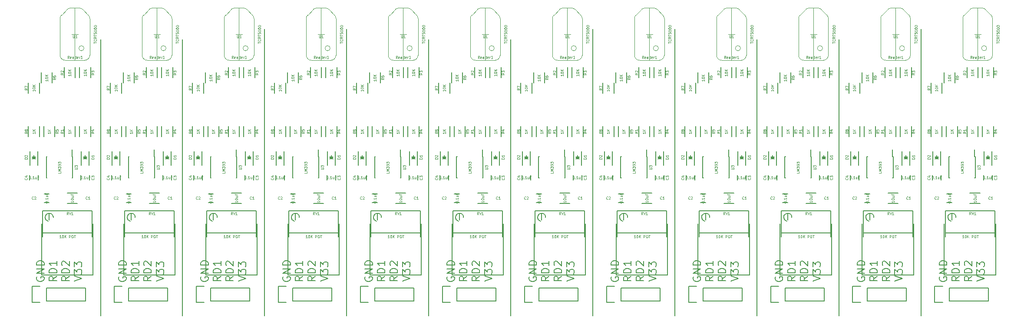
<source format=gto>
G04 #@! TF.FileFunction,Legend,Top*
%FSLAX46Y46*%
G04 Gerber Fmt 4.6, Leading zero omitted, Abs format (unit mm)*
G04 Created by KiCad (PCBNEW 4.0.4-stable) date 03/22/17 00:45:15*
%MOMM*%
%LPD*%
G01*
G04 APERTURE LIST*
%ADD10C,0.100000*%
%ADD11C,0.200000*%
%ADD12C,0.150000*%
G04 APERTURE END LIST*
D10*
D11*
X69500000Y-164000000D02*
X69500000Y-174000000D01*
X69500000Y-174000000D02*
X59500000Y-174000000D01*
X59500000Y-174000000D02*
X59500000Y-164000000D01*
X58575000Y-174392857D02*
X58503571Y-174535714D01*
X58503571Y-174750000D01*
X58575000Y-174964285D01*
X58717857Y-175107143D01*
X58860714Y-175178571D01*
X59146429Y-175250000D01*
X59360714Y-175250000D01*
X59646429Y-175178571D01*
X59789286Y-175107143D01*
X59932143Y-174964285D01*
X60003571Y-174750000D01*
X60003571Y-174607143D01*
X59932143Y-174392857D01*
X59860714Y-174321428D01*
X59360714Y-174321428D01*
X59360714Y-174607143D01*
X60003571Y-173678571D02*
X58503571Y-173678571D01*
X60003571Y-172821428D01*
X58503571Y-172821428D01*
X60003571Y-172107142D02*
X58503571Y-172107142D01*
X58503571Y-171749999D01*
X58575000Y-171535714D01*
X58717857Y-171392856D01*
X58860714Y-171321428D01*
X59146429Y-171249999D01*
X59360714Y-171249999D01*
X59646429Y-171321428D01*
X59789286Y-171392856D01*
X59932143Y-171535714D01*
X60003571Y-171749999D01*
X60003571Y-172107142D01*
X62453571Y-174249999D02*
X61739286Y-174749999D01*
X62453571Y-175107142D02*
X60953571Y-175107142D01*
X60953571Y-174535714D01*
X61025000Y-174392856D01*
X61096429Y-174321428D01*
X61239286Y-174249999D01*
X61453571Y-174249999D01*
X61596429Y-174321428D01*
X61667857Y-174392856D01*
X61739286Y-174535714D01*
X61739286Y-175107142D01*
X62453571Y-173607142D02*
X60953571Y-173607142D01*
X60953571Y-173249999D01*
X61025000Y-173035714D01*
X61167857Y-172892856D01*
X61310714Y-172821428D01*
X61596429Y-172749999D01*
X61810714Y-172749999D01*
X62096429Y-172821428D01*
X62239286Y-172892856D01*
X62382143Y-173035714D01*
X62453571Y-173249999D01*
X62453571Y-173607142D01*
X62453571Y-171321428D02*
X62453571Y-172178571D01*
X62453571Y-171749999D02*
X60953571Y-171749999D01*
X61167857Y-171892856D01*
X61310714Y-172035714D01*
X61382143Y-172178571D01*
X64903571Y-174249999D02*
X64189286Y-174749999D01*
X64903571Y-175107142D02*
X63403571Y-175107142D01*
X63403571Y-174535714D01*
X63475000Y-174392856D01*
X63546429Y-174321428D01*
X63689286Y-174249999D01*
X63903571Y-174249999D01*
X64046429Y-174321428D01*
X64117857Y-174392856D01*
X64189286Y-174535714D01*
X64189286Y-175107142D01*
X64903571Y-173607142D02*
X63403571Y-173607142D01*
X63403571Y-173249999D01*
X63475000Y-173035714D01*
X63617857Y-172892856D01*
X63760714Y-172821428D01*
X64046429Y-172749999D01*
X64260714Y-172749999D01*
X64546429Y-172821428D01*
X64689286Y-172892856D01*
X64832143Y-173035714D01*
X64903571Y-173249999D01*
X64903571Y-173607142D01*
X63546429Y-172178571D02*
X63475000Y-172107142D01*
X63403571Y-171964285D01*
X63403571Y-171607142D01*
X63475000Y-171464285D01*
X63546429Y-171392856D01*
X63689286Y-171321428D01*
X63832143Y-171321428D01*
X64046429Y-171392856D01*
X64903571Y-172249999D01*
X64903571Y-171321428D01*
X65853571Y-175178571D02*
X67353571Y-174678571D01*
X65853571Y-174178571D01*
X65853571Y-173821428D02*
X65853571Y-172892857D01*
X66425000Y-173392857D01*
X66425000Y-173178571D01*
X66496429Y-173035714D01*
X66567857Y-172964285D01*
X66710714Y-172892857D01*
X67067857Y-172892857D01*
X67210714Y-172964285D01*
X67282143Y-173035714D01*
X67353571Y-173178571D01*
X67353571Y-173607143D01*
X67282143Y-173750000D01*
X67210714Y-173821428D01*
X65853571Y-172392857D02*
X65853571Y-171464286D01*
X66425000Y-171964286D01*
X66425000Y-171750000D01*
X66496429Y-171607143D01*
X66567857Y-171535714D01*
X66710714Y-171464286D01*
X67067857Y-171464286D01*
X67210714Y-171535714D01*
X67282143Y-171607143D01*
X67353571Y-171750000D01*
X67353571Y-172178572D01*
X67282143Y-172321429D01*
X67210714Y-172392857D01*
D10*
X64880953Y-131726190D02*
X64714286Y-131488095D01*
X64595239Y-131726190D02*
X64595239Y-131226190D01*
X64785715Y-131226190D01*
X64833334Y-131250000D01*
X64857143Y-131273810D01*
X64880953Y-131321429D01*
X64880953Y-131392857D01*
X64857143Y-131440476D01*
X64833334Y-131464286D01*
X64785715Y-131488095D01*
X64595239Y-131488095D01*
X65285715Y-131702381D02*
X65238096Y-131726190D01*
X65142858Y-131726190D01*
X65095239Y-131702381D01*
X65071429Y-131654762D01*
X65071429Y-131464286D01*
X65095239Y-131416667D01*
X65142858Y-131392857D01*
X65238096Y-131392857D01*
X65285715Y-131416667D01*
X65309524Y-131464286D01*
X65309524Y-131511905D01*
X65071429Y-131559524D01*
X65738095Y-131726190D02*
X65738095Y-131464286D01*
X65714286Y-131416667D01*
X65666667Y-131392857D01*
X65571429Y-131392857D01*
X65523810Y-131416667D01*
X65738095Y-131702381D02*
X65690476Y-131726190D01*
X65571429Y-131726190D01*
X65523810Y-131702381D01*
X65500000Y-131654762D01*
X65500000Y-131607143D01*
X65523810Y-131559524D01*
X65571429Y-131535714D01*
X65690476Y-131535714D01*
X65738095Y-131511905D01*
X66190476Y-131726190D02*
X66190476Y-131226190D01*
X66190476Y-131702381D02*
X66142857Y-131726190D01*
X66047619Y-131726190D01*
X66000000Y-131702381D01*
X65976191Y-131678571D01*
X65952381Y-131630952D01*
X65952381Y-131488095D01*
X65976191Y-131440476D01*
X66000000Y-131416667D01*
X66047619Y-131392857D01*
X66142857Y-131392857D01*
X66190476Y-131416667D01*
X66619048Y-131702381D02*
X66571429Y-131726190D01*
X66476191Y-131726190D01*
X66428572Y-131702381D01*
X66404762Y-131654762D01*
X66404762Y-131464286D01*
X66428572Y-131416667D01*
X66476191Y-131392857D01*
X66571429Y-131392857D01*
X66619048Y-131416667D01*
X66642857Y-131464286D01*
X66642857Y-131511905D01*
X66404762Y-131559524D01*
X66857143Y-131726190D02*
X66857143Y-131392857D01*
X66857143Y-131488095D02*
X66880952Y-131440476D01*
X66904762Y-131416667D01*
X66952381Y-131392857D01*
X67000000Y-131392857D01*
X67428571Y-131726190D02*
X67142857Y-131726190D01*
X67285714Y-131726190D02*
X67285714Y-131226190D01*
X67238095Y-131297619D01*
X67190476Y-131345238D01*
X67142857Y-131369048D01*
X80880953Y-131726190D02*
X80714286Y-131488095D01*
X80595239Y-131726190D02*
X80595239Y-131226190D01*
X80785715Y-131226190D01*
X80833334Y-131250000D01*
X80857143Y-131273810D01*
X80880953Y-131321429D01*
X80880953Y-131392857D01*
X80857143Y-131440476D01*
X80833334Y-131464286D01*
X80785715Y-131488095D01*
X80595239Y-131488095D01*
X81285715Y-131702381D02*
X81238096Y-131726190D01*
X81142858Y-131726190D01*
X81095239Y-131702381D01*
X81071429Y-131654762D01*
X81071429Y-131464286D01*
X81095239Y-131416667D01*
X81142858Y-131392857D01*
X81238096Y-131392857D01*
X81285715Y-131416667D01*
X81309524Y-131464286D01*
X81309524Y-131511905D01*
X81071429Y-131559524D01*
X81738095Y-131726190D02*
X81738095Y-131464286D01*
X81714286Y-131416667D01*
X81666667Y-131392857D01*
X81571429Y-131392857D01*
X81523810Y-131416667D01*
X81738095Y-131702381D02*
X81690476Y-131726190D01*
X81571429Y-131726190D01*
X81523810Y-131702381D01*
X81500000Y-131654762D01*
X81500000Y-131607143D01*
X81523810Y-131559524D01*
X81571429Y-131535714D01*
X81690476Y-131535714D01*
X81738095Y-131511905D01*
X82190476Y-131726190D02*
X82190476Y-131226190D01*
X82190476Y-131702381D02*
X82142857Y-131726190D01*
X82047619Y-131726190D01*
X82000000Y-131702381D01*
X81976191Y-131678571D01*
X81952381Y-131630952D01*
X81952381Y-131488095D01*
X81976191Y-131440476D01*
X82000000Y-131416667D01*
X82047619Y-131392857D01*
X82142857Y-131392857D01*
X82190476Y-131416667D01*
X82619048Y-131702381D02*
X82571429Y-131726190D01*
X82476191Y-131726190D01*
X82428572Y-131702381D01*
X82404762Y-131654762D01*
X82404762Y-131464286D01*
X82428572Y-131416667D01*
X82476191Y-131392857D01*
X82571429Y-131392857D01*
X82619048Y-131416667D01*
X82642857Y-131464286D01*
X82642857Y-131511905D01*
X82404762Y-131559524D01*
X82857143Y-131726190D02*
X82857143Y-131392857D01*
X82857143Y-131488095D02*
X82880952Y-131440476D01*
X82904762Y-131416667D01*
X82952381Y-131392857D01*
X83000000Y-131392857D01*
X83428571Y-131726190D02*
X83142857Y-131726190D01*
X83285714Y-131726190D02*
X83285714Y-131226190D01*
X83238095Y-131297619D01*
X83190476Y-131345238D01*
X83142857Y-131369048D01*
D11*
X74575000Y-174392857D02*
X74503571Y-174535714D01*
X74503571Y-174750000D01*
X74575000Y-174964285D01*
X74717857Y-175107143D01*
X74860714Y-175178571D01*
X75146429Y-175250000D01*
X75360714Y-175250000D01*
X75646429Y-175178571D01*
X75789286Y-175107143D01*
X75932143Y-174964285D01*
X76003571Y-174750000D01*
X76003571Y-174607143D01*
X75932143Y-174392857D01*
X75860714Y-174321428D01*
X75360714Y-174321428D01*
X75360714Y-174607143D01*
X76003571Y-173678571D02*
X74503571Y-173678571D01*
X76003571Y-172821428D01*
X74503571Y-172821428D01*
X76003571Y-172107142D02*
X74503571Y-172107142D01*
X74503571Y-171749999D01*
X74575000Y-171535714D01*
X74717857Y-171392856D01*
X74860714Y-171321428D01*
X75146429Y-171249999D01*
X75360714Y-171249999D01*
X75646429Y-171321428D01*
X75789286Y-171392856D01*
X75932143Y-171535714D01*
X76003571Y-171749999D01*
X76003571Y-172107142D01*
X78453571Y-174249999D02*
X77739286Y-174749999D01*
X78453571Y-175107142D02*
X76953571Y-175107142D01*
X76953571Y-174535714D01*
X77025000Y-174392856D01*
X77096429Y-174321428D01*
X77239286Y-174249999D01*
X77453571Y-174249999D01*
X77596429Y-174321428D01*
X77667857Y-174392856D01*
X77739286Y-174535714D01*
X77739286Y-175107142D01*
X78453571Y-173607142D02*
X76953571Y-173607142D01*
X76953571Y-173249999D01*
X77025000Y-173035714D01*
X77167857Y-172892856D01*
X77310714Y-172821428D01*
X77596429Y-172749999D01*
X77810714Y-172749999D01*
X78096429Y-172821428D01*
X78239286Y-172892856D01*
X78382143Y-173035714D01*
X78453571Y-173249999D01*
X78453571Y-173607142D01*
X78453571Y-171321428D02*
X78453571Y-172178571D01*
X78453571Y-171749999D02*
X76953571Y-171749999D01*
X77167857Y-171892856D01*
X77310714Y-172035714D01*
X77382143Y-172178571D01*
X80903571Y-174249999D02*
X80189286Y-174749999D01*
X80903571Y-175107142D02*
X79403571Y-175107142D01*
X79403571Y-174535714D01*
X79475000Y-174392856D01*
X79546429Y-174321428D01*
X79689286Y-174249999D01*
X79903571Y-174249999D01*
X80046429Y-174321428D01*
X80117857Y-174392856D01*
X80189286Y-174535714D01*
X80189286Y-175107142D01*
X80903571Y-173607142D02*
X79403571Y-173607142D01*
X79403571Y-173249999D01*
X79475000Y-173035714D01*
X79617857Y-172892856D01*
X79760714Y-172821428D01*
X80046429Y-172749999D01*
X80260714Y-172749999D01*
X80546429Y-172821428D01*
X80689286Y-172892856D01*
X80832143Y-173035714D01*
X80903571Y-173249999D01*
X80903571Y-173607142D01*
X79546429Y-172178571D02*
X79475000Y-172107142D01*
X79403571Y-171964285D01*
X79403571Y-171607142D01*
X79475000Y-171464285D01*
X79546429Y-171392856D01*
X79689286Y-171321428D01*
X79832143Y-171321428D01*
X80046429Y-171392856D01*
X80903571Y-172249999D01*
X80903571Y-171321428D01*
X81853571Y-175178571D02*
X83353571Y-174678571D01*
X81853571Y-174178571D01*
X81853571Y-173821428D02*
X81853571Y-172892857D01*
X82425000Y-173392857D01*
X82425000Y-173178571D01*
X82496429Y-173035714D01*
X82567857Y-172964285D01*
X82710714Y-172892857D01*
X83067857Y-172892857D01*
X83210714Y-172964285D01*
X83282143Y-173035714D01*
X83353571Y-173178571D01*
X83353571Y-173607143D01*
X83282143Y-173750000D01*
X83210714Y-173821428D01*
X81853571Y-172392857D02*
X81853571Y-171464286D01*
X82425000Y-171964286D01*
X82425000Y-171750000D01*
X82496429Y-171607143D01*
X82567857Y-171535714D01*
X82710714Y-171464286D01*
X83067857Y-171464286D01*
X83210714Y-171535714D01*
X83282143Y-171607143D01*
X83353571Y-171750000D01*
X83353571Y-172178572D01*
X83282143Y-172321429D01*
X83210714Y-172392857D01*
X75500000Y-174000000D02*
X75500000Y-164000000D01*
X85500000Y-174000000D02*
X75500000Y-174000000D01*
X85500000Y-164000000D02*
X85500000Y-174000000D01*
X117500000Y-164000000D02*
X117500000Y-174000000D01*
X117500000Y-174000000D02*
X107500000Y-174000000D01*
X107500000Y-174000000D02*
X107500000Y-164000000D01*
X106575000Y-174392857D02*
X106503571Y-174535714D01*
X106503571Y-174750000D01*
X106575000Y-174964285D01*
X106717857Y-175107143D01*
X106860714Y-175178571D01*
X107146429Y-175250000D01*
X107360714Y-175250000D01*
X107646429Y-175178571D01*
X107789286Y-175107143D01*
X107932143Y-174964285D01*
X108003571Y-174750000D01*
X108003571Y-174607143D01*
X107932143Y-174392857D01*
X107860714Y-174321428D01*
X107360714Y-174321428D01*
X107360714Y-174607143D01*
X108003571Y-173678571D02*
X106503571Y-173678571D01*
X108003571Y-172821428D01*
X106503571Y-172821428D01*
X108003571Y-172107142D02*
X106503571Y-172107142D01*
X106503571Y-171749999D01*
X106575000Y-171535714D01*
X106717857Y-171392856D01*
X106860714Y-171321428D01*
X107146429Y-171249999D01*
X107360714Y-171249999D01*
X107646429Y-171321428D01*
X107789286Y-171392856D01*
X107932143Y-171535714D01*
X108003571Y-171749999D01*
X108003571Y-172107142D01*
X110453571Y-174249999D02*
X109739286Y-174749999D01*
X110453571Y-175107142D02*
X108953571Y-175107142D01*
X108953571Y-174535714D01*
X109025000Y-174392856D01*
X109096429Y-174321428D01*
X109239286Y-174249999D01*
X109453571Y-174249999D01*
X109596429Y-174321428D01*
X109667857Y-174392856D01*
X109739286Y-174535714D01*
X109739286Y-175107142D01*
X110453571Y-173607142D02*
X108953571Y-173607142D01*
X108953571Y-173249999D01*
X109025000Y-173035714D01*
X109167857Y-172892856D01*
X109310714Y-172821428D01*
X109596429Y-172749999D01*
X109810714Y-172749999D01*
X110096429Y-172821428D01*
X110239286Y-172892856D01*
X110382143Y-173035714D01*
X110453571Y-173249999D01*
X110453571Y-173607142D01*
X110453571Y-171321428D02*
X110453571Y-172178571D01*
X110453571Y-171749999D02*
X108953571Y-171749999D01*
X109167857Y-171892856D01*
X109310714Y-172035714D01*
X109382143Y-172178571D01*
X112903571Y-174249999D02*
X112189286Y-174749999D01*
X112903571Y-175107142D02*
X111403571Y-175107142D01*
X111403571Y-174535714D01*
X111475000Y-174392856D01*
X111546429Y-174321428D01*
X111689286Y-174249999D01*
X111903571Y-174249999D01*
X112046429Y-174321428D01*
X112117857Y-174392856D01*
X112189286Y-174535714D01*
X112189286Y-175107142D01*
X112903571Y-173607142D02*
X111403571Y-173607142D01*
X111403571Y-173249999D01*
X111475000Y-173035714D01*
X111617857Y-172892856D01*
X111760714Y-172821428D01*
X112046429Y-172749999D01*
X112260714Y-172749999D01*
X112546429Y-172821428D01*
X112689286Y-172892856D01*
X112832143Y-173035714D01*
X112903571Y-173249999D01*
X112903571Y-173607142D01*
X111546429Y-172178571D02*
X111475000Y-172107142D01*
X111403571Y-171964285D01*
X111403571Y-171607142D01*
X111475000Y-171464285D01*
X111546429Y-171392856D01*
X111689286Y-171321428D01*
X111832143Y-171321428D01*
X112046429Y-171392856D01*
X112903571Y-172249999D01*
X112903571Y-171321428D01*
X113853571Y-175178571D02*
X115353571Y-174678571D01*
X113853571Y-174178571D01*
X113853571Y-173821428D02*
X113853571Y-172892857D01*
X114425000Y-173392857D01*
X114425000Y-173178571D01*
X114496429Y-173035714D01*
X114567857Y-172964285D01*
X114710714Y-172892857D01*
X115067857Y-172892857D01*
X115210714Y-172964285D01*
X115282143Y-173035714D01*
X115353571Y-173178571D01*
X115353571Y-173607143D01*
X115282143Y-173750000D01*
X115210714Y-173821428D01*
X113853571Y-172392857D02*
X113853571Y-171464286D01*
X114425000Y-171964286D01*
X114425000Y-171750000D01*
X114496429Y-171607143D01*
X114567857Y-171535714D01*
X114710714Y-171464286D01*
X115067857Y-171464286D01*
X115210714Y-171535714D01*
X115282143Y-171607143D01*
X115353571Y-171750000D01*
X115353571Y-172178572D01*
X115282143Y-172321429D01*
X115210714Y-172392857D01*
D10*
X112880953Y-131726190D02*
X112714286Y-131488095D01*
X112595239Y-131726190D02*
X112595239Y-131226190D01*
X112785715Y-131226190D01*
X112833334Y-131250000D01*
X112857143Y-131273810D01*
X112880953Y-131321429D01*
X112880953Y-131392857D01*
X112857143Y-131440476D01*
X112833334Y-131464286D01*
X112785715Y-131488095D01*
X112595239Y-131488095D01*
X113285715Y-131702381D02*
X113238096Y-131726190D01*
X113142858Y-131726190D01*
X113095239Y-131702381D01*
X113071429Y-131654762D01*
X113071429Y-131464286D01*
X113095239Y-131416667D01*
X113142858Y-131392857D01*
X113238096Y-131392857D01*
X113285715Y-131416667D01*
X113309524Y-131464286D01*
X113309524Y-131511905D01*
X113071429Y-131559524D01*
X113738095Y-131726190D02*
X113738095Y-131464286D01*
X113714286Y-131416667D01*
X113666667Y-131392857D01*
X113571429Y-131392857D01*
X113523810Y-131416667D01*
X113738095Y-131702381D02*
X113690476Y-131726190D01*
X113571429Y-131726190D01*
X113523810Y-131702381D01*
X113500000Y-131654762D01*
X113500000Y-131607143D01*
X113523810Y-131559524D01*
X113571429Y-131535714D01*
X113690476Y-131535714D01*
X113738095Y-131511905D01*
X114190476Y-131726190D02*
X114190476Y-131226190D01*
X114190476Y-131702381D02*
X114142857Y-131726190D01*
X114047619Y-131726190D01*
X114000000Y-131702381D01*
X113976191Y-131678571D01*
X113952381Y-131630952D01*
X113952381Y-131488095D01*
X113976191Y-131440476D01*
X114000000Y-131416667D01*
X114047619Y-131392857D01*
X114142857Y-131392857D01*
X114190476Y-131416667D01*
X114619048Y-131702381D02*
X114571429Y-131726190D01*
X114476191Y-131726190D01*
X114428572Y-131702381D01*
X114404762Y-131654762D01*
X114404762Y-131464286D01*
X114428572Y-131416667D01*
X114476191Y-131392857D01*
X114571429Y-131392857D01*
X114619048Y-131416667D01*
X114642857Y-131464286D01*
X114642857Y-131511905D01*
X114404762Y-131559524D01*
X114857143Y-131726190D02*
X114857143Y-131392857D01*
X114857143Y-131488095D02*
X114880952Y-131440476D01*
X114904762Y-131416667D01*
X114952381Y-131392857D01*
X115000000Y-131392857D01*
X115428571Y-131726190D02*
X115142857Y-131726190D01*
X115285714Y-131726190D02*
X115285714Y-131226190D01*
X115238095Y-131297619D01*
X115190476Y-131345238D01*
X115142857Y-131369048D01*
D12*
X119000000Y-126000000D02*
X119000000Y-182000000D01*
X103000000Y-126000000D02*
X103000000Y-182000000D01*
D10*
X96880953Y-131726190D02*
X96714286Y-131488095D01*
X96595239Y-131726190D02*
X96595239Y-131226190D01*
X96785715Y-131226190D01*
X96833334Y-131250000D01*
X96857143Y-131273810D01*
X96880953Y-131321429D01*
X96880953Y-131392857D01*
X96857143Y-131440476D01*
X96833334Y-131464286D01*
X96785715Y-131488095D01*
X96595239Y-131488095D01*
X97285715Y-131702381D02*
X97238096Y-131726190D01*
X97142858Y-131726190D01*
X97095239Y-131702381D01*
X97071429Y-131654762D01*
X97071429Y-131464286D01*
X97095239Y-131416667D01*
X97142858Y-131392857D01*
X97238096Y-131392857D01*
X97285715Y-131416667D01*
X97309524Y-131464286D01*
X97309524Y-131511905D01*
X97071429Y-131559524D01*
X97738095Y-131726190D02*
X97738095Y-131464286D01*
X97714286Y-131416667D01*
X97666667Y-131392857D01*
X97571429Y-131392857D01*
X97523810Y-131416667D01*
X97738095Y-131702381D02*
X97690476Y-131726190D01*
X97571429Y-131726190D01*
X97523810Y-131702381D01*
X97500000Y-131654762D01*
X97500000Y-131607143D01*
X97523810Y-131559524D01*
X97571429Y-131535714D01*
X97690476Y-131535714D01*
X97738095Y-131511905D01*
X98190476Y-131726190D02*
X98190476Y-131226190D01*
X98190476Y-131702381D02*
X98142857Y-131726190D01*
X98047619Y-131726190D01*
X98000000Y-131702381D01*
X97976191Y-131678571D01*
X97952381Y-131630952D01*
X97952381Y-131488095D01*
X97976191Y-131440476D01*
X98000000Y-131416667D01*
X98047619Y-131392857D01*
X98142857Y-131392857D01*
X98190476Y-131416667D01*
X98619048Y-131702381D02*
X98571429Y-131726190D01*
X98476191Y-131726190D01*
X98428572Y-131702381D01*
X98404762Y-131654762D01*
X98404762Y-131464286D01*
X98428572Y-131416667D01*
X98476191Y-131392857D01*
X98571429Y-131392857D01*
X98619048Y-131416667D01*
X98642857Y-131464286D01*
X98642857Y-131511905D01*
X98404762Y-131559524D01*
X98857143Y-131726190D02*
X98857143Y-131392857D01*
X98857143Y-131488095D02*
X98880952Y-131440476D01*
X98904762Y-131416667D01*
X98952381Y-131392857D01*
X99000000Y-131392857D01*
X99428571Y-131726190D02*
X99142857Y-131726190D01*
X99285714Y-131726190D02*
X99285714Y-131226190D01*
X99238095Y-131297619D01*
X99190476Y-131345238D01*
X99142857Y-131369048D01*
D12*
X87000000Y-128000000D02*
X87000000Y-182000000D01*
D11*
X90575000Y-174392857D02*
X90503571Y-174535714D01*
X90503571Y-174750000D01*
X90575000Y-174964285D01*
X90717857Y-175107143D01*
X90860714Y-175178571D01*
X91146429Y-175250000D01*
X91360714Y-175250000D01*
X91646429Y-175178571D01*
X91789286Y-175107143D01*
X91932143Y-174964285D01*
X92003571Y-174750000D01*
X92003571Y-174607143D01*
X91932143Y-174392857D01*
X91860714Y-174321428D01*
X91360714Y-174321428D01*
X91360714Y-174607143D01*
X92003571Y-173678571D02*
X90503571Y-173678571D01*
X92003571Y-172821428D01*
X90503571Y-172821428D01*
X92003571Y-172107142D02*
X90503571Y-172107142D01*
X90503571Y-171749999D01*
X90575000Y-171535714D01*
X90717857Y-171392856D01*
X90860714Y-171321428D01*
X91146429Y-171249999D01*
X91360714Y-171249999D01*
X91646429Y-171321428D01*
X91789286Y-171392856D01*
X91932143Y-171535714D01*
X92003571Y-171749999D01*
X92003571Y-172107142D01*
X94453571Y-174249999D02*
X93739286Y-174749999D01*
X94453571Y-175107142D02*
X92953571Y-175107142D01*
X92953571Y-174535714D01*
X93025000Y-174392856D01*
X93096429Y-174321428D01*
X93239286Y-174249999D01*
X93453571Y-174249999D01*
X93596429Y-174321428D01*
X93667857Y-174392856D01*
X93739286Y-174535714D01*
X93739286Y-175107142D01*
X94453571Y-173607142D02*
X92953571Y-173607142D01*
X92953571Y-173249999D01*
X93025000Y-173035714D01*
X93167857Y-172892856D01*
X93310714Y-172821428D01*
X93596429Y-172749999D01*
X93810714Y-172749999D01*
X94096429Y-172821428D01*
X94239286Y-172892856D01*
X94382143Y-173035714D01*
X94453571Y-173249999D01*
X94453571Y-173607142D01*
X94453571Y-171321428D02*
X94453571Y-172178571D01*
X94453571Y-171749999D02*
X92953571Y-171749999D01*
X93167857Y-171892856D01*
X93310714Y-172035714D01*
X93382143Y-172178571D01*
X96903571Y-174249999D02*
X96189286Y-174749999D01*
X96903571Y-175107142D02*
X95403571Y-175107142D01*
X95403571Y-174535714D01*
X95475000Y-174392856D01*
X95546429Y-174321428D01*
X95689286Y-174249999D01*
X95903571Y-174249999D01*
X96046429Y-174321428D01*
X96117857Y-174392856D01*
X96189286Y-174535714D01*
X96189286Y-175107142D01*
X96903571Y-173607142D02*
X95403571Y-173607142D01*
X95403571Y-173249999D01*
X95475000Y-173035714D01*
X95617857Y-172892856D01*
X95760714Y-172821428D01*
X96046429Y-172749999D01*
X96260714Y-172749999D01*
X96546429Y-172821428D01*
X96689286Y-172892856D01*
X96832143Y-173035714D01*
X96903571Y-173249999D01*
X96903571Y-173607142D01*
X95546429Y-172178571D02*
X95475000Y-172107142D01*
X95403571Y-171964285D01*
X95403571Y-171607142D01*
X95475000Y-171464285D01*
X95546429Y-171392856D01*
X95689286Y-171321428D01*
X95832143Y-171321428D01*
X96046429Y-171392856D01*
X96903571Y-172249999D01*
X96903571Y-171321428D01*
X97853571Y-175178571D02*
X99353571Y-174678571D01*
X97853571Y-174178571D01*
X97853571Y-173821428D02*
X97853571Y-172892857D01*
X98425000Y-173392857D01*
X98425000Y-173178571D01*
X98496429Y-173035714D01*
X98567857Y-172964285D01*
X98710714Y-172892857D01*
X99067857Y-172892857D01*
X99210714Y-172964285D01*
X99282143Y-173035714D01*
X99353571Y-173178571D01*
X99353571Y-173607143D01*
X99282143Y-173750000D01*
X99210714Y-173821428D01*
X97853571Y-172392857D02*
X97853571Y-171464286D01*
X98425000Y-171964286D01*
X98425000Y-171750000D01*
X98496429Y-171607143D01*
X98567857Y-171535714D01*
X98710714Y-171464286D01*
X99067857Y-171464286D01*
X99210714Y-171535714D01*
X99282143Y-171607143D01*
X99353571Y-171750000D01*
X99353571Y-172178572D01*
X99282143Y-172321429D01*
X99210714Y-172392857D01*
X91500000Y-174000000D02*
X91500000Y-164000000D01*
X101500000Y-174000000D02*
X91500000Y-174000000D01*
X101500000Y-164000000D02*
X101500000Y-174000000D01*
D12*
X71000000Y-128000000D02*
X71000000Y-182000000D01*
D11*
X197500000Y-164000000D02*
X197500000Y-174000000D01*
X197500000Y-174000000D02*
X187500000Y-174000000D01*
X187500000Y-174000000D02*
X187500000Y-164000000D01*
X186575000Y-174392857D02*
X186503571Y-174535714D01*
X186503571Y-174750000D01*
X186575000Y-174964285D01*
X186717857Y-175107143D01*
X186860714Y-175178571D01*
X187146429Y-175250000D01*
X187360714Y-175250000D01*
X187646429Y-175178571D01*
X187789286Y-175107143D01*
X187932143Y-174964285D01*
X188003571Y-174750000D01*
X188003571Y-174607143D01*
X187932143Y-174392857D01*
X187860714Y-174321428D01*
X187360714Y-174321428D01*
X187360714Y-174607143D01*
X188003571Y-173678571D02*
X186503571Y-173678571D01*
X188003571Y-172821428D01*
X186503571Y-172821428D01*
X188003571Y-172107142D02*
X186503571Y-172107142D01*
X186503571Y-171749999D01*
X186575000Y-171535714D01*
X186717857Y-171392856D01*
X186860714Y-171321428D01*
X187146429Y-171249999D01*
X187360714Y-171249999D01*
X187646429Y-171321428D01*
X187789286Y-171392856D01*
X187932143Y-171535714D01*
X188003571Y-171749999D01*
X188003571Y-172107142D01*
X190453571Y-174249999D02*
X189739286Y-174749999D01*
X190453571Y-175107142D02*
X188953571Y-175107142D01*
X188953571Y-174535714D01*
X189025000Y-174392856D01*
X189096429Y-174321428D01*
X189239286Y-174249999D01*
X189453571Y-174249999D01*
X189596429Y-174321428D01*
X189667857Y-174392856D01*
X189739286Y-174535714D01*
X189739286Y-175107142D01*
X190453571Y-173607142D02*
X188953571Y-173607142D01*
X188953571Y-173249999D01*
X189025000Y-173035714D01*
X189167857Y-172892856D01*
X189310714Y-172821428D01*
X189596429Y-172749999D01*
X189810714Y-172749999D01*
X190096429Y-172821428D01*
X190239286Y-172892856D01*
X190382143Y-173035714D01*
X190453571Y-173249999D01*
X190453571Y-173607142D01*
X190453571Y-171321428D02*
X190453571Y-172178571D01*
X190453571Y-171749999D02*
X188953571Y-171749999D01*
X189167857Y-171892856D01*
X189310714Y-172035714D01*
X189382143Y-172178571D01*
X192903571Y-174249999D02*
X192189286Y-174749999D01*
X192903571Y-175107142D02*
X191403571Y-175107142D01*
X191403571Y-174535714D01*
X191475000Y-174392856D01*
X191546429Y-174321428D01*
X191689286Y-174249999D01*
X191903571Y-174249999D01*
X192046429Y-174321428D01*
X192117857Y-174392856D01*
X192189286Y-174535714D01*
X192189286Y-175107142D01*
X192903571Y-173607142D02*
X191403571Y-173607142D01*
X191403571Y-173249999D01*
X191475000Y-173035714D01*
X191617857Y-172892856D01*
X191760714Y-172821428D01*
X192046429Y-172749999D01*
X192260714Y-172749999D01*
X192546429Y-172821428D01*
X192689286Y-172892856D01*
X192832143Y-173035714D01*
X192903571Y-173249999D01*
X192903571Y-173607142D01*
X191546429Y-172178571D02*
X191475000Y-172107142D01*
X191403571Y-171964285D01*
X191403571Y-171607142D01*
X191475000Y-171464285D01*
X191546429Y-171392856D01*
X191689286Y-171321428D01*
X191832143Y-171321428D01*
X192046429Y-171392856D01*
X192903571Y-172249999D01*
X192903571Y-171321428D01*
X193853571Y-175178571D02*
X195353571Y-174678571D01*
X193853571Y-174178571D01*
X193853571Y-173821428D02*
X193853571Y-172892857D01*
X194425000Y-173392857D01*
X194425000Y-173178571D01*
X194496429Y-173035714D01*
X194567857Y-172964285D01*
X194710714Y-172892857D01*
X195067857Y-172892857D01*
X195210714Y-172964285D01*
X195282143Y-173035714D01*
X195353571Y-173178571D01*
X195353571Y-173607143D01*
X195282143Y-173750000D01*
X195210714Y-173821428D01*
X193853571Y-172392857D02*
X193853571Y-171464286D01*
X194425000Y-171964286D01*
X194425000Y-171750000D01*
X194496429Y-171607143D01*
X194567857Y-171535714D01*
X194710714Y-171464286D01*
X195067857Y-171464286D01*
X195210714Y-171535714D01*
X195282143Y-171607143D01*
X195353571Y-171750000D01*
X195353571Y-172178572D01*
X195282143Y-172321429D01*
X195210714Y-172392857D01*
D10*
X192880953Y-131726190D02*
X192714286Y-131488095D01*
X192595239Y-131726190D02*
X192595239Y-131226190D01*
X192785715Y-131226190D01*
X192833334Y-131250000D01*
X192857143Y-131273810D01*
X192880953Y-131321429D01*
X192880953Y-131392857D01*
X192857143Y-131440476D01*
X192833334Y-131464286D01*
X192785715Y-131488095D01*
X192595239Y-131488095D01*
X193285715Y-131702381D02*
X193238096Y-131726190D01*
X193142858Y-131726190D01*
X193095239Y-131702381D01*
X193071429Y-131654762D01*
X193071429Y-131464286D01*
X193095239Y-131416667D01*
X193142858Y-131392857D01*
X193238096Y-131392857D01*
X193285715Y-131416667D01*
X193309524Y-131464286D01*
X193309524Y-131511905D01*
X193071429Y-131559524D01*
X193738095Y-131726190D02*
X193738095Y-131464286D01*
X193714286Y-131416667D01*
X193666667Y-131392857D01*
X193571429Y-131392857D01*
X193523810Y-131416667D01*
X193738095Y-131702381D02*
X193690476Y-131726190D01*
X193571429Y-131726190D01*
X193523810Y-131702381D01*
X193500000Y-131654762D01*
X193500000Y-131607143D01*
X193523810Y-131559524D01*
X193571429Y-131535714D01*
X193690476Y-131535714D01*
X193738095Y-131511905D01*
X194190476Y-131726190D02*
X194190476Y-131226190D01*
X194190476Y-131702381D02*
X194142857Y-131726190D01*
X194047619Y-131726190D01*
X194000000Y-131702381D01*
X193976191Y-131678571D01*
X193952381Y-131630952D01*
X193952381Y-131488095D01*
X193976191Y-131440476D01*
X194000000Y-131416667D01*
X194047619Y-131392857D01*
X194142857Y-131392857D01*
X194190476Y-131416667D01*
X194619048Y-131702381D02*
X194571429Y-131726190D01*
X194476191Y-131726190D01*
X194428572Y-131702381D01*
X194404762Y-131654762D01*
X194404762Y-131464286D01*
X194428572Y-131416667D01*
X194476191Y-131392857D01*
X194571429Y-131392857D01*
X194619048Y-131416667D01*
X194642857Y-131464286D01*
X194642857Y-131511905D01*
X194404762Y-131559524D01*
X194857143Y-131726190D02*
X194857143Y-131392857D01*
X194857143Y-131488095D02*
X194880952Y-131440476D01*
X194904762Y-131416667D01*
X194952381Y-131392857D01*
X195000000Y-131392857D01*
X195428571Y-131726190D02*
X195142857Y-131726190D01*
X195285714Y-131726190D02*
X195285714Y-131226190D01*
X195238095Y-131297619D01*
X195190476Y-131345238D01*
X195142857Y-131369048D01*
X208880953Y-131726190D02*
X208714286Y-131488095D01*
X208595239Y-131726190D02*
X208595239Y-131226190D01*
X208785715Y-131226190D01*
X208833334Y-131250000D01*
X208857143Y-131273810D01*
X208880953Y-131321429D01*
X208880953Y-131392857D01*
X208857143Y-131440476D01*
X208833334Y-131464286D01*
X208785715Y-131488095D01*
X208595239Y-131488095D01*
X209285715Y-131702381D02*
X209238096Y-131726190D01*
X209142858Y-131726190D01*
X209095239Y-131702381D01*
X209071429Y-131654762D01*
X209071429Y-131464286D01*
X209095239Y-131416667D01*
X209142858Y-131392857D01*
X209238096Y-131392857D01*
X209285715Y-131416667D01*
X209309524Y-131464286D01*
X209309524Y-131511905D01*
X209071429Y-131559524D01*
X209738095Y-131726190D02*
X209738095Y-131464286D01*
X209714286Y-131416667D01*
X209666667Y-131392857D01*
X209571429Y-131392857D01*
X209523810Y-131416667D01*
X209738095Y-131702381D02*
X209690476Y-131726190D01*
X209571429Y-131726190D01*
X209523810Y-131702381D01*
X209500000Y-131654762D01*
X209500000Y-131607143D01*
X209523810Y-131559524D01*
X209571429Y-131535714D01*
X209690476Y-131535714D01*
X209738095Y-131511905D01*
X210190476Y-131726190D02*
X210190476Y-131226190D01*
X210190476Y-131702381D02*
X210142857Y-131726190D01*
X210047619Y-131726190D01*
X210000000Y-131702381D01*
X209976191Y-131678571D01*
X209952381Y-131630952D01*
X209952381Y-131488095D01*
X209976191Y-131440476D01*
X210000000Y-131416667D01*
X210047619Y-131392857D01*
X210142857Y-131392857D01*
X210190476Y-131416667D01*
X210619048Y-131702381D02*
X210571429Y-131726190D01*
X210476191Y-131726190D01*
X210428572Y-131702381D01*
X210404762Y-131654762D01*
X210404762Y-131464286D01*
X210428572Y-131416667D01*
X210476191Y-131392857D01*
X210571429Y-131392857D01*
X210619048Y-131416667D01*
X210642857Y-131464286D01*
X210642857Y-131511905D01*
X210404762Y-131559524D01*
X210857143Y-131726190D02*
X210857143Y-131392857D01*
X210857143Y-131488095D02*
X210880952Y-131440476D01*
X210904762Y-131416667D01*
X210952381Y-131392857D01*
X211000000Y-131392857D01*
X211428571Y-131726190D02*
X211142857Y-131726190D01*
X211285714Y-131726190D02*
X211285714Y-131226190D01*
X211238095Y-131297619D01*
X211190476Y-131345238D01*
X211142857Y-131369048D01*
D11*
X202575000Y-174392857D02*
X202503571Y-174535714D01*
X202503571Y-174750000D01*
X202575000Y-174964285D01*
X202717857Y-175107143D01*
X202860714Y-175178571D01*
X203146429Y-175250000D01*
X203360714Y-175250000D01*
X203646429Y-175178571D01*
X203789286Y-175107143D01*
X203932143Y-174964285D01*
X204003571Y-174750000D01*
X204003571Y-174607143D01*
X203932143Y-174392857D01*
X203860714Y-174321428D01*
X203360714Y-174321428D01*
X203360714Y-174607143D01*
X204003571Y-173678571D02*
X202503571Y-173678571D01*
X204003571Y-172821428D01*
X202503571Y-172821428D01*
X204003571Y-172107142D02*
X202503571Y-172107142D01*
X202503571Y-171749999D01*
X202575000Y-171535714D01*
X202717857Y-171392856D01*
X202860714Y-171321428D01*
X203146429Y-171249999D01*
X203360714Y-171249999D01*
X203646429Y-171321428D01*
X203789286Y-171392856D01*
X203932143Y-171535714D01*
X204003571Y-171749999D01*
X204003571Y-172107142D01*
X206453571Y-174249999D02*
X205739286Y-174749999D01*
X206453571Y-175107142D02*
X204953571Y-175107142D01*
X204953571Y-174535714D01*
X205025000Y-174392856D01*
X205096429Y-174321428D01*
X205239286Y-174249999D01*
X205453571Y-174249999D01*
X205596429Y-174321428D01*
X205667857Y-174392856D01*
X205739286Y-174535714D01*
X205739286Y-175107142D01*
X206453571Y-173607142D02*
X204953571Y-173607142D01*
X204953571Y-173249999D01*
X205025000Y-173035714D01*
X205167857Y-172892856D01*
X205310714Y-172821428D01*
X205596429Y-172749999D01*
X205810714Y-172749999D01*
X206096429Y-172821428D01*
X206239286Y-172892856D01*
X206382143Y-173035714D01*
X206453571Y-173249999D01*
X206453571Y-173607142D01*
X206453571Y-171321428D02*
X206453571Y-172178571D01*
X206453571Y-171749999D02*
X204953571Y-171749999D01*
X205167857Y-171892856D01*
X205310714Y-172035714D01*
X205382143Y-172178571D01*
X208903571Y-174249999D02*
X208189286Y-174749999D01*
X208903571Y-175107142D02*
X207403571Y-175107142D01*
X207403571Y-174535714D01*
X207475000Y-174392856D01*
X207546429Y-174321428D01*
X207689286Y-174249999D01*
X207903571Y-174249999D01*
X208046429Y-174321428D01*
X208117857Y-174392856D01*
X208189286Y-174535714D01*
X208189286Y-175107142D01*
X208903571Y-173607142D02*
X207403571Y-173607142D01*
X207403571Y-173249999D01*
X207475000Y-173035714D01*
X207617857Y-172892856D01*
X207760714Y-172821428D01*
X208046429Y-172749999D01*
X208260714Y-172749999D01*
X208546429Y-172821428D01*
X208689286Y-172892856D01*
X208832143Y-173035714D01*
X208903571Y-173249999D01*
X208903571Y-173607142D01*
X207546429Y-172178571D02*
X207475000Y-172107142D01*
X207403571Y-171964285D01*
X207403571Y-171607142D01*
X207475000Y-171464285D01*
X207546429Y-171392856D01*
X207689286Y-171321428D01*
X207832143Y-171321428D01*
X208046429Y-171392856D01*
X208903571Y-172249999D01*
X208903571Y-171321428D01*
X209853571Y-175178571D02*
X211353571Y-174678571D01*
X209853571Y-174178571D01*
X209853571Y-173821428D02*
X209853571Y-172892857D01*
X210425000Y-173392857D01*
X210425000Y-173178571D01*
X210496429Y-173035714D01*
X210567857Y-172964285D01*
X210710714Y-172892857D01*
X211067857Y-172892857D01*
X211210714Y-172964285D01*
X211282143Y-173035714D01*
X211353571Y-173178571D01*
X211353571Y-173607143D01*
X211282143Y-173750000D01*
X211210714Y-173821428D01*
X209853571Y-172392857D02*
X209853571Y-171464286D01*
X210425000Y-171964286D01*
X210425000Y-171750000D01*
X210496429Y-171607143D01*
X210567857Y-171535714D01*
X210710714Y-171464286D01*
X211067857Y-171464286D01*
X211210714Y-171535714D01*
X211282143Y-171607143D01*
X211353571Y-171750000D01*
X211353571Y-172178572D01*
X211282143Y-172321429D01*
X211210714Y-172392857D01*
X203500000Y-174000000D02*
X203500000Y-164000000D01*
X213500000Y-174000000D02*
X203500000Y-174000000D01*
X213500000Y-164000000D02*
X213500000Y-174000000D01*
X245500000Y-164000000D02*
X245500000Y-174000000D01*
X245500000Y-174000000D02*
X235500000Y-174000000D01*
X235500000Y-174000000D02*
X235500000Y-164000000D01*
X234575000Y-174392857D02*
X234503571Y-174535714D01*
X234503571Y-174750000D01*
X234575000Y-174964285D01*
X234717857Y-175107143D01*
X234860714Y-175178571D01*
X235146429Y-175250000D01*
X235360714Y-175250000D01*
X235646429Y-175178571D01*
X235789286Y-175107143D01*
X235932143Y-174964285D01*
X236003571Y-174750000D01*
X236003571Y-174607143D01*
X235932143Y-174392857D01*
X235860714Y-174321428D01*
X235360714Y-174321428D01*
X235360714Y-174607143D01*
X236003571Y-173678571D02*
X234503571Y-173678571D01*
X236003571Y-172821428D01*
X234503571Y-172821428D01*
X236003571Y-172107142D02*
X234503571Y-172107142D01*
X234503571Y-171749999D01*
X234575000Y-171535714D01*
X234717857Y-171392856D01*
X234860714Y-171321428D01*
X235146429Y-171249999D01*
X235360714Y-171249999D01*
X235646429Y-171321428D01*
X235789286Y-171392856D01*
X235932143Y-171535714D01*
X236003571Y-171749999D01*
X236003571Y-172107142D01*
X238453571Y-174249999D02*
X237739286Y-174749999D01*
X238453571Y-175107142D02*
X236953571Y-175107142D01*
X236953571Y-174535714D01*
X237025000Y-174392856D01*
X237096429Y-174321428D01*
X237239286Y-174249999D01*
X237453571Y-174249999D01*
X237596429Y-174321428D01*
X237667857Y-174392856D01*
X237739286Y-174535714D01*
X237739286Y-175107142D01*
X238453571Y-173607142D02*
X236953571Y-173607142D01*
X236953571Y-173249999D01*
X237025000Y-173035714D01*
X237167857Y-172892856D01*
X237310714Y-172821428D01*
X237596429Y-172749999D01*
X237810714Y-172749999D01*
X238096429Y-172821428D01*
X238239286Y-172892856D01*
X238382143Y-173035714D01*
X238453571Y-173249999D01*
X238453571Y-173607142D01*
X238453571Y-171321428D02*
X238453571Y-172178571D01*
X238453571Y-171749999D02*
X236953571Y-171749999D01*
X237167857Y-171892856D01*
X237310714Y-172035714D01*
X237382143Y-172178571D01*
X240903571Y-174249999D02*
X240189286Y-174749999D01*
X240903571Y-175107142D02*
X239403571Y-175107142D01*
X239403571Y-174535714D01*
X239475000Y-174392856D01*
X239546429Y-174321428D01*
X239689286Y-174249999D01*
X239903571Y-174249999D01*
X240046429Y-174321428D01*
X240117857Y-174392856D01*
X240189286Y-174535714D01*
X240189286Y-175107142D01*
X240903571Y-173607142D02*
X239403571Y-173607142D01*
X239403571Y-173249999D01*
X239475000Y-173035714D01*
X239617857Y-172892856D01*
X239760714Y-172821428D01*
X240046429Y-172749999D01*
X240260714Y-172749999D01*
X240546429Y-172821428D01*
X240689286Y-172892856D01*
X240832143Y-173035714D01*
X240903571Y-173249999D01*
X240903571Y-173607142D01*
X239546429Y-172178571D02*
X239475000Y-172107142D01*
X239403571Y-171964285D01*
X239403571Y-171607142D01*
X239475000Y-171464285D01*
X239546429Y-171392856D01*
X239689286Y-171321428D01*
X239832143Y-171321428D01*
X240046429Y-171392856D01*
X240903571Y-172249999D01*
X240903571Y-171321428D01*
X241853571Y-175178571D02*
X243353571Y-174678571D01*
X241853571Y-174178571D01*
X241853571Y-173821428D02*
X241853571Y-172892857D01*
X242425000Y-173392857D01*
X242425000Y-173178571D01*
X242496429Y-173035714D01*
X242567857Y-172964285D01*
X242710714Y-172892857D01*
X243067857Y-172892857D01*
X243210714Y-172964285D01*
X243282143Y-173035714D01*
X243353571Y-173178571D01*
X243353571Y-173607143D01*
X243282143Y-173750000D01*
X243210714Y-173821428D01*
X241853571Y-172392857D02*
X241853571Y-171464286D01*
X242425000Y-171964286D01*
X242425000Y-171750000D01*
X242496429Y-171607143D01*
X242567857Y-171535714D01*
X242710714Y-171464286D01*
X243067857Y-171464286D01*
X243210714Y-171535714D01*
X243282143Y-171607143D01*
X243353571Y-171750000D01*
X243353571Y-172178572D01*
X243282143Y-172321429D01*
X243210714Y-172392857D01*
D10*
X240880953Y-131726190D02*
X240714286Y-131488095D01*
X240595239Y-131726190D02*
X240595239Y-131226190D01*
X240785715Y-131226190D01*
X240833334Y-131250000D01*
X240857143Y-131273810D01*
X240880953Y-131321429D01*
X240880953Y-131392857D01*
X240857143Y-131440476D01*
X240833334Y-131464286D01*
X240785715Y-131488095D01*
X240595239Y-131488095D01*
X241285715Y-131702381D02*
X241238096Y-131726190D01*
X241142858Y-131726190D01*
X241095239Y-131702381D01*
X241071429Y-131654762D01*
X241071429Y-131464286D01*
X241095239Y-131416667D01*
X241142858Y-131392857D01*
X241238096Y-131392857D01*
X241285715Y-131416667D01*
X241309524Y-131464286D01*
X241309524Y-131511905D01*
X241071429Y-131559524D01*
X241738095Y-131726190D02*
X241738095Y-131464286D01*
X241714286Y-131416667D01*
X241666667Y-131392857D01*
X241571429Y-131392857D01*
X241523810Y-131416667D01*
X241738095Y-131702381D02*
X241690476Y-131726190D01*
X241571429Y-131726190D01*
X241523810Y-131702381D01*
X241500000Y-131654762D01*
X241500000Y-131607143D01*
X241523810Y-131559524D01*
X241571429Y-131535714D01*
X241690476Y-131535714D01*
X241738095Y-131511905D01*
X242190476Y-131726190D02*
X242190476Y-131226190D01*
X242190476Y-131702381D02*
X242142857Y-131726190D01*
X242047619Y-131726190D01*
X242000000Y-131702381D01*
X241976191Y-131678571D01*
X241952381Y-131630952D01*
X241952381Y-131488095D01*
X241976191Y-131440476D01*
X242000000Y-131416667D01*
X242047619Y-131392857D01*
X242142857Y-131392857D01*
X242190476Y-131416667D01*
X242619048Y-131702381D02*
X242571429Y-131726190D01*
X242476191Y-131726190D01*
X242428572Y-131702381D01*
X242404762Y-131654762D01*
X242404762Y-131464286D01*
X242428572Y-131416667D01*
X242476191Y-131392857D01*
X242571429Y-131392857D01*
X242619048Y-131416667D01*
X242642857Y-131464286D01*
X242642857Y-131511905D01*
X242404762Y-131559524D01*
X242857143Y-131726190D02*
X242857143Y-131392857D01*
X242857143Y-131488095D02*
X242880952Y-131440476D01*
X242904762Y-131416667D01*
X242952381Y-131392857D01*
X243000000Y-131392857D01*
X243428571Y-131726190D02*
X243142857Y-131726190D01*
X243285714Y-131726190D02*
X243285714Y-131226190D01*
X243238095Y-131297619D01*
X243190476Y-131345238D01*
X243142857Y-131369048D01*
D12*
X231000000Y-126000000D02*
X231000000Y-182000000D01*
D10*
X224880953Y-131726190D02*
X224714286Y-131488095D01*
X224595239Y-131726190D02*
X224595239Y-131226190D01*
X224785715Y-131226190D01*
X224833334Y-131250000D01*
X224857143Y-131273810D01*
X224880953Y-131321429D01*
X224880953Y-131392857D01*
X224857143Y-131440476D01*
X224833334Y-131464286D01*
X224785715Y-131488095D01*
X224595239Y-131488095D01*
X225285715Y-131702381D02*
X225238096Y-131726190D01*
X225142858Y-131726190D01*
X225095239Y-131702381D01*
X225071429Y-131654762D01*
X225071429Y-131464286D01*
X225095239Y-131416667D01*
X225142858Y-131392857D01*
X225238096Y-131392857D01*
X225285715Y-131416667D01*
X225309524Y-131464286D01*
X225309524Y-131511905D01*
X225071429Y-131559524D01*
X225738095Y-131726190D02*
X225738095Y-131464286D01*
X225714286Y-131416667D01*
X225666667Y-131392857D01*
X225571429Y-131392857D01*
X225523810Y-131416667D01*
X225738095Y-131702381D02*
X225690476Y-131726190D01*
X225571429Y-131726190D01*
X225523810Y-131702381D01*
X225500000Y-131654762D01*
X225500000Y-131607143D01*
X225523810Y-131559524D01*
X225571429Y-131535714D01*
X225690476Y-131535714D01*
X225738095Y-131511905D01*
X226190476Y-131726190D02*
X226190476Y-131226190D01*
X226190476Y-131702381D02*
X226142857Y-131726190D01*
X226047619Y-131726190D01*
X226000000Y-131702381D01*
X225976191Y-131678571D01*
X225952381Y-131630952D01*
X225952381Y-131488095D01*
X225976191Y-131440476D01*
X226000000Y-131416667D01*
X226047619Y-131392857D01*
X226142857Y-131392857D01*
X226190476Y-131416667D01*
X226619048Y-131702381D02*
X226571429Y-131726190D01*
X226476191Y-131726190D01*
X226428572Y-131702381D01*
X226404762Y-131654762D01*
X226404762Y-131464286D01*
X226428572Y-131416667D01*
X226476191Y-131392857D01*
X226571429Y-131392857D01*
X226619048Y-131416667D01*
X226642857Y-131464286D01*
X226642857Y-131511905D01*
X226404762Y-131559524D01*
X226857143Y-131726190D02*
X226857143Y-131392857D01*
X226857143Y-131488095D02*
X226880952Y-131440476D01*
X226904762Y-131416667D01*
X226952381Y-131392857D01*
X227000000Y-131392857D01*
X227428571Y-131726190D02*
X227142857Y-131726190D01*
X227285714Y-131726190D02*
X227285714Y-131226190D01*
X227238095Y-131297619D01*
X227190476Y-131345238D01*
X227142857Y-131369048D01*
D12*
X215000000Y-128000000D02*
X215000000Y-182000000D01*
D11*
X218575000Y-174392857D02*
X218503571Y-174535714D01*
X218503571Y-174750000D01*
X218575000Y-174964285D01*
X218717857Y-175107143D01*
X218860714Y-175178571D01*
X219146429Y-175250000D01*
X219360714Y-175250000D01*
X219646429Y-175178571D01*
X219789286Y-175107143D01*
X219932143Y-174964285D01*
X220003571Y-174750000D01*
X220003571Y-174607143D01*
X219932143Y-174392857D01*
X219860714Y-174321428D01*
X219360714Y-174321428D01*
X219360714Y-174607143D01*
X220003571Y-173678571D02*
X218503571Y-173678571D01*
X220003571Y-172821428D01*
X218503571Y-172821428D01*
X220003571Y-172107142D02*
X218503571Y-172107142D01*
X218503571Y-171749999D01*
X218575000Y-171535714D01*
X218717857Y-171392856D01*
X218860714Y-171321428D01*
X219146429Y-171249999D01*
X219360714Y-171249999D01*
X219646429Y-171321428D01*
X219789286Y-171392856D01*
X219932143Y-171535714D01*
X220003571Y-171749999D01*
X220003571Y-172107142D01*
X222453571Y-174249999D02*
X221739286Y-174749999D01*
X222453571Y-175107142D02*
X220953571Y-175107142D01*
X220953571Y-174535714D01*
X221025000Y-174392856D01*
X221096429Y-174321428D01*
X221239286Y-174249999D01*
X221453571Y-174249999D01*
X221596429Y-174321428D01*
X221667857Y-174392856D01*
X221739286Y-174535714D01*
X221739286Y-175107142D01*
X222453571Y-173607142D02*
X220953571Y-173607142D01*
X220953571Y-173249999D01*
X221025000Y-173035714D01*
X221167857Y-172892856D01*
X221310714Y-172821428D01*
X221596429Y-172749999D01*
X221810714Y-172749999D01*
X222096429Y-172821428D01*
X222239286Y-172892856D01*
X222382143Y-173035714D01*
X222453571Y-173249999D01*
X222453571Y-173607142D01*
X222453571Y-171321428D02*
X222453571Y-172178571D01*
X222453571Y-171749999D02*
X220953571Y-171749999D01*
X221167857Y-171892856D01*
X221310714Y-172035714D01*
X221382143Y-172178571D01*
X224903571Y-174249999D02*
X224189286Y-174749999D01*
X224903571Y-175107142D02*
X223403571Y-175107142D01*
X223403571Y-174535714D01*
X223475000Y-174392856D01*
X223546429Y-174321428D01*
X223689286Y-174249999D01*
X223903571Y-174249999D01*
X224046429Y-174321428D01*
X224117857Y-174392856D01*
X224189286Y-174535714D01*
X224189286Y-175107142D01*
X224903571Y-173607142D02*
X223403571Y-173607142D01*
X223403571Y-173249999D01*
X223475000Y-173035714D01*
X223617857Y-172892856D01*
X223760714Y-172821428D01*
X224046429Y-172749999D01*
X224260714Y-172749999D01*
X224546429Y-172821428D01*
X224689286Y-172892856D01*
X224832143Y-173035714D01*
X224903571Y-173249999D01*
X224903571Y-173607142D01*
X223546429Y-172178571D02*
X223475000Y-172107142D01*
X223403571Y-171964285D01*
X223403571Y-171607142D01*
X223475000Y-171464285D01*
X223546429Y-171392856D01*
X223689286Y-171321428D01*
X223832143Y-171321428D01*
X224046429Y-171392856D01*
X224903571Y-172249999D01*
X224903571Y-171321428D01*
X225853571Y-175178571D02*
X227353571Y-174678571D01*
X225853571Y-174178571D01*
X225853571Y-173821428D02*
X225853571Y-172892857D01*
X226425000Y-173392857D01*
X226425000Y-173178571D01*
X226496429Y-173035714D01*
X226567857Y-172964285D01*
X226710714Y-172892857D01*
X227067857Y-172892857D01*
X227210714Y-172964285D01*
X227282143Y-173035714D01*
X227353571Y-173178571D01*
X227353571Y-173607143D01*
X227282143Y-173750000D01*
X227210714Y-173821428D01*
X225853571Y-172392857D02*
X225853571Y-171464286D01*
X226425000Y-171964286D01*
X226425000Y-171750000D01*
X226496429Y-171607143D01*
X226567857Y-171535714D01*
X226710714Y-171464286D01*
X227067857Y-171464286D01*
X227210714Y-171535714D01*
X227282143Y-171607143D01*
X227353571Y-171750000D01*
X227353571Y-172178572D01*
X227282143Y-172321429D01*
X227210714Y-172392857D01*
X219500000Y-174000000D02*
X219500000Y-164000000D01*
X229500000Y-174000000D02*
X219500000Y-174000000D01*
X229500000Y-164000000D02*
X229500000Y-174000000D01*
D12*
X199000000Y-128000000D02*
X199000000Y-182000000D01*
X135000000Y-128000000D02*
X135000000Y-182000000D01*
D11*
X165500000Y-164000000D02*
X165500000Y-174000000D01*
X165500000Y-174000000D02*
X155500000Y-174000000D01*
X155500000Y-174000000D02*
X155500000Y-164000000D01*
X154575000Y-174392857D02*
X154503571Y-174535714D01*
X154503571Y-174750000D01*
X154575000Y-174964285D01*
X154717857Y-175107143D01*
X154860714Y-175178571D01*
X155146429Y-175250000D01*
X155360714Y-175250000D01*
X155646429Y-175178571D01*
X155789286Y-175107143D01*
X155932143Y-174964285D01*
X156003571Y-174750000D01*
X156003571Y-174607143D01*
X155932143Y-174392857D01*
X155860714Y-174321428D01*
X155360714Y-174321428D01*
X155360714Y-174607143D01*
X156003571Y-173678571D02*
X154503571Y-173678571D01*
X156003571Y-172821428D01*
X154503571Y-172821428D01*
X156003571Y-172107142D02*
X154503571Y-172107142D01*
X154503571Y-171749999D01*
X154575000Y-171535714D01*
X154717857Y-171392856D01*
X154860714Y-171321428D01*
X155146429Y-171249999D01*
X155360714Y-171249999D01*
X155646429Y-171321428D01*
X155789286Y-171392856D01*
X155932143Y-171535714D01*
X156003571Y-171749999D01*
X156003571Y-172107142D01*
X158453571Y-174249999D02*
X157739286Y-174749999D01*
X158453571Y-175107142D02*
X156953571Y-175107142D01*
X156953571Y-174535714D01*
X157025000Y-174392856D01*
X157096429Y-174321428D01*
X157239286Y-174249999D01*
X157453571Y-174249999D01*
X157596429Y-174321428D01*
X157667857Y-174392856D01*
X157739286Y-174535714D01*
X157739286Y-175107142D01*
X158453571Y-173607142D02*
X156953571Y-173607142D01*
X156953571Y-173249999D01*
X157025000Y-173035714D01*
X157167857Y-172892856D01*
X157310714Y-172821428D01*
X157596429Y-172749999D01*
X157810714Y-172749999D01*
X158096429Y-172821428D01*
X158239286Y-172892856D01*
X158382143Y-173035714D01*
X158453571Y-173249999D01*
X158453571Y-173607142D01*
X158453571Y-171321428D02*
X158453571Y-172178571D01*
X158453571Y-171749999D02*
X156953571Y-171749999D01*
X157167857Y-171892856D01*
X157310714Y-172035714D01*
X157382143Y-172178571D01*
X160903571Y-174249999D02*
X160189286Y-174749999D01*
X160903571Y-175107142D02*
X159403571Y-175107142D01*
X159403571Y-174535714D01*
X159475000Y-174392856D01*
X159546429Y-174321428D01*
X159689286Y-174249999D01*
X159903571Y-174249999D01*
X160046429Y-174321428D01*
X160117857Y-174392856D01*
X160189286Y-174535714D01*
X160189286Y-175107142D01*
X160903571Y-173607142D02*
X159403571Y-173607142D01*
X159403571Y-173249999D01*
X159475000Y-173035714D01*
X159617857Y-172892856D01*
X159760714Y-172821428D01*
X160046429Y-172749999D01*
X160260714Y-172749999D01*
X160546429Y-172821428D01*
X160689286Y-172892856D01*
X160832143Y-173035714D01*
X160903571Y-173249999D01*
X160903571Y-173607142D01*
X159546429Y-172178571D02*
X159475000Y-172107142D01*
X159403571Y-171964285D01*
X159403571Y-171607142D01*
X159475000Y-171464285D01*
X159546429Y-171392856D01*
X159689286Y-171321428D01*
X159832143Y-171321428D01*
X160046429Y-171392856D01*
X160903571Y-172249999D01*
X160903571Y-171321428D01*
X161853571Y-175178571D02*
X163353571Y-174678571D01*
X161853571Y-174178571D01*
X161853571Y-173821428D02*
X161853571Y-172892857D01*
X162425000Y-173392857D01*
X162425000Y-173178571D01*
X162496429Y-173035714D01*
X162567857Y-172964285D01*
X162710714Y-172892857D01*
X163067857Y-172892857D01*
X163210714Y-172964285D01*
X163282143Y-173035714D01*
X163353571Y-173178571D01*
X163353571Y-173607143D01*
X163282143Y-173750000D01*
X163210714Y-173821428D01*
X161853571Y-172392857D02*
X161853571Y-171464286D01*
X162425000Y-171964286D01*
X162425000Y-171750000D01*
X162496429Y-171607143D01*
X162567857Y-171535714D01*
X162710714Y-171464286D01*
X163067857Y-171464286D01*
X163210714Y-171535714D01*
X163282143Y-171607143D01*
X163353571Y-171750000D01*
X163353571Y-172178572D01*
X163282143Y-172321429D01*
X163210714Y-172392857D01*
D12*
X151000000Y-128000000D02*
X151000000Y-182000000D01*
D10*
X160880953Y-131726190D02*
X160714286Y-131488095D01*
X160595239Y-131726190D02*
X160595239Y-131226190D01*
X160785715Y-131226190D01*
X160833334Y-131250000D01*
X160857143Y-131273810D01*
X160880953Y-131321429D01*
X160880953Y-131392857D01*
X160857143Y-131440476D01*
X160833334Y-131464286D01*
X160785715Y-131488095D01*
X160595239Y-131488095D01*
X161285715Y-131702381D02*
X161238096Y-131726190D01*
X161142858Y-131726190D01*
X161095239Y-131702381D01*
X161071429Y-131654762D01*
X161071429Y-131464286D01*
X161095239Y-131416667D01*
X161142858Y-131392857D01*
X161238096Y-131392857D01*
X161285715Y-131416667D01*
X161309524Y-131464286D01*
X161309524Y-131511905D01*
X161071429Y-131559524D01*
X161738095Y-131726190D02*
X161738095Y-131464286D01*
X161714286Y-131416667D01*
X161666667Y-131392857D01*
X161571429Y-131392857D01*
X161523810Y-131416667D01*
X161738095Y-131702381D02*
X161690476Y-131726190D01*
X161571429Y-131726190D01*
X161523810Y-131702381D01*
X161500000Y-131654762D01*
X161500000Y-131607143D01*
X161523810Y-131559524D01*
X161571429Y-131535714D01*
X161690476Y-131535714D01*
X161738095Y-131511905D01*
X162190476Y-131726190D02*
X162190476Y-131226190D01*
X162190476Y-131702381D02*
X162142857Y-131726190D01*
X162047619Y-131726190D01*
X162000000Y-131702381D01*
X161976191Y-131678571D01*
X161952381Y-131630952D01*
X161952381Y-131488095D01*
X161976191Y-131440476D01*
X162000000Y-131416667D01*
X162047619Y-131392857D01*
X162142857Y-131392857D01*
X162190476Y-131416667D01*
X162619048Y-131702381D02*
X162571429Y-131726190D01*
X162476191Y-131726190D01*
X162428572Y-131702381D01*
X162404762Y-131654762D01*
X162404762Y-131464286D01*
X162428572Y-131416667D01*
X162476191Y-131392857D01*
X162571429Y-131392857D01*
X162619048Y-131416667D01*
X162642857Y-131464286D01*
X162642857Y-131511905D01*
X162404762Y-131559524D01*
X162857143Y-131726190D02*
X162857143Y-131392857D01*
X162857143Y-131488095D02*
X162880952Y-131440476D01*
X162904762Y-131416667D01*
X162952381Y-131392857D01*
X163000000Y-131392857D01*
X163428571Y-131726190D02*
X163142857Y-131726190D01*
X163285714Y-131726190D02*
X163285714Y-131226190D01*
X163238095Y-131297619D01*
X163190476Y-131345238D01*
X163142857Y-131369048D01*
D12*
X167000000Y-126000000D02*
X167000000Y-182000000D01*
X183000000Y-126000000D02*
X183000000Y-182000000D01*
D10*
X176880953Y-131726190D02*
X176714286Y-131488095D01*
X176595239Y-131726190D02*
X176595239Y-131226190D01*
X176785715Y-131226190D01*
X176833334Y-131250000D01*
X176857143Y-131273810D01*
X176880953Y-131321429D01*
X176880953Y-131392857D01*
X176857143Y-131440476D01*
X176833334Y-131464286D01*
X176785715Y-131488095D01*
X176595239Y-131488095D01*
X177285715Y-131702381D02*
X177238096Y-131726190D01*
X177142858Y-131726190D01*
X177095239Y-131702381D01*
X177071429Y-131654762D01*
X177071429Y-131464286D01*
X177095239Y-131416667D01*
X177142858Y-131392857D01*
X177238096Y-131392857D01*
X177285715Y-131416667D01*
X177309524Y-131464286D01*
X177309524Y-131511905D01*
X177071429Y-131559524D01*
X177738095Y-131726190D02*
X177738095Y-131464286D01*
X177714286Y-131416667D01*
X177666667Y-131392857D01*
X177571429Y-131392857D01*
X177523810Y-131416667D01*
X177738095Y-131702381D02*
X177690476Y-131726190D01*
X177571429Y-131726190D01*
X177523810Y-131702381D01*
X177500000Y-131654762D01*
X177500000Y-131607143D01*
X177523810Y-131559524D01*
X177571429Y-131535714D01*
X177690476Y-131535714D01*
X177738095Y-131511905D01*
X178190476Y-131726190D02*
X178190476Y-131226190D01*
X178190476Y-131702381D02*
X178142857Y-131726190D01*
X178047619Y-131726190D01*
X178000000Y-131702381D01*
X177976191Y-131678571D01*
X177952381Y-131630952D01*
X177952381Y-131488095D01*
X177976191Y-131440476D01*
X178000000Y-131416667D01*
X178047619Y-131392857D01*
X178142857Y-131392857D01*
X178190476Y-131416667D01*
X178619048Y-131702381D02*
X178571429Y-131726190D01*
X178476191Y-131726190D01*
X178428572Y-131702381D01*
X178404762Y-131654762D01*
X178404762Y-131464286D01*
X178428572Y-131416667D01*
X178476191Y-131392857D01*
X178571429Y-131392857D01*
X178619048Y-131416667D01*
X178642857Y-131464286D01*
X178642857Y-131511905D01*
X178404762Y-131559524D01*
X178857143Y-131726190D02*
X178857143Y-131392857D01*
X178857143Y-131488095D02*
X178880952Y-131440476D01*
X178904762Y-131416667D01*
X178952381Y-131392857D01*
X179000000Y-131392857D01*
X179428571Y-131726190D02*
X179142857Y-131726190D01*
X179285714Y-131726190D02*
X179285714Y-131226190D01*
X179238095Y-131297619D01*
X179190476Y-131345238D01*
X179142857Y-131369048D01*
D11*
X170575000Y-174392857D02*
X170503571Y-174535714D01*
X170503571Y-174750000D01*
X170575000Y-174964285D01*
X170717857Y-175107143D01*
X170860714Y-175178571D01*
X171146429Y-175250000D01*
X171360714Y-175250000D01*
X171646429Y-175178571D01*
X171789286Y-175107143D01*
X171932143Y-174964285D01*
X172003571Y-174750000D01*
X172003571Y-174607143D01*
X171932143Y-174392857D01*
X171860714Y-174321428D01*
X171360714Y-174321428D01*
X171360714Y-174607143D01*
X172003571Y-173678571D02*
X170503571Y-173678571D01*
X172003571Y-172821428D01*
X170503571Y-172821428D01*
X172003571Y-172107142D02*
X170503571Y-172107142D01*
X170503571Y-171749999D01*
X170575000Y-171535714D01*
X170717857Y-171392856D01*
X170860714Y-171321428D01*
X171146429Y-171249999D01*
X171360714Y-171249999D01*
X171646429Y-171321428D01*
X171789286Y-171392856D01*
X171932143Y-171535714D01*
X172003571Y-171749999D01*
X172003571Y-172107142D01*
X174453571Y-174249999D02*
X173739286Y-174749999D01*
X174453571Y-175107142D02*
X172953571Y-175107142D01*
X172953571Y-174535714D01*
X173025000Y-174392856D01*
X173096429Y-174321428D01*
X173239286Y-174249999D01*
X173453571Y-174249999D01*
X173596429Y-174321428D01*
X173667857Y-174392856D01*
X173739286Y-174535714D01*
X173739286Y-175107142D01*
X174453571Y-173607142D02*
X172953571Y-173607142D01*
X172953571Y-173249999D01*
X173025000Y-173035714D01*
X173167857Y-172892856D01*
X173310714Y-172821428D01*
X173596429Y-172749999D01*
X173810714Y-172749999D01*
X174096429Y-172821428D01*
X174239286Y-172892856D01*
X174382143Y-173035714D01*
X174453571Y-173249999D01*
X174453571Y-173607142D01*
X174453571Y-171321428D02*
X174453571Y-172178571D01*
X174453571Y-171749999D02*
X172953571Y-171749999D01*
X173167857Y-171892856D01*
X173310714Y-172035714D01*
X173382143Y-172178571D01*
X176903571Y-174249999D02*
X176189286Y-174749999D01*
X176903571Y-175107142D02*
X175403571Y-175107142D01*
X175403571Y-174535714D01*
X175475000Y-174392856D01*
X175546429Y-174321428D01*
X175689286Y-174249999D01*
X175903571Y-174249999D01*
X176046429Y-174321428D01*
X176117857Y-174392856D01*
X176189286Y-174535714D01*
X176189286Y-175107142D01*
X176903571Y-173607142D02*
X175403571Y-173607142D01*
X175403571Y-173249999D01*
X175475000Y-173035714D01*
X175617857Y-172892856D01*
X175760714Y-172821428D01*
X176046429Y-172749999D01*
X176260714Y-172749999D01*
X176546429Y-172821428D01*
X176689286Y-172892856D01*
X176832143Y-173035714D01*
X176903571Y-173249999D01*
X176903571Y-173607142D01*
X175546429Y-172178571D02*
X175475000Y-172107142D01*
X175403571Y-171964285D01*
X175403571Y-171607142D01*
X175475000Y-171464285D01*
X175546429Y-171392856D01*
X175689286Y-171321428D01*
X175832143Y-171321428D01*
X176046429Y-171392856D01*
X176903571Y-172249999D01*
X176903571Y-171321428D01*
X177853571Y-175178571D02*
X179353571Y-174678571D01*
X177853571Y-174178571D01*
X177853571Y-173821428D02*
X177853571Y-172892857D01*
X178425000Y-173392857D01*
X178425000Y-173178571D01*
X178496429Y-173035714D01*
X178567857Y-172964285D01*
X178710714Y-172892857D01*
X179067857Y-172892857D01*
X179210714Y-172964285D01*
X179282143Y-173035714D01*
X179353571Y-173178571D01*
X179353571Y-173607143D01*
X179282143Y-173750000D01*
X179210714Y-173821428D01*
X177853571Y-172392857D02*
X177853571Y-171464286D01*
X178425000Y-171964286D01*
X178425000Y-171750000D01*
X178496429Y-171607143D01*
X178567857Y-171535714D01*
X178710714Y-171464286D01*
X179067857Y-171464286D01*
X179210714Y-171535714D01*
X179282143Y-171607143D01*
X179353571Y-171750000D01*
X179353571Y-172178572D01*
X179282143Y-172321429D01*
X179210714Y-172392857D01*
X171500000Y-174000000D02*
X171500000Y-164000000D01*
X181500000Y-174000000D02*
X171500000Y-174000000D01*
X181500000Y-164000000D02*
X181500000Y-174000000D01*
X149500000Y-164000000D02*
X149500000Y-174000000D01*
X149500000Y-174000000D02*
X139500000Y-174000000D01*
X139500000Y-174000000D02*
X139500000Y-164000000D01*
X138575000Y-174392857D02*
X138503571Y-174535714D01*
X138503571Y-174750000D01*
X138575000Y-174964285D01*
X138717857Y-175107143D01*
X138860714Y-175178571D01*
X139146429Y-175250000D01*
X139360714Y-175250000D01*
X139646429Y-175178571D01*
X139789286Y-175107143D01*
X139932143Y-174964285D01*
X140003571Y-174750000D01*
X140003571Y-174607143D01*
X139932143Y-174392857D01*
X139860714Y-174321428D01*
X139360714Y-174321428D01*
X139360714Y-174607143D01*
X140003571Y-173678571D02*
X138503571Y-173678571D01*
X140003571Y-172821428D01*
X138503571Y-172821428D01*
X140003571Y-172107142D02*
X138503571Y-172107142D01*
X138503571Y-171749999D01*
X138575000Y-171535714D01*
X138717857Y-171392856D01*
X138860714Y-171321428D01*
X139146429Y-171249999D01*
X139360714Y-171249999D01*
X139646429Y-171321428D01*
X139789286Y-171392856D01*
X139932143Y-171535714D01*
X140003571Y-171749999D01*
X140003571Y-172107142D01*
X142453571Y-174249999D02*
X141739286Y-174749999D01*
X142453571Y-175107142D02*
X140953571Y-175107142D01*
X140953571Y-174535714D01*
X141025000Y-174392856D01*
X141096429Y-174321428D01*
X141239286Y-174249999D01*
X141453571Y-174249999D01*
X141596429Y-174321428D01*
X141667857Y-174392856D01*
X141739286Y-174535714D01*
X141739286Y-175107142D01*
X142453571Y-173607142D02*
X140953571Y-173607142D01*
X140953571Y-173249999D01*
X141025000Y-173035714D01*
X141167857Y-172892856D01*
X141310714Y-172821428D01*
X141596429Y-172749999D01*
X141810714Y-172749999D01*
X142096429Y-172821428D01*
X142239286Y-172892856D01*
X142382143Y-173035714D01*
X142453571Y-173249999D01*
X142453571Y-173607142D01*
X142453571Y-171321428D02*
X142453571Y-172178571D01*
X142453571Y-171749999D02*
X140953571Y-171749999D01*
X141167857Y-171892856D01*
X141310714Y-172035714D01*
X141382143Y-172178571D01*
X144903571Y-174249999D02*
X144189286Y-174749999D01*
X144903571Y-175107142D02*
X143403571Y-175107142D01*
X143403571Y-174535714D01*
X143475000Y-174392856D01*
X143546429Y-174321428D01*
X143689286Y-174249999D01*
X143903571Y-174249999D01*
X144046429Y-174321428D01*
X144117857Y-174392856D01*
X144189286Y-174535714D01*
X144189286Y-175107142D01*
X144903571Y-173607142D02*
X143403571Y-173607142D01*
X143403571Y-173249999D01*
X143475000Y-173035714D01*
X143617857Y-172892856D01*
X143760714Y-172821428D01*
X144046429Y-172749999D01*
X144260714Y-172749999D01*
X144546429Y-172821428D01*
X144689286Y-172892856D01*
X144832143Y-173035714D01*
X144903571Y-173249999D01*
X144903571Y-173607142D01*
X143546429Y-172178571D02*
X143475000Y-172107142D01*
X143403571Y-171964285D01*
X143403571Y-171607142D01*
X143475000Y-171464285D01*
X143546429Y-171392856D01*
X143689286Y-171321428D01*
X143832143Y-171321428D01*
X144046429Y-171392856D01*
X144903571Y-172249999D01*
X144903571Y-171321428D01*
X145853571Y-175178571D02*
X147353571Y-174678571D01*
X145853571Y-174178571D01*
X145853571Y-173821428D02*
X145853571Y-172892857D01*
X146425000Y-173392857D01*
X146425000Y-173178571D01*
X146496429Y-173035714D01*
X146567857Y-172964285D01*
X146710714Y-172892857D01*
X147067857Y-172892857D01*
X147210714Y-172964285D01*
X147282143Y-173035714D01*
X147353571Y-173178571D01*
X147353571Y-173607143D01*
X147282143Y-173750000D01*
X147210714Y-173821428D01*
X145853571Y-172392857D02*
X145853571Y-171464286D01*
X146425000Y-171964286D01*
X146425000Y-171750000D01*
X146496429Y-171607143D01*
X146567857Y-171535714D01*
X146710714Y-171464286D01*
X147067857Y-171464286D01*
X147210714Y-171535714D01*
X147282143Y-171607143D01*
X147353571Y-171750000D01*
X147353571Y-172178572D01*
X147282143Y-172321429D01*
X147210714Y-172392857D01*
D10*
X144880953Y-131726190D02*
X144714286Y-131488095D01*
X144595239Y-131726190D02*
X144595239Y-131226190D01*
X144785715Y-131226190D01*
X144833334Y-131250000D01*
X144857143Y-131273810D01*
X144880953Y-131321429D01*
X144880953Y-131392857D01*
X144857143Y-131440476D01*
X144833334Y-131464286D01*
X144785715Y-131488095D01*
X144595239Y-131488095D01*
X145285715Y-131702381D02*
X145238096Y-131726190D01*
X145142858Y-131726190D01*
X145095239Y-131702381D01*
X145071429Y-131654762D01*
X145071429Y-131464286D01*
X145095239Y-131416667D01*
X145142858Y-131392857D01*
X145238096Y-131392857D01*
X145285715Y-131416667D01*
X145309524Y-131464286D01*
X145309524Y-131511905D01*
X145071429Y-131559524D01*
X145738095Y-131726190D02*
X145738095Y-131464286D01*
X145714286Y-131416667D01*
X145666667Y-131392857D01*
X145571429Y-131392857D01*
X145523810Y-131416667D01*
X145738095Y-131702381D02*
X145690476Y-131726190D01*
X145571429Y-131726190D01*
X145523810Y-131702381D01*
X145500000Y-131654762D01*
X145500000Y-131607143D01*
X145523810Y-131559524D01*
X145571429Y-131535714D01*
X145690476Y-131535714D01*
X145738095Y-131511905D01*
X146190476Y-131726190D02*
X146190476Y-131226190D01*
X146190476Y-131702381D02*
X146142857Y-131726190D01*
X146047619Y-131726190D01*
X146000000Y-131702381D01*
X145976191Y-131678571D01*
X145952381Y-131630952D01*
X145952381Y-131488095D01*
X145976191Y-131440476D01*
X146000000Y-131416667D01*
X146047619Y-131392857D01*
X146142857Y-131392857D01*
X146190476Y-131416667D01*
X146619048Y-131702381D02*
X146571429Y-131726190D01*
X146476191Y-131726190D01*
X146428572Y-131702381D01*
X146404762Y-131654762D01*
X146404762Y-131464286D01*
X146428572Y-131416667D01*
X146476191Y-131392857D01*
X146571429Y-131392857D01*
X146619048Y-131416667D01*
X146642857Y-131464286D01*
X146642857Y-131511905D01*
X146404762Y-131559524D01*
X146857143Y-131726190D02*
X146857143Y-131392857D01*
X146857143Y-131488095D02*
X146880952Y-131440476D01*
X146904762Y-131416667D01*
X146952381Y-131392857D01*
X147000000Y-131392857D01*
X147428571Y-131726190D02*
X147142857Y-131726190D01*
X147285714Y-131726190D02*
X147285714Y-131226190D01*
X147238095Y-131297619D01*
X147190476Y-131345238D01*
X147142857Y-131369048D01*
X128880953Y-131726190D02*
X128714286Y-131488095D01*
X128595239Y-131726190D02*
X128595239Y-131226190D01*
X128785715Y-131226190D01*
X128833334Y-131250000D01*
X128857143Y-131273810D01*
X128880953Y-131321429D01*
X128880953Y-131392857D01*
X128857143Y-131440476D01*
X128833334Y-131464286D01*
X128785715Y-131488095D01*
X128595239Y-131488095D01*
X129285715Y-131702381D02*
X129238096Y-131726190D01*
X129142858Y-131726190D01*
X129095239Y-131702381D01*
X129071429Y-131654762D01*
X129071429Y-131464286D01*
X129095239Y-131416667D01*
X129142858Y-131392857D01*
X129238096Y-131392857D01*
X129285715Y-131416667D01*
X129309524Y-131464286D01*
X129309524Y-131511905D01*
X129071429Y-131559524D01*
X129738095Y-131726190D02*
X129738095Y-131464286D01*
X129714286Y-131416667D01*
X129666667Y-131392857D01*
X129571429Y-131392857D01*
X129523810Y-131416667D01*
X129738095Y-131702381D02*
X129690476Y-131726190D01*
X129571429Y-131726190D01*
X129523810Y-131702381D01*
X129500000Y-131654762D01*
X129500000Y-131607143D01*
X129523810Y-131559524D01*
X129571429Y-131535714D01*
X129690476Y-131535714D01*
X129738095Y-131511905D01*
X130190476Y-131726190D02*
X130190476Y-131226190D01*
X130190476Y-131702381D02*
X130142857Y-131726190D01*
X130047619Y-131726190D01*
X130000000Y-131702381D01*
X129976191Y-131678571D01*
X129952381Y-131630952D01*
X129952381Y-131488095D01*
X129976191Y-131440476D01*
X130000000Y-131416667D01*
X130047619Y-131392857D01*
X130142857Y-131392857D01*
X130190476Y-131416667D01*
X130619048Y-131702381D02*
X130571429Y-131726190D01*
X130476191Y-131726190D01*
X130428572Y-131702381D01*
X130404762Y-131654762D01*
X130404762Y-131464286D01*
X130428572Y-131416667D01*
X130476191Y-131392857D01*
X130571429Y-131392857D01*
X130619048Y-131416667D01*
X130642857Y-131464286D01*
X130642857Y-131511905D01*
X130404762Y-131559524D01*
X130857143Y-131726190D02*
X130857143Y-131392857D01*
X130857143Y-131488095D02*
X130880952Y-131440476D01*
X130904762Y-131416667D01*
X130952381Y-131392857D01*
X131000000Y-131392857D01*
X131428571Y-131726190D02*
X131142857Y-131726190D01*
X131285714Y-131726190D02*
X131285714Y-131226190D01*
X131238095Y-131297619D01*
X131190476Y-131345238D01*
X131142857Y-131369048D01*
D11*
X122575000Y-174392857D02*
X122503571Y-174535714D01*
X122503571Y-174750000D01*
X122575000Y-174964285D01*
X122717857Y-175107143D01*
X122860714Y-175178571D01*
X123146429Y-175250000D01*
X123360714Y-175250000D01*
X123646429Y-175178571D01*
X123789286Y-175107143D01*
X123932143Y-174964285D01*
X124003571Y-174750000D01*
X124003571Y-174607143D01*
X123932143Y-174392857D01*
X123860714Y-174321428D01*
X123360714Y-174321428D01*
X123360714Y-174607143D01*
X124003571Y-173678571D02*
X122503571Y-173678571D01*
X124003571Y-172821428D01*
X122503571Y-172821428D01*
X124003571Y-172107142D02*
X122503571Y-172107142D01*
X122503571Y-171749999D01*
X122575000Y-171535714D01*
X122717857Y-171392856D01*
X122860714Y-171321428D01*
X123146429Y-171249999D01*
X123360714Y-171249999D01*
X123646429Y-171321428D01*
X123789286Y-171392856D01*
X123932143Y-171535714D01*
X124003571Y-171749999D01*
X124003571Y-172107142D01*
X126453571Y-174249999D02*
X125739286Y-174749999D01*
X126453571Y-175107142D02*
X124953571Y-175107142D01*
X124953571Y-174535714D01*
X125025000Y-174392856D01*
X125096429Y-174321428D01*
X125239286Y-174249999D01*
X125453571Y-174249999D01*
X125596429Y-174321428D01*
X125667857Y-174392856D01*
X125739286Y-174535714D01*
X125739286Y-175107142D01*
X126453571Y-173607142D02*
X124953571Y-173607142D01*
X124953571Y-173249999D01*
X125025000Y-173035714D01*
X125167857Y-172892856D01*
X125310714Y-172821428D01*
X125596429Y-172749999D01*
X125810714Y-172749999D01*
X126096429Y-172821428D01*
X126239286Y-172892856D01*
X126382143Y-173035714D01*
X126453571Y-173249999D01*
X126453571Y-173607142D01*
X126453571Y-171321428D02*
X126453571Y-172178571D01*
X126453571Y-171749999D02*
X124953571Y-171749999D01*
X125167857Y-171892856D01*
X125310714Y-172035714D01*
X125382143Y-172178571D01*
X128903571Y-174249999D02*
X128189286Y-174749999D01*
X128903571Y-175107142D02*
X127403571Y-175107142D01*
X127403571Y-174535714D01*
X127475000Y-174392856D01*
X127546429Y-174321428D01*
X127689286Y-174249999D01*
X127903571Y-174249999D01*
X128046429Y-174321428D01*
X128117857Y-174392856D01*
X128189286Y-174535714D01*
X128189286Y-175107142D01*
X128903571Y-173607142D02*
X127403571Y-173607142D01*
X127403571Y-173249999D01*
X127475000Y-173035714D01*
X127617857Y-172892856D01*
X127760714Y-172821428D01*
X128046429Y-172749999D01*
X128260714Y-172749999D01*
X128546429Y-172821428D01*
X128689286Y-172892856D01*
X128832143Y-173035714D01*
X128903571Y-173249999D01*
X128903571Y-173607142D01*
X127546429Y-172178571D02*
X127475000Y-172107142D01*
X127403571Y-171964285D01*
X127403571Y-171607142D01*
X127475000Y-171464285D01*
X127546429Y-171392856D01*
X127689286Y-171321428D01*
X127832143Y-171321428D01*
X128046429Y-171392856D01*
X128903571Y-172249999D01*
X128903571Y-171321428D01*
X129853571Y-175178571D02*
X131353571Y-174678571D01*
X129853571Y-174178571D01*
X129853571Y-173821428D02*
X129853571Y-172892857D01*
X130425000Y-173392857D01*
X130425000Y-173178571D01*
X130496429Y-173035714D01*
X130567857Y-172964285D01*
X130710714Y-172892857D01*
X131067857Y-172892857D01*
X131210714Y-172964285D01*
X131282143Y-173035714D01*
X131353571Y-173178571D01*
X131353571Y-173607143D01*
X131282143Y-173750000D01*
X131210714Y-173821428D01*
X129853571Y-172392857D02*
X129853571Y-171464286D01*
X130425000Y-171964286D01*
X130425000Y-171750000D01*
X130496429Y-171607143D01*
X130567857Y-171535714D01*
X130710714Y-171464286D01*
X131067857Y-171464286D01*
X131210714Y-171535714D01*
X131282143Y-171607143D01*
X131353571Y-171750000D01*
X131353571Y-172178572D01*
X131282143Y-172321429D01*
X131210714Y-172392857D01*
X123500000Y-174000000D02*
X123500000Y-164000000D01*
X133500000Y-174000000D02*
X123500000Y-174000000D01*
X133500000Y-164000000D02*
X133500000Y-174000000D01*
D12*
X65575000Y-150925000D02*
X65430000Y-150925000D01*
X65575000Y-155075000D02*
X65430000Y-155075000D01*
X60425000Y-155075000D02*
X60570000Y-155075000D01*
X60425000Y-150925000D02*
X60570000Y-150925000D01*
X65575000Y-150925000D02*
X65575000Y-155075000D01*
X60425000Y-150925000D02*
X60425000Y-155075000D01*
X65430000Y-150925000D02*
X65430000Y-149525000D01*
D10*
X67770000Y-129750000D02*
G75*
G03X67770000Y-129750000I-500000J0D01*
G01*
X68900000Y-131100000D02*
X68900000Y-123964214D01*
X63100000Y-123964214D02*
X63100000Y-131100000D01*
X64100000Y-132100000D02*
X67900000Y-132100000D01*
X65164214Y-121900000D02*
X66835786Y-121900000D01*
X64457107Y-122192893D02*
X63392893Y-123257107D01*
X68607107Y-123257107D02*
X67542893Y-122192893D01*
X64457107Y-122192893D02*
G75*
G02X65164214Y-121900000I707107J-707107D01*
G01*
X63100000Y-123964214D02*
G75*
G02X63392893Y-123257107I1000000J0D01*
G01*
X64100000Y-132100000D02*
G75*
G02X63100000Y-131100000I0J1000000D01*
G01*
X68900000Y-131100000D02*
G75*
G02X67900000Y-132100000I-1000000J0D01*
G01*
X68607107Y-123257107D02*
G75*
G02X68900000Y-123964214I-707107J-707107D01*
G01*
X66835786Y-121900000D02*
G75*
G02X67542893Y-122192893I0J-1000000D01*
G01*
X65350000Y-127000000D02*
X66650000Y-127000000D01*
X66000000Y-132100000D02*
X66000000Y-121900000D01*
D12*
X60000000Y-159850000D02*
X61000000Y-159850000D01*
X61000000Y-158150000D02*
X60000000Y-158150000D01*
X59925000Y-147000000D02*
X59925000Y-145000000D01*
X62075000Y-145000000D02*
X62075000Y-147000000D01*
X63925000Y-147000000D02*
X63925000Y-145000000D01*
X66075000Y-145000000D02*
X66075000Y-147000000D01*
X68750000Y-152600000D02*
X68750000Y-149900000D01*
X67250000Y-152600000D02*
X67250000Y-149900000D01*
X68150000Y-151100000D02*
X67900000Y-151100000D01*
X67900000Y-151100000D02*
X68050000Y-151250000D01*
X67650000Y-151350000D02*
X68350000Y-151350000D01*
X68000000Y-151000000D02*
X68000000Y-150650000D01*
X68000000Y-151350000D02*
X67650000Y-151000000D01*
X67650000Y-151000000D02*
X68350000Y-151000000D01*
X68350000Y-151000000D02*
X68000000Y-151350000D01*
X69075000Y-145000000D02*
X69075000Y-147000000D01*
X66925000Y-147000000D02*
X66925000Y-145000000D01*
X59075000Y-145000000D02*
X59075000Y-147000000D01*
X56925000Y-147000000D02*
X56925000Y-145000000D01*
X58750000Y-152600000D02*
X58750000Y-149900000D01*
X57250000Y-152600000D02*
X57250000Y-149900000D01*
X58150000Y-151100000D02*
X57900000Y-151100000D01*
X57900000Y-151100000D02*
X58050000Y-151250000D01*
X57650000Y-151350000D02*
X58350000Y-151350000D01*
X58000000Y-151000000D02*
X58000000Y-150650000D01*
X58000000Y-151350000D02*
X57650000Y-151000000D01*
X57650000Y-151000000D02*
X58350000Y-151000000D01*
X58350000Y-151000000D02*
X58000000Y-151350000D01*
X58850000Y-155500000D02*
X58850000Y-154500000D01*
X57150000Y-154500000D02*
X57150000Y-155500000D01*
X68850000Y-155500000D02*
X68850000Y-154500000D01*
X67150000Y-154500000D02*
X67150000Y-155500000D01*
X66500000Y-157975000D02*
X64500000Y-157975000D01*
X64500000Y-160025000D02*
X66500000Y-160025000D01*
X60984000Y-161968000D02*
X60984000Y-163238000D01*
X61771400Y-162717300D02*
X61733300Y-162463300D01*
X61733300Y-162463300D02*
X61555500Y-162183900D01*
X61555500Y-162183900D02*
X61238000Y-161968000D01*
X61238000Y-161968000D02*
X60793500Y-161955300D01*
X60793500Y-161955300D02*
X60437900Y-162158500D01*
X60437900Y-162158500D02*
X60260100Y-162450600D01*
X60260100Y-162450600D02*
X60209300Y-162768100D01*
X60209300Y-162768100D02*
X60310900Y-163174500D01*
X60310900Y-163174500D02*
X60653800Y-163428500D01*
X60653800Y-163428500D02*
X60831600Y-163517400D01*
X69366000Y-165778000D02*
X59714000Y-165778000D01*
X59714000Y-162730000D02*
X59714000Y-161460000D01*
X59714000Y-161460000D02*
X69366000Y-161460000D01*
X69366000Y-161460000D02*
X69366000Y-166540000D01*
X59714000Y-166540000D02*
X59714000Y-164000000D01*
X59714000Y-164000000D02*
X59714000Y-162730000D01*
X60460000Y-179070000D02*
X68080000Y-179070000D01*
X60460000Y-176530000D02*
X68080000Y-176530000D01*
X57640000Y-176250000D02*
X59190000Y-176250000D01*
X68080000Y-179070000D02*
X68080000Y-176530000D01*
X60460000Y-176530000D02*
X60460000Y-179070000D01*
X59190000Y-179350000D02*
X57640000Y-179350000D01*
X57640000Y-179350000D02*
X57640000Y-176250000D01*
X56925000Y-138500000D02*
X56925000Y-136500000D01*
X59075000Y-136500000D02*
X59075000Y-138500000D01*
X61575000Y-134500000D02*
X61575000Y-136500000D01*
X59425000Y-136500000D02*
X59425000Y-134500000D01*
X66075000Y-133500000D02*
X66075000Y-135500000D01*
X63925000Y-135500000D02*
X63925000Y-133500000D01*
X66925000Y-135500000D02*
X66925000Y-133500000D01*
X69075000Y-133500000D02*
X69075000Y-135500000D01*
X82925000Y-135500000D02*
X82925000Y-133500000D01*
X85075000Y-133500000D02*
X85075000Y-135500000D01*
X82075000Y-133500000D02*
X82075000Y-135500000D01*
X79925000Y-135500000D02*
X79925000Y-133500000D01*
X77575000Y-134500000D02*
X77575000Y-136500000D01*
X75425000Y-136500000D02*
X75425000Y-134500000D01*
X72925000Y-138500000D02*
X72925000Y-136500000D01*
X75075000Y-136500000D02*
X75075000Y-138500000D01*
X76460000Y-179070000D02*
X84080000Y-179070000D01*
X76460000Y-176530000D02*
X84080000Y-176530000D01*
X73640000Y-176250000D02*
X75190000Y-176250000D01*
X84080000Y-179070000D02*
X84080000Y-176530000D01*
X76460000Y-176530000D02*
X76460000Y-179070000D01*
X75190000Y-179350000D02*
X73640000Y-179350000D01*
X73640000Y-179350000D02*
X73640000Y-176250000D01*
X76984000Y-161968000D02*
X76984000Y-163238000D01*
X77771400Y-162717300D02*
X77733300Y-162463300D01*
X77733300Y-162463300D02*
X77555500Y-162183900D01*
X77555500Y-162183900D02*
X77238000Y-161968000D01*
X77238000Y-161968000D02*
X76793500Y-161955300D01*
X76793500Y-161955300D02*
X76437900Y-162158500D01*
X76437900Y-162158500D02*
X76260100Y-162450600D01*
X76260100Y-162450600D02*
X76209300Y-162768100D01*
X76209300Y-162768100D02*
X76310900Y-163174500D01*
X76310900Y-163174500D02*
X76653800Y-163428500D01*
X76653800Y-163428500D02*
X76831600Y-163517400D01*
X85366000Y-165778000D02*
X75714000Y-165778000D01*
X75714000Y-162730000D02*
X75714000Y-161460000D01*
X75714000Y-161460000D02*
X85366000Y-161460000D01*
X85366000Y-161460000D02*
X85366000Y-166540000D01*
X75714000Y-166540000D02*
X75714000Y-164000000D01*
X75714000Y-164000000D02*
X75714000Y-162730000D01*
X82500000Y-157975000D02*
X80500000Y-157975000D01*
X80500000Y-160025000D02*
X82500000Y-160025000D01*
X84850000Y-155500000D02*
X84850000Y-154500000D01*
X83150000Y-154500000D02*
X83150000Y-155500000D01*
X74850000Y-155500000D02*
X74850000Y-154500000D01*
X73150000Y-154500000D02*
X73150000Y-155500000D01*
X74750000Y-152600000D02*
X74750000Y-149900000D01*
X73250000Y-152600000D02*
X73250000Y-149900000D01*
X74150000Y-151100000D02*
X73900000Y-151100000D01*
X73900000Y-151100000D02*
X74050000Y-151250000D01*
X73650000Y-151350000D02*
X74350000Y-151350000D01*
X74000000Y-151000000D02*
X74000000Y-150650000D01*
X74000000Y-151350000D02*
X73650000Y-151000000D01*
X73650000Y-151000000D02*
X74350000Y-151000000D01*
X74350000Y-151000000D02*
X74000000Y-151350000D01*
X75075000Y-145000000D02*
X75075000Y-147000000D01*
X72925000Y-147000000D02*
X72925000Y-145000000D01*
X85075000Y-145000000D02*
X85075000Y-147000000D01*
X82925000Y-147000000D02*
X82925000Y-145000000D01*
X84750000Y-152600000D02*
X84750000Y-149900000D01*
X83250000Y-152600000D02*
X83250000Y-149900000D01*
X84150000Y-151100000D02*
X83900000Y-151100000D01*
X83900000Y-151100000D02*
X84050000Y-151250000D01*
X83650000Y-151350000D02*
X84350000Y-151350000D01*
X84000000Y-151000000D02*
X84000000Y-150650000D01*
X84000000Y-151350000D02*
X83650000Y-151000000D01*
X83650000Y-151000000D02*
X84350000Y-151000000D01*
X84350000Y-151000000D02*
X84000000Y-151350000D01*
X79925000Y-147000000D02*
X79925000Y-145000000D01*
X82075000Y-145000000D02*
X82075000Y-147000000D01*
X75925000Y-147000000D02*
X75925000Y-145000000D01*
X78075000Y-145000000D02*
X78075000Y-147000000D01*
X76000000Y-159850000D02*
X77000000Y-159850000D01*
X77000000Y-158150000D02*
X76000000Y-158150000D01*
D10*
X83770000Y-129750000D02*
G75*
G03X83770000Y-129750000I-500000J0D01*
G01*
X84900000Y-131100000D02*
X84900000Y-123964214D01*
X79100000Y-123964214D02*
X79100000Y-131100000D01*
X80100000Y-132100000D02*
X83900000Y-132100000D01*
X81164214Y-121900000D02*
X82835786Y-121900000D01*
X80457107Y-122192893D02*
X79392893Y-123257107D01*
X84607107Y-123257107D02*
X83542893Y-122192893D01*
X80457107Y-122192893D02*
G75*
G02X81164214Y-121900000I707107J-707107D01*
G01*
X79100000Y-123964214D02*
G75*
G02X79392893Y-123257107I1000000J0D01*
G01*
X80100000Y-132100000D02*
G75*
G02X79100000Y-131100000I0J1000000D01*
G01*
X84900000Y-131100000D02*
G75*
G02X83900000Y-132100000I-1000000J0D01*
G01*
X84607107Y-123257107D02*
G75*
G02X84900000Y-123964214I-707107J-707107D01*
G01*
X82835786Y-121900000D02*
G75*
G02X83542893Y-122192893I0J-1000000D01*
G01*
X81350000Y-127000000D02*
X82650000Y-127000000D01*
X82000000Y-132100000D02*
X82000000Y-121900000D01*
D12*
X81575000Y-150925000D02*
X81430000Y-150925000D01*
X81575000Y-155075000D02*
X81430000Y-155075000D01*
X76425000Y-155075000D02*
X76570000Y-155075000D01*
X76425000Y-150925000D02*
X76570000Y-150925000D01*
X81575000Y-150925000D02*
X81575000Y-155075000D01*
X76425000Y-150925000D02*
X76425000Y-155075000D01*
X81430000Y-150925000D02*
X81430000Y-149525000D01*
X113575000Y-150925000D02*
X113430000Y-150925000D01*
X113575000Y-155075000D02*
X113430000Y-155075000D01*
X108425000Y-155075000D02*
X108570000Y-155075000D01*
X108425000Y-150925000D02*
X108570000Y-150925000D01*
X113575000Y-150925000D02*
X113575000Y-155075000D01*
X108425000Y-150925000D02*
X108425000Y-155075000D01*
X113430000Y-150925000D02*
X113430000Y-149525000D01*
D10*
X115770000Y-129750000D02*
G75*
G03X115770000Y-129750000I-500000J0D01*
G01*
X116900000Y-131100000D02*
X116900000Y-123964214D01*
X111100000Y-123964214D02*
X111100000Y-131100000D01*
X112100000Y-132100000D02*
X115900000Y-132100000D01*
X113164214Y-121900000D02*
X114835786Y-121900000D01*
X112457107Y-122192893D02*
X111392893Y-123257107D01*
X116607107Y-123257107D02*
X115542893Y-122192893D01*
X112457107Y-122192893D02*
G75*
G02X113164214Y-121900000I707107J-707107D01*
G01*
X111100000Y-123964214D02*
G75*
G02X111392893Y-123257107I1000000J0D01*
G01*
X112100000Y-132100000D02*
G75*
G02X111100000Y-131100000I0J1000000D01*
G01*
X116900000Y-131100000D02*
G75*
G02X115900000Y-132100000I-1000000J0D01*
G01*
X116607107Y-123257107D02*
G75*
G02X116900000Y-123964214I-707107J-707107D01*
G01*
X114835786Y-121900000D02*
G75*
G02X115542893Y-122192893I0J-1000000D01*
G01*
X113350000Y-127000000D02*
X114650000Y-127000000D01*
X114000000Y-132100000D02*
X114000000Y-121900000D01*
D12*
X108000000Y-159850000D02*
X109000000Y-159850000D01*
X109000000Y-158150000D02*
X108000000Y-158150000D01*
X107925000Y-147000000D02*
X107925000Y-145000000D01*
X110075000Y-145000000D02*
X110075000Y-147000000D01*
X111925000Y-147000000D02*
X111925000Y-145000000D01*
X114075000Y-145000000D02*
X114075000Y-147000000D01*
X116750000Y-152600000D02*
X116750000Y-149900000D01*
X115250000Y-152600000D02*
X115250000Y-149900000D01*
X116150000Y-151100000D02*
X115900000Y-151100000D01*
X115900000Y-151100000D02*
X116050000Y-151250000D01*
X115650000Y-151350000D02*
X116350000Y-151350000D01*
X116000000Y-151000000D02*
X116000000Y-150650000D01*
X116000000Y-151350000D02*
X115650000Y-151000000D01*
X115650000Y-151000000D02*
X116350000Y-151000000D01*
X116350000Y-151000000D02*
X116000000Y-151350000D01*
X117075000Y-145000000D02*
X117075000Y-147000000D01*
X114925000Y-147000000D02*
X114925000Y-145000000D01*
X107075000Y-145000000D02*
X107075000Y-147000000D01*
X104925000Y-147000000D02*
X104925000Y-145000000D01*
X106750000Y-152600000D02*
X106750000Y-149900000D01*
X105250000Y-152600000D02*
X105250000Y-149900000D01*
X106150000Y-151100000D02*
X105900000Y-151100000D01*
X105900000Y-151100000D02*
X106050000Y-151250000D01*
X105650000Y-151350000D02*
X106350000Y-151350000D01*
X106000000Y-151000000D02*
X106000000Y-150650000D01*
X106000000Y-151350000D02*
X105650000Y-151000000D01*
X105650000Y-151000000D02*
X106350000Y-151000000D01*
X106350000Y-151000000D02*
X106000000Y-151350000D01*
X106850000Y-155500000D02*
X106850000Y-154500000D01*
X105150000Y-154500000D02*
X105150000Y-155500000D01*
X116850000Y-155500000D02*
X116850000Y-154500000D01*
X115150000Y-154500000D02*
X115150000Y-155500000D01*
X114500000Y-157975000D02*
X112500000Y-157975000D01*
X112500000Y-160025000D02*
X114500000Y-160025000D01*
X108984000Y-161968000D02*
X108984000Y-163238000D01*
X109771400Y-162717300D02*
X109733300Y-162463300D01*
X109733300Y-162463300D02*
X109555500Y-162183900D01*
X109555500Y-162183900D02*
X109238000Y-161968000D01*
X109238000Y-161968000D02*
X108793500Y-161955300D01*
X108793500Y-161955300D02*
X108437900Y-162158500D01*
X108437900Y-162158500D02*
X108260100Y-162450600D01*
X108260100Y-162450600D02*
X108209300Y-162768100D01*
X108209300Y-162768100D02*
X108310900Y-163174500D01*
X108310900Y-163174500D02*
X108653800Y-163428500D01*
X108653800Y-163428500D02*
X108831600Y-163517400D01*
X117366000Y-165778000D02*
X107714000Y-165778000D01*
X107714000Y-162730000D02*
X107714000Y-161460000D01*
X107714000Y-161460000D02*
X117366000Y-161460000D01*
X117366000Y-161460000D02*
X117366000Y-166540000D01*
X107714000Y-166540000D02*
X107714000Y-164000000D01*
X107714000Y-164000000D02*
X107714000Y-162730000D01*
X108460000Y-179070000D02*
X116080000Y-179070000D01*
X108460000Y-176530000D02*
X116080000Y-176530000D01*
X105640000Y-176250000D02*
X107190000Y-176250000D01*
X116080000Y-179070000D02*
X116080000Y-176530000D01*
X108460000Y-176530000D02*
X108460000Y-179070000D01*
X107190000Y-179350000D02*
X105640000Y-179350000D01*
X105640000Y-179350000D02*
X105640000Y-176250000D01*
X104925000Y-138500000D02*
X104925000Y-136500000D01*
X107075000Y-136500000D02*
X107075000Y-138500000D01*
X109575000Y-134500000D02*
X109575000Y-136500000D01*
X107425000Y-136500000D02*
X107425000Y-134500000D01*
X114075000Y-133500000D02*
X114075000Y-135500000D01*
X111925000Y-135500000D02*
X111925000Y-133500000D01*
X114925000Y-135500000D02*
X114925000Y-133500000D01*
X117075000Y-133500000D02*
X117075000Y-135500000D01*
X98925000Y-135500000D02*
X98925000Y-133500000D01*
X101075000Y-133500000D02*
X101075000Y-135500000D01*
X98075000Y-133500000D02*
X98075000Y-135500000D01*
X95925000Y-135500000D02*
X95925000Y-133500000D01*
X93575000Y-134500000D02*
X93575000Y-136500000D01*
X91425000Y-136500000D02*
X91425000Y-134500000D01*
X88925000Y-138500000D02*
X88925000Y-136500000D01*
X91075000Y-136500000D02*
X91075000Y-138500000D01*
X92460000Y-179070000D02*
X100080000Y-179070000D01*
X92460000Y-176530000D02*
X100080000Y-176530000D01*
X89640000Y-176250000D02*
X91190000Y-176250000D01*
X100080000Y-179070000D02*
X100080000Y-176530000D01*
X92460000Y-176530000D02*
X92460000Y-179070000D01*
X91190000Y-179350000D02*
X89640000Y-179350000D01*
X89640000Y-179350000D02*
X89640000Y-176250000D01*
X92984000Y-161968000D02*
X92984000Y-163238000D01*
X93771400Y-162717300D02*
X93733300Y-162463300D01*
X93733300Y-162463300D02*
X93555500Y-162183900D01*
X93555500Y-162183900D02*
X93238000Y-161968000D01*
X93238000Y-161968000D02*
X92793500Y-161955300D01*
X92793500Y-161955300D02*
X92437900Y-162158500D01*
X92437900Y-162158500D02*
X92260100Y-162450600D01*
X92260100Y-162450600D02*
X92209300Y-162768100D01*
X92209300Y-162768100D02*
X92310900Y-163174500D01*
X92310900Y-163174500D02*
X92653800Y-163428500D01*
X92653800Y-163428500D02*
X92831600Y-163517400D01*
X101366000Y-165778000D02*
X91714000Y-165778000D01*
X91714000Y-162730000D02*
X91714000Y-161460000D01*
X91714000Y-161460000D02*
X101366000Y-161460000D01*
X101366000Y-161460000D02*
X101366000Y-166540000D01*
X91714000Y-166540000D02*
X91714000Y-164000000D01*
X91714000Y-164000000D02*
X91714000Y-162730000D01*
X98500000Y-157975000D02*
X96500000Y-157975000D01*
X96500000Y-160025000D02*
X98500000Y-160025000D01*
X100850000Y-155500000D02*
X100850000Y-154500000D01*
X99150000Y-154500000D02*
X99150000Y-155500000D01*
X90850000Y-155500000D02*
X90850000Y-154500000D01*
X89150000Y-154500000D02*
X89150000Y-155500000D01*
X90750000Y-152600000D02*
X90750000Y-149900000D01*
X89250000Y-152600000D02*
X89250000Y-149900000D01*
X90150000Y-151100000D02*
X89900000Y-151100000D01*
X89900000Y-151100000D02*
X90050000Y-151250000D01*
X89650000Y-151350000D02*
X90350000Y-151350000D01*
X90000000Y-151000000D02*
X90000000Y-150650000D01*
X90000000Y-151350000D02*
X89650000Y-151000000D01*
X89650000Y-151000000D02*
X90350000Y-151000000D01*
X90350000Y-151000000D02*
X90000000Y-151350000D01*
X91075000Y-145000000D02*
X91075000Y-147000000D01*
X88925000Y-147000000D02*
X88925000Y-145000000D01*
X101075000Y-145000000D02*
X101075000Y-147000000D01*
X98925000Y-147000000D02*
X98925000Y-145000000D01*
X100750000Y-152600000D02*
X100750000Y-149900000D01*
X99250000Y-152600000D02*
X99250000Y-149900000D01*
X100150000Y-151100000D02*
X99900000Y-151100000D01*
X99900000Y-151100000D02*
X100050000Y-151250000D01*
X99650000Y-151350000D02*
X100350000Y-151350000D01*
X100000000Y-151000000D02*
X100000000Y-150650000D01*
X100000000Y-151350000D02*
X99650000Y-151000000D01*
X99650000Y-151000000D02*
X100350000Y-151000000D01*
X100350000Y-151000000D02*
X100000000Y-151350000D01*
X95925000Y-147000000D02*
X95925000Y-145000000D01*
X98075000Y-145000000D02*
X98075000Y-147000000D01*
X91925000Y-147000000D02*
X91925000Y-145000000D01*
X94075000Y-145000000D02*
X94075000Y-147000000D01*
X92000000Y-159850000D02*
X93000000Y-159850000D01*
X93000000Y-158150000D02*
X92000000Y-158150000D01*
D10*
X99770000Y-129750000D02*
G75*
G03X99770000Y-129750000I-500000J0D01*
G01*
X100900000Y-131100000D02*
X100900000Y-123964214D01*
X95100000Y-123964214D02*
X95100000Y-131100000D01*
X96100000Y-132100000D02*
X99900000Y-132100000D01*
X97164214Y-121900000D02*
X98835786Y-121900000D01*
X96457107Y-122192893D02*
X95392893Y-123257107D01*
X100607107Y-123257107D02*
X99542893Y-122192893D01*
X96457107Y-122192893D02*
G75*
G02X97164214Y-121900000I707107J-707107D01*
G01*
X95100000Y-123964214D02*
G75*
G02X95392893Y-123257107I1000000J0D01*
G01*
X96100000Y-132100000D02*
G75*
G02X95100000Y-131100000I0J1000000D01*
G01*
X100900000Y-131100000D02*
G75*
G02X99900000Y-132100000I-1000000J0D01*
G01*
X100607107Y-123257107D02*
G75*
G02X100900000Y-123964214I-707107J-707107D01*
G01*
X98835786Y-121900000D02*
G75*
G02X99542893Y-122192893I0J-1000000D01*
G01*
X97350000Y-127000000D02*
X98650000Y-127000000D01*
X98000000Y-132100000D02*
X98000000Y-121900000D01*
D12*
X97575000Y-150925000D02*
X97430000Y-150925000D01*
X97575000Y-155075000D02*
X97430000Y-155075000D01*
X92425000Y-155075000D02*
X92570000Y-155075000D01*
X92425000Y-150925000D02*
X92570000Y-150925000D01*
X97575000Y-150925000D02*
X97575000Y-155075000D01*
X92425000Y-150925000D02*
X92425000Y-155075000D01*
X97430000Y-150925000D02*
X97430000Y-149525000D01*
X193575000Y-150925000D02*
X193430000Y-150925000D01*
X193575000Y-155075000D02*
X193430000Y-155075000D01*
X188425000Y-155075000D02*
X188570000Y-155075000D01*
X188425000Y-150925000D02*
X188570000Y-150925000D01*
X193575000Y-150925000D02*
X193575000Y-155075000D01*
X188425000Y-150925000D02*
X188425000Y-155075000D01*
X193430000Y-150925000D02*
X193430000Y-149525000D01*
D10*
X195770000Y-129750000D02*
G75*
G03X195770000Y-129750000I-500000J0D01*
G01*
X196900000Y-131100000D02*
X196900000Y-123964214D01*
X191100000Y-123964214D02*
X191100000Y-131100000D01*
X192100000Y-132100000D02*
X195900000Y-132100000D01*
X193164214Y-121900000D02*
X194835786Y-121900000D01*
X192457107Y-122192893D02*
X191392893Y-123257107D01*
X196607107Y-123257107D02*
X195542893Y-122192893D01*
X192457107Y-122192893D02*
G75*
G02X193164214Y-121900000I707107J-707107D01*
G01*
X191100000Y-123964214D02*
G75*
G02X191392893Y-123257107I1000000J0D01*
G01*
X192100000Y-132100000D02*
G75*
G02X191100000Y-131100000I0J1000000D01*
G01*
X196900000Y-131100000D02*
G75*
G02X195900000Y-132100000I-1000000J0D01*
G01*
X196607107Y-123257107D02*
G75*
G02X196900000Y-123964214I-707107J-707107D01*
G01*
X194835786Y-121900000D02*
G75*
G02X195542893Y-122192893I0J-1000000D01*
G01*
X193350000Y-127000000D02*
X194650000Y-127000000D01*
X194000000Y-132100000D02*
X194000000Y-121900000D01*
D12*
X188000000Y-159850000D02*
X189000000Y-159850000D01*
X189000000Y-158150000D02*
X188000000Y-158150000D01*
X187925000Y-147000000D02*
X187925000Y-145000000D01*
X190075000Y-145000000D02*
X190075000Y-147000000D01*
X191925000Y-147000000D02*
X191925000Y-145000000D01*
X194075000Y-145000000D02*
X194075000Y-147000000D01*
X196750000Y-152600000D02*
X196750000Y-149900000D01*
X195250000Y-152600000D02*
X195250000Y-149900000D01*
X196150000Y-151100000D02*
X195900000Y-151100000D01*
X195900000Y-151100000D02*
X196050000Y-151250000D01*
X195650000Y-151350000D02*
X196350000Y-151350000D01*
X196000000Y-151000000D02*
X196000000Y-150650000D01*
X196000000Y-151350000D02*
X195650000Y-151000000D01*
X195650000Y-151000000D02*
X196350000Y-151000000D01*
X196350000Y-151000000D02*
X196000000Y-151350000D01*
X197075000Y-145000000D02*
X197075000Y-147000000D01*
X194925000Y-147000000D02*
X194925000Y-145000000D01*
X187075000Y-145000000D02*
X187075000Y-147000000D01*
X184925000Y-147000000D02*
X184925000Y-145000000D01*
X186750000Y-152600000D02*
X186750000Y-149900000D01*
X185250000Y-152600000D02*
X185250000Y-149900000D01*
X186150000Y-151100000D02*
X185900000Y-151100000D01*
X185900000Y-151100000D02*
X186050000Y-151250000D01*
X185650000Y-151350000D02*
X186350000Y-151350000D01*
X186000000Y-151000000D02*
X186000000Y-150650000D01*
X186000000Y-151350000D02*
X185650000Y-151000000D01*
X185650000Y-151000000D02*
X186350000Y-151000000D01*
X186350000Y-151000000D02*
X186000000Y-151350000D01*
X186850000Y-155500000D02*
X186850000Y-154500000D01*
X185150000Y-154500000D02*
X185150000Y-155500000D01*
X196850000Y-155500000D02*
X196850000Y-154500000D01*
X195150000Y-154500000D02*
X195150000Y-155500000D01*
X194500000Y-157975000D02*
X192500000Y-157975000D01*
X192500000Y-160025000D02*
X194500000Y-160025000D01*
X188984000Y-161968000D02*
X188984000Y-163238000D01*
X189771400Y-162717300D02*
X189733300Y-162463300D01*
X189733300Y-162463300D02*
X189555500Y-162183900D01*
X189555500Y-162183900D02*
X189238000Y-161968000D01*
X189238000Y-161968000D02*
X188793500Y-161955300D01*
X188793500Y-161955300D02*
X188437900Y-162158500D01*
X188437900Y-162158500D02*
X188260100Y-162450600D01*
X188260100Y-162450600D02*
X188209300Y-162768100D01*
X188209300Y-162768100D02*
X188310900Y-163174500D01*
X188310900Y-163174500D02*
X188653800Y-163428500D01*
X188653800Y-163428500D02*
X188831600Y-163517400D01*
X197366000Y-165778000D02*
X187714000Y-165778000D01*
X187714000Y-162730000D02*
X187714000Y-161460000D01*
X187714000Y-161460000D02*
X197366000Y-161460000D01*
X197366000Y-161460000D02*
X197366000Y-166540000D01*
X187714000Y-166540000D02*
X187714000Y-164000000D01*
X187714000Y-164000000D02*
X187714000Y-162730000D01*
X188460000Y-179070000D02*
X196080000Y-179070000D01*
X188460000Y-176530000D02*
X196080000Y-176530000D01*
X185640000Y-176250000D02*
X187190000Y-176250000D01*
X196080000Y-179070000D02*
X196080000Y-176530000D01*
X188460000Y-176530000D02*
X188460000Y-179070000D01*
X187190000Y-179350000D02*
X185640000Y-179350000D01*
X185640000Y-179350000D02*
X185640000Y-176250000D01*
X184925000Y-138500000D02*
X184925000Y-136500000D01*
X187075000Y-136500000D02*
X187075000Y-138500000D01*
X189575000Y-134500000D02*
X189575000Y-136500000D01*
X187425000Y-136500000D02*
X187425000Y-134500000D01*
X194075000Y-133500000D02*
X194075000Y-135500000D01*
X191925000Y-135500000D02*
X191925000Y-133500000D01*
X194925000Y-135500000D02*
X194925000Y-133500000D01*
X197075000Y-133500000D02*
X197075000Y-135500000D01*
X210925000Y-135500000D02*
X210925000Y-133500000D01*
X213075000Y-133500000D02*
X213075000Y-135500000D01*
X210075000Y-133500000D02*
X210075000Y-135500000D01*
X207925000Y-135500000D02*
X207925000Y-133500000D01*
X205575000Y-134500000D02*
X205575000Y-136500000D01*
X203425000Y-136500000D02*
X203425000Y-134500000D01*
X200925000Y-138500000D02*
X200925000Y-136500000D01*
X203075000Y-136500000D02*
X203075000Y-138500000D01*
X204460000Y-179070000D02*
X212080000Y-179070000D01*
X204460000Y-176530000D02*
X212080000Y-176530000D01*
X201640000Y-176250000D02*
X203190000Y-176250000D01*
X212080000Y-179070000D02*
X212080000Y-176530000D01*
X204460000Y-176530000D02*
X204460000Y-179070000D01*
X203190000Y-179350000D02*
X201640000Y-179350000D01*
X201640000Y-179350000D02*
X201640000Y-176250000D01*
X204984000Y-161968000D02*
X204984000Y-163238000D01*
X205771400Y-162717300D02*
X205733300Y-162463300D01*
X205733300Y-162463300D02*
X205555500Y-162183900D01*
X205555500Y-162183900D02*
X205238000Y-161968000D01*
X205238000Y-161968000D02*
X204793500Y-161955300D01*
X204793500Y-161955300D02*
X204437900Y-162158500D01*
X204437900Y-162158500D02*
X204260100Y-162450600D01*
X204260100Y-162450600D02*
X204209300Y-162768100D01*
X204209300Y-162768100D02*
X204310900Y-163174500D01*
X204310900Y-163174500D02*
X204653800Y-163428500D01*
X204653800Y-163428500D02*
X204831600Y-163517400D01*
X213366000Y-165778000D02*
X203714000Y-165778000D01*
X203714000Y-162730000D02*
X203714000Y-161460000D01*
X203714000Y-161460000D02*
X213366000Y-161460000D01*
X213366000Y-161460000D02*
X213366000Y-166540000D01*
X203714000Y-166540000D02*
X203714000Y-164000000D01*
X203714000Y-164000000D02*
X203714000Y-162730000D01*
X210500000Y-157975000D02*
X208500000Y-157975000D01*
X208500000Y-160025000D02*
X210500000Y-160025000D01*
X212850000Y-155500000D02*
X212850000Y-154500000D01*
X211150000Y-154500000D02*
X211150000Y-155500000D01*
X202850000Y-155500000D02*
X202850000Y-154500000D01*
X201150000Y-154500000D02*
X201150000Y-155500000D01*
X202750000Y-152600000D02*
X202750000Y-149900000D01*
X201250000Y-152600000D02*
X201250000Y-149900000D01*
X202150000Y-151100000D02*
X201900000Y-151100000D01*
X201900000Y-151100000D02*
X202050000Y-151250000D01*
X201650000Y-151350000D02*
X202350000Y-151350000D01*
X202000000Y-151000000D02*
X202000000Y-150650000D01*
X202000000Y-151350000D02*
X201650000Y-151000000D01*
X201650000Y-151000000D02*
X202350000Y-151000000D01*
X202350000Y-151000000D02*
X202000000Y-151350000D01*
X203075000Y-145000000D02*
X203075000Y-147000000D01*
X200925000Y-147000000D02*
X200925000Y-145000000D01*
X213075000Y-145000000D02*
X213075000Y-147000000D01*
X210925000Y-147000000D02*
X210925000Y-145000000D01*
X212750000Y-152600000D02*
X212750000Y-149900000D01*
X211250000Y-152600000D02*
X211250000Y-149900000D01*
X212150000Y-151100000D02*
X211900000Y-151100000D01*
X211900000Y-151100000D02*
X212050000Y-151250000D01*
X211650000Y-151350000D02*
X212350000Y-151350000D01*
X212000000Y-151000000D02*
X212000000Y-150650000D01*
X212000000Y-151350000D02*
X211650000Y-151000000D01*
X211650000Y-151000000D02*
X212350000Y-151000000D01*
X212350000Y-151000000D02*
X212000000Y-151350000D01*
X207925000Y-147000000D02*
X207925000Y-145000000D01*
X210075000Y-145000000D02*
X210075000Y-147000000D01*
X203925000Y-147000000D02*
X203925000Y-145000000D01*
X206075000Y-145000000D02*
X206075000Y-147000000D01*
X204000000Y-159850000D02*
X205000000Y-159850000D01*
X205000000Y-158150000D02*
X204000000Y-158150000D01*
D10*
X211770000Y-129750000D02*
G75*
G03X211770000Y-129750000I-500000J0D01*
G01*
X212900000Y-131100000D02*
X212900000Y-123964214D01*
X207100000Y-123964214D02*
X207100000Y-131100000D01*
X208100000Y-132100000D02*
X211900000Y-132100000D01*
X209164214Y-121900000D02*
X210835786Y-121900000D01*
X208457107Y-122192893D02*
X207392893Y-123257107D01*
X212607107Y-123257107D02*
X211542893Y-122192893D01*
X208457107Y-122192893D02*
G75*
G02X209164214Y-121900000I707107J-707107D01*
G01*
X207100000Y-123964214D02*
G75*
G02X207392893Y-123257107I1000000J0D01*
G01*
X208100000Y-132100000D02*
G75*
G02X207100000Y-131100000I0J1000000D01*
G01*
X212900000Y-131100000D02*
G75*
G02X211900000Y-132100000I-1000000J0D01*
G01*
X212607107Y-123257107D02*
G75*
G02X212900000Y-123964214I-707107J-707107D01*
G01*
X210835786Y-121900000D02*
G75*
G02X211542893Y-122192893I0J-1000000D01*
G01*
X209350000Y-127000000D02*
X210650000Y-127000000D01*
X210000000Y-132100000D02*
X210000000Y-121900000D01*
D12*
X209575000Y-150925000D02*
X209430000Y-150925000D01*
X209575000Y-155075000D02*
X209430000Y-155075000D01*
X204425000Y-155075000D02*
X204570000Y-155075000D01*
X204425000Y-150925000D02*
X204570000Y-150925000D01*
X209575000Y-150925000D02*
X209575000Y-155075000D01*
X204425000Y-150925000D02*
X204425000Y-155075000D01*
X209430000Y-150925000D02*
X209430000Y-149525000D01*
X241575000Y-150925000D02*
X241430000Y-150925000D01*
X241575000Y-155075000D02*
X241430000Y-155075000D01*
X236425000Y-155075000D02*
X236570000Y-155075000D01*
X236425000Y-150925000D02*
X236570000Y-150925000D01*
X241575000Y-150925000D02*
X241575000Y-155075000D01*
X236425000Y-150925000D02*
X236425000Y-155075000D01*
X241430000Y-150925000D02*
X241430000Y-149525000D01*
D10*
X243770000Y-129750000D02*
G75*
G03X243770000Y-129750000I-500000J0D01*
G01*
X244900000Y-131100000D02*
X244900000Y-123964214D01*
X239100000Y-123964214D02*
X239100000Y-131100000D01*
X240100000Y-132100000D02*
X243900000Y-132100000D01*
X241164214Y-121900000D02*
X242835786Y-121900000D01*
X240457107Y-122192893D02*
X239392893Y-123257107D01*
X244607107Y-123257107D02*
X243542893Y-122192893D01*
X240457107Y-122192893D02*
G75*
G02X241164214Y-121900000I707107J-707107D01*
G01*
X239100000Y-123964214D02*
G75*
G02X239392893Y-123257107I1000000J0D01*
G01*
X240100000Y-132100000D02*
G75*
G02X239100000Y-131100000I0J1000000D01*
G01*
X244900000Y-131100000D02*
G75*
G02X243900000Y-132100000I-1000000J0D01*
G01*
X244607107Y-123257107D02*
G75*
G02X244900000Y-123964214I-707107J-707107D01*
G01*
X242835786Y-121900000D02*
G75*
G02X243542893Y-122192893I0J-1000000D01*
G01*
X241350000Y-127000000D02*
X242650000Y-127000000D01*
X242000000Y-132100000D02*
X242000000Y-121900000D01*
D12*
X236000000Y-159850000D02*
X237000000Y-159850000D01*
X237000000Y-158150000D02*
X236000000Y-158150000D01*
X235925000Y-147000000D02*
X235925000Y-145000000D01*
X238075000Y-145000000D02*
X238075000Y-147000000D01*
X239925000Y-147000000D02*
X239925000Y-145000000D01*
X242075000Y-145000000D02*
X242075000Y-147000000D01*
X244750000Y-152600000D02*
X244750000Y-149900000D01*
X243250000Y-152600000D02*
X243250000Y-149900000D01*
X244150000Y-151100000D02*
X243900000Y-151100000D01*
X243900000Y-151100000D02*
X244050000Y-151250000D01*
X243650000Y-151350000D02*
X244350000Y-151350000D01*
X244000000Y-151000000D02*
X244000000Y-150650000D01*
X244000000Y-151350000D02*
X243650000Y-151000000D01*
X243650000Y-151000000D02*
X244350000Y-151000000D01*
X244350000Y-151000000D02*
X244000000Y-151350000D01*
X245075000Y-145000000D02*
X245075000Y-147000000D01*
X242925000Y-147000000D02*
X242925000Y-145000000D01*
X235075000Y-145000000D02*
X235075000Y-147000000D01*
X232925000Y-147000000D02*
X232925000Y-145000000D01*
X234750000Y-152600000D02*
X234750000Y-149900000D01*
X233250000Y-152600000D02*
X233250000Y-149900000D01*
X234150000Y-151100000D02*
X233900000Y-151100000D01*
X233900000Y-151100000D02*
X234050000Y-151250000D01*
X233650000Y-151350000D02*
X234350000Y-151350000D01*
X234000000Y-151000000D02*
X234000000Y-150650000D01*
X234000000Y-151350000D02*
X233650000Y-151000000D01*
X233650000Y-151000000D02*
X234350000Y-151000000D01*
X234350000Y-151000000D02*
X234000000Y-151350000D01*
X234850000Y-155500000D02*
X234850000Y-154500000D01*
X233150000Y-154500000D02*
X233150000Y-155500000D01*
X244850000Y-155500000D02*
X244850000Y-154500000D01*
X243150000Y-154500000D02*
X243150000Y-155500000D01*
X242500000Y-157975000D02*
X240500000Y-157975000D01*
X240500000Y-160025000D02*
X242500000Y-160025000D01*
X236984000Y-161968000D02*
X236984000Y-163238000D01*
X237771400Y-162717300D02*
X237733300Y-162463300D01*
X237733300Y-162463300D02*
X237555500Y-162183900D01*
X237555500Y-162183900D02*
X237238000Y-161968000D01*
X237238000Y-161968000D02*
X236793500Y-161955300D01*
X236793500Y-161955300D02*
X236437900Y-162158500D01*
X236437900Y-162158500D02*
X236260100Y-162450600D01*
X236260100Y-162450600D02*
X236209300Y-162768100D01*
X236209300Y-162768100D02*
X236310900Y-163174500D01*
X236310900Y-163174500D02*
X236653800Y-163428500D01*
X236653800Y-163428500D02*
X236831600Y-163517400D01*
X245366000Y-165778000D02*
X235714000Y-165778000D01*
X235714000Y-162730000D02*
X235714000Y-161460000D01*
X235714000Y-161460000D02*
X245366000Y-161460000D01*
X245366000Y-161460000D02*
X245366000Y-166540000D01*
X235714000Y-166540000D02*
X235714000Y-164000000D01*
X235714000Y-164000000D02*
X235714000Y-162730000D01*
X236460000Y-179070000D02*
X244080000Y-179070000D01*
X236460000Y-176530000D02*
X244080000Y-176530000D01*
X233640000Y-176250000D02*
X235190000Y-176250000D01*
X244080000Y-179070000D02*
X244080000Y-176530000D01*
X236460000Y-176530000D02*
X236460000Y-179070000D01*
X235190000Y-179350000D02*
X233640000Y-179350000D01*
X233640000Y-179350000D02*
X233640000Y-176250000D01*
X232925000Y-138500000D02*
X232925000Y-136500000D01*
X235075000Y-136500000D02*
X235075000Y-138500000D01*
X237575000Y-134500000D02*
X237575000Y-136500000D01*
X235425000Y-136500000D02*
X235425000Y-134500000D01*
X242075000Y-133500000D02*
X242075000Y-135500000D01*
X239925000Y-135500000D02*
X239925000Y-133500000D01*
X242925000Y-135500000D02*
X242925000Y-133500000D01*
X245075000Y-133500000D02*
X245075000Y-135500000D01*
X226925000Y-135500000D02*
X226925000Y-133500000D01*
X229075000Y-133500000D02*
X229075000Y-135500000D01*
X226075000Y-133500000D02*
X226075000Y-135500000D01*
X223925000Y-135500000D02*
X223925000Y-133500000D01*
X221575000Y-134500000D02*
X221575000Y-136500000D01*
X219425000Y-136500000D02*
X219425000Y-134500000D01*
X216925000Y-138500000D02*
X216925000Y-136500000D01*
X219075000Y-136500000D02*
X219075000Y-138500000D01*
X220460000Y-179070000D02*
X228080000Y-179070000D01*
X220460000Y-176530000D02*
X228080000Y-176530000D01*
X217640000Y-176250000D02*
X219190000Y-176250000D01*
X228080000Y-179070000D02*
X228080000Y-176530000D01*
X220460000Y-176530000D02*
X220460000Y-179070000D01*
X219190000Y-179350000D02*
X217640000Y-179350000D01*
X217640000Y-179350000D02*
X217640000Y-176250000D01*
X220984000Y-161968000D02*
X220984000Y-163238000D01*
X221771400Y-162717300D02*
X221733300Y-162463300D01*
X221733300Y-162463300D02*
X221555500Y-162183900D01*
X221555500Y-162183900D02*
X221238000Y-161968000D01*
X221238000Y-161968000D02*
X220793500Y-161955300D01*
X220793500Y-161955300D02*
X220437900Y-162158500D01*
X220437900Y-162158500D02*
X220260100Y-162450600D01*
X220260100Y-162450600D02*
X220209300Y-162768100D01*
X220209300Y-162768100D02*
X220310900Y-163174500D01*
X220310900Y-163174500D02*
X220653800Y-163428500D01*
X220653800Y-163428500D02*
X220831600Y-163517400D01*
X229366000Y-165778000D02*
X219714000Y-165778000D01*
X219714000Y-162730000D02*
X219714000Y-161460000D01*
X219714000Y-161460000D02*
X229366000Y-161460000D01*
X229366000Y-161460000D02*
X229366000Y-166540000D01*
X219714000Y-166540000D02*
X219714000Y-164000000D01*
X219714000Y-164000000D02*
X219714000Y-162730000D01*
X226500000Y-157975000D02*
X224500000Y-157975000D01*
X224500000Y-160025000D02*
X226500000Y-160025000D01*
X228850000Y-155500000D02*
X228850000Y-154500000D01*
X227150000Y-154500000D02*
X227150000Y-155500000D01*
X218850000Y-155500000D02*
X218850000Y-154500000D01*
X217150000Y-154500000D02*
X217150000Y-155500000D01*
X218750000Y-152600000D02*
X218750000Y-149900000D01*
X217250000Y-152600000D02*
X217250000Y-149900000D01*
X218150000Y-151100000D02*
X217900000Y-151100000D01*
X217900000Y-151100000D02*
X218050000Y-151250000D01*
X217650000Y-151350000D02*
X218350000Y-151350000D01*
X218000000Y-151000000D02*
X218000000Y-150650000D01*
X218000000Y-151350000D02*
X217650000Y-151000000D01*
X217650000Y-151000000D02*
X218350000Y-151000000D01*
X218350000Y-151000000D02*
X218000000Y-151350000D01*
X219075000Y-145000000D02*
X219075000Y-147000000D01*
X216925000Y-147000000D02*
X216925000Y-145000000D01*
X229075000Y-145000000D02*
X229075000Y-147000000D01*
X226925000Y-147000000D02*
X226925000Y-145000000D01*
X228750000Y-152600000D02*
X228750000Y-149900000D01*
X227250000Y-152600000D02*
X227250000Y-149900000D01*
X228150000Y-151100000D02*
X227900000Y-151100000D01*
X227900000Y-151100000D02*
X228050000Y-151250000D01*
X227650000Y-151350000D02*
X228350000Y-151350000D01*
X228000000Y-151000000D02*
X228000000Y-150650000D01*
X228000000Y-151350000D02*
X227650000Y-151000000D01*
X227650000Y-151000000D02*
X228350000Y-151000000D01*
X228350000Y-151000000D02*
X228000000Y-151350000D01*
X223925000Y-147000000D02*
X223925000Y-145000000D01*
X226075000Y-145000000D02*
X226075000Y-147000000D01*
X219925000Y-147000000D02*
X219925000Y-145000000D01*
X222075000Y-145000000D02*
X222075000Y-147000000D01*
X220000000Y-159850000D02*
X221000000Y-159850000D01*
X221000000Y-158150000D02*
X220000000Y-158150000D01*
D10*
X227770000Y-129750000D02*
G75*
G03X227770000Y-129750000I-500000J0D01*
G01*
X228900000Y-131100000D02*
X228900000Y-123964214D01*
X223100000Y-123964214D02*
X223100000Y-131100000D01*
X224100000Y-132100000D02*
X227900000Y-132100000D01*
X225164214Y-121900000D02*
X226835786Y-121900000D01*
X224457107Y-122192893D02*
X223392893Y-123257107D01*
X228607107Y-123257107D02*
X227542893Y-122192893D01*
X224457107Y-122192893D02*
G75*
G02X225164214Y-121900000I707107J-707107D01*
G01*
X223100000Y-123964214D02*
G75*
G02X223392893Y-123257107I1000000J0D01*
G01*
X224100000Y-132100000D02*
G75*
G02X223100000Y-131100000I0J1000000D01*
G01*
X228900000Y-131100000D02*
G75*
G02X227900000Y-132100000I-1000000J0D01*
G01*
X228607107Y-123257107D02*
G75*
G02X228900000Y-123964214I-707107J-707107D01*
G01*
X226835786Y-121900000D02*
G75*
G02X227542893Y-122192893I0J-1000000D01*
G01*
X225350000Y-127000000D02*
X226650000Y-127000000D01*
X226000000Y-132100000D02*
X226000000Y-121900000D01*
D12*
X225575000Y-150925000D02*
X225430000Y-150925000D01*
X225575000Y-155075000D02*
X225430000Y-155075000D01*
X220425000Y-155075000D02*
X220570000Y-155075000D01*
X220425000Y-150925000D02*
X220570000Y-150925000D01*
X225575000Y-150925000D02*
X225575000Y-155075000D01*
X220425000Y-150925000D02*
X220425000Y-155075000D01*
X225430000Y-150925000D02*
X225430000Y-149525000D01*
X161575000Y-150925000D02*
X161430000Y-150925000D01*
X161575000Y-155075000D02*
X161430000Y-155075000D01*
X156425000Y-155075000D02*
X156570000Y-155075000D01*
X156425000Y-150925000D02*
X156570000Y-150925000D01*
X161575000Y-150925000D02*
X161575000Y-155075000D01*
X156425000Y-150925000D02*
X156425000Y-155075000D01*
X161430000Y-150925000D02*
X161430000Y-149525000D01*
D10*
X163770000Y-129750000D02*
G75*
G03X163770000Y-129750000I-500000J0D01*
G01*
X164900000Y-131100000D02*
X164900000Y-123964214D01*
X159100000Y-123964214D02*
X159100000Y-131100000D01*
X160100000Y-132100000D02*
X163900000Y-132100000D01*
X161164214Y-121900000D02*
X162835786Y-121900000D01*
X160457107Y-122192893D02*
X159392893Y-123257107D01*
X164607107Y-123257107D02*
X163542893Y-122192893D01*
X160457107Y-122192893D02*
G75*
G02X161164214Y-121900000I707107J-707107D01*
G01*
X159100000Y-123964214D02*
G75*
G02X159392893Y-123257107I1000000J0D01*
G01*
X160100000Y-132100000D02*
G75*
G02X159100000Y-131100000I0J1000000D01*
G01*
X164900000Y-131100000D02*
G75*
G02X163900000Y-132100000I-1000000J0D01*
G01*
X164607107Y-123257107D02*
G75*
G02X164900000Y-123964214I-707107J-707107D01*
G01*
X162835786Y-121900000D02*
G75*
G02X163542893Y-122192893I0J-1000000D01*
G01*
X161350000Y-127000000D02*
X162650000Y-127000000D01*
X162000000Y-132100000D02*
X162000000Y-121900000D01*
D12*
X156000000Y-159850000D02*
X157000000Y-159850000D01*
X157000000Y-158150000D02*
X156000000Y-158150000D01*
X155925000Y-147000000D02*
X155925000Y-145000000D01*
X158075000Y-145000000D02*
X158075000Y-147000000D01*
X159925000Y-147000000D02*
X159925000Y-145000000D01*
X162075000Y-145000000D02*
X162075000Y-147000000D01*
X164750000Y-152600000D02*
X164750000Y-149900000D01*
X163250000Y-152600000D02*
X163250000Y-149900000D01*
X164150000Y-151100000D02*
X163900000Y-151100000D01*
X163900000Y-151100000D02*
X164050000Y-151250000D01*
X163650000Y-151350000D02*
X164350000Y-151350000D01*
X164000000Y-151000000D02*
X164000000Y-150650000D01*
X164000000Y-151350000D02*
X163650000Y-151000000D01*
X163650000Y-151000000D02*
X164350000Y-151000000D01*
X164350000Y-151000000D02*
X164000000Y-151350000D01*
X165075000Y-145000000D02*
X165075000Y-147000000D01*
X162925000Y-147000000D02*
X162925000Y-145000000D01*
X155075000Y-145000000D02*
X155075000Y-147000000D01*
X152925000Y-147000000D02*
X152925000Y-145000000D01*
X154750000Y-152600000D02*
X154750000Y-149900000D01*
X153250000Y-152600000D02*
X153250000Y-149900000D01*
X154150000Y-151100000D02*
X153900000Y-151100000D01*
X153900000Y-151100000D02*
X154050000Y-151250000D01*
X153650000Y-151350000D02*
X154350000Y-151350000D01*
X154000000Y-151000000D02*
X154000000Y-150650000D01*
X154000000Y-151350000D02*
X153650000Y-151000000D01*
X153650000Y-151000000D02*
X154350000Y-151000000D01*
X154350000Y-151000000D02*
X154000000Y-151350000D01*
X154850000Y-155500000D02*
X154850000Y-154500000D01*
X153150000Y-154500000D02*
X153150000Y-155500000D01*
X164850000Y-155500000D02*
X164850000Y-154500000D01*
X163150000Y-154500000D02*
X163150000Y-155500000D01*
X162500000Y-157975000D02*
X160500000Y-157975000D01*
X160500000Y-160025000D02*
X162500000Y-160025000D01*
X156984000Y-161968000D02*
X156984000Y-163238000D01*
X157771400Y-162717300D02*
X157733300Y-162463300D01*
X157733300Y-162463300D02*
X157555500Y-162183900D01*
X157555500Y-162183900D02*
X157238000Y-161968000D01*
X157238000Y-161968000D02*
X156793500Y-161955300D01*
X156793500Y-161955300D02*
X156437900Y-162158500D01*
X156437900Y-162158500D02*
X156260100Y-162450600D01*
X156260100Y-162450600D02*
X156209300Y-162768100D01*
X156209300Y-162768100D02*
X156310900Y-163174500D01*
X156310900Y-163174500D02*
X156653800Y-163428500D01*
X156653800Y-163428500D02*
X156831600Y-163517400D01*
X165366000Y-165778000D02*
X155714000Y-165778000D01*
X155714000Y-162730000D02*
X155714000Y-161460000D01*
X155714000Y-161460000D02*
X165366000Y-161460000D01*
X165366000Y-161460000D02*
X165366000Y-166540000D01*
X155714000Y-166540000D02*
X155714000Y-164000000D01*
X155714000Y-164000000D02*
X155714000Y-162730000D01*
X156460000Y-179070000D02*
X164080000Y-179070000D01*
X156460000Y-176530000D02*
X164080000Y-176530000D01*
X153640000Y-176250000D02*
X155190000Y-176250000D01*
X164080000Y-179070000D02*
X164080000Y-176530000D01*
X156460000Y-176530000D02*
X156460000Y-179070000D01*
X155190000Y-179350000D02*
X153640000Y-179350000D01*
X153640000Y-179350000D02*
X153640000Y-176250000D01*
X152925000Y-138500000D02*
X152925000Y-136500000D01*
X155075000Y-136500000D02*
X155075000Y-138500000D01*
X157575000Y-134500000D02*
X157575000Y-136500000D01*
X155425000Y-136500000D02*
X155425000Y-134500000D01*
X162075000Y-133500000D02*
X162075000Y-135500000D01*
X159925000Y-135500000D02*
X159925000Y-133500000D01*
X162925000Y-135500000D02*
X162925000Y-133500000D01*
X165075000Y-133500000D02*
X165075000Y-135500000D01*
X178925000Y-135500000D02*
X178925000Y-133500000D01*
X181075000Y-133500000D02*
X181075000Y-135500000D01*
X178075000Y-133500000D02*
X178075000Y-135500000D01*
X175925000Y-135500000D02*
X175925000Y-133500000D01*
X173575000Y-134500000D02*
X173575000Y-136500000D01*
X171425000Y-136500000D02*
X171425000Y-134500000D01*
X168925000Y-138500000D02*
X168925000Y-136500000D01*
X171075000Y-136500000D02*
X171075000Y-138500000D01*
X172460000Y-179070000D02*
X180080000Y-179070000D01*
X172460000Y-176530000D02*
X180080000Y-176530000D01*
X169640000Y-176250000D02*
X171190000Y-176250000D01*
X180080000Y-179070000D02*
X180080000Y-176530000D01*
X172460000Y-176530000D02*
X172460000Y-179070000D01*
X171190000Y-179350000D02*
X169640000Y-179350000D01*
X169640000Y-179350000D02*
X169640000Y-176250000D01*
X172984000Y-161968000D02*
X172984000Y-163238000D01*
X173771400Y-162717300D02*
X173733300Y-162463300D01*
X173733300Y-162463300D02*
X173555500Y-162183900D01*
X173555500Y-162183900D02*
X173238000Y-161968000D01*
X173238000Y-161968000D02*
X172793500Y-161955300D01*
X172793500Y-161955300D02*
X172437900Y-162158500D01*
X172437900Y-162158500D02*
X172260100Y-162450600D01*
X172260100Y-162450600D02*
X172209300Y-162768100D01*
X172209300Y-162768100D02*
X172310900Y-163174500D01*
X172310900Y-163174500D02*
X172653800Y-163428500D01*
X172653800Y-163428500D02*
X172831600Y-163517400D01*
X181366000Y-165778000D02*
X171714000Y-165778000D01*
X171714000Y-162730000D02*
X171714000Y-161460000D01*
X171714000Y-161460000D02*
X181366000Y-161460000D01*
X181366000Y-161460000D02*
X181366000Y-166540000D01*
X171714000Y-166540000D02*
X171714000Y-164000000D01*
X171714000Y-164000000D02*
X171714000Y-162730000D01*
X178500000Y-157975000D02*
X176500000Y-157975000D01*
X176500000Y-160025000D02*
X178500000Y-160025000D01*
X180850000Y-155500000D02*
X180850000Y-154500000D01*
X179150000Y-154500000D02*
X179150000Y-155500000D01*
X170850000Y-155500000D02*
X170850000Y-154500000D01*
X169150000Y-154500000D02*
X169150000Y-155500000D01*
X170750000Y-152600000D02*
X170750000Y-149900000D01*
X169250000Y-152600000D02*
X169250000Y-149900000D01*
X170150000Y-151100000D02*
X169900000Y-151100000D01*
X169900000Y-151100000D02*
X170050000Y-151250000D01*
X169650000Y-151350000D02*
X170350000Y-151350000D01*
X170000000Y-151000000D02*
X170000000Y-150650000D01*
X170000000Y-151350000D02*
X169650000Y-151000000D01*
X169650000Y-151000000D02*
X170350000Y-151000000D01*
X170350000Y-151000000D02*
X170000000Y-151350000D01*
X171075000Y-145000000D02*
X171075000Y-147000000D01*
X168925000Y-147000000D02*
X168925000Y-145000000D01*
X181075000Y-145000000D02*
X181075000Y-147000000D01*
X178925000Y-147000000D02*
X178925000Y-145000000D01*
X180750000Y-152600000D02*
X180750000Y-149900000D01*
X179250000Y-152600000D02*
X179250000Y-149900000D01*
X180150000Y-151100000D02*
X179900000Y-151100000D01*
X179900000Y-151100000D02*
X180050000Y-151250000D01*
X179650000Y-151350000D02*
X180350000Y-151350000D01*
X180000000Y-151000000D02*
X180000000Y-150650000D01*
X180000000Y-151350000D02*
X179650000Y-151000000D01*
X179650000Y-151000000D02*
X180350000Y-151000000D01*
X180350000Y-151000000D02*
X180000000Y-151350000D01*
X175925000Y-147000000D02*
X175925000Y-145000000D01*
X178075000Y-145000000D02*
X178075000Y-147000000D01*
X171925000Y-147000000D02*
X171925000Y-145000000D01*
X174075000Y-145000000D02*
X174075000Y-147000000D01*
X172000000Y-159850000D02*
X173000000Y-159850000D01*
X173000000Y-158150000D02*
X172000000Y-158150000D01*
D10*
X179770000Y-129750000D02*
G75*
G03X179770000Y-129750000I-500000J0D01*
G01*
X180900000Y-131100000D02*
X180900000Y-123964214D01*
X175100000Y-123964214D02*
X175100000Y-131100000D01*
X176100000Y-132100000D02*
X179900000Y-132100000D01*
X177164214Y-121900000D02*
X178835786Y-121900000D01*
X176457107Y-122192893D02*
X175392893Y-123257107D01*
X180607107Y-123257107D02*
X179542893Y-122192893D01*
X176457107Y-122192893D02*
G75*
G02X177164214Y-121900000I707107J-707107D01*
G01*
X175100000Y-123964214D02*
G75*
G02X175392893Y-123257107I1000000J0D01*
G01*
X176100000Y-132100000D02*
G75*
G02X175100000Y-131100000I0J1000000D01*
G01*
X180900000Y-131100000D02*
G75*
G02X179900000Y-132100000I-1000000J0D01*
G01*
X180607107Y-123257107D02*
G75*
G02X180900000Y-123964214I-707107J-707107D01*
G01*
X178835786Y-121900000D02*
G75*
G02X179542893Y-122192893I0J-1000000D01*
G01*
X177350000Y-127000000D02*
X178650000Y-127000000D01*
X178000000Y-132100000D02*
X178000000Y-121900000D01*
D12*
X177575000Y-150925000D02*
X177430000Y-150925000D01*
X177575000Y-155075000D02*
X177430000Y-155075000D01*
X172425000Y-155075000D02*
X172570000Y-155075000D01*
X172425000Y-150925000D02*
X172570000Y-150925000D01*
X177575000Y-150925000D02*
X177575000Y-155075000D01*
X172425000Y-150925000D02*
X172425000Y-155075000D01*
X177430000Y-150925000D02*
X177430000Y-149525000D01*
X145575000Y-150925000D02*
X145430000Y-150925000D01*
X145575000Y-155075000D02*
X145430000Y-155075000D01*
X140425000Y-155075000D02*
X140570000Y-155075000D01*
X140425000Y-150925000D02*
X140570000Y-150925000D01*
X145575000Y-150925000D02*
X145575000Y-155075000D01*
X140425000Y-150925000D02*
X140425000Y-155075000D01*
X145430000Y-150925000D02*
X145430000Y-149525000D01*
D10*
X147770000Y-129750000D02*
G75*
G03X147770000Y-129750000I-500000J0D01*
G01*
X148900000Y-131100000D02*
X148900000Y-123964214D01*
X143100000Y-123964214D02*
X143100000Y-131100000D01*
X144100000Y-132100000D02*
X147900000Y-132100000D01*
X145164214Y-121900000D02*
X146835786Y-121900000D01*
X144457107Y-122192893D02*
X143392893Y-123257107D01*
X148607107Y-123257107D02*
X147542893Y-122192893D01*
X144457107Y-122192893D02*
G75*
G02X145164214Y-121900000I707107J-707107D01*
G01*
X143100000Y-123964214D02*
G75*
G02X143392893Y-123257107I1000000J0D01*
G01*
X144100000Y-132100000D02*
G75*
G02X143100000Y-131100000I0J1000000D01*
G01*
X148900000Y-131100000D02*
G75*
G02X147900000Y-132100000I-1000000J0D01*
G01*
X148607107Y-123257107D02*
G75*
G02X148900000Y-123964214I-707107J-707107D01*
G01*
X146835786Y-121900000D02*
G75*
G02X147542893Y-122192893I0J-1000000D01*
G01*
X145350000Y-127000000D02*
X146650000Y-127000000D01*
X146000000Y-132100000D02*
X146000000Y-121900000D01*
D12*
X140000000Y-159850000D02*
X141000000Y-159850000D01*
X141000000Y-158150000D02*
X140000000Y-158150000D01*
X139925000Y-147000000D02*
X139925000Y-145000000D01*
X142075000Y-145000000D02*
X142075000Y-147000000D01*
X143925000Y-147000000D02*
X143925000Y-145000000D01*
X146075000Y-145000000D02*
X146075000Y-147000000D01*
X148750000Y-152600000D02*
X148750000Y-149900000D01*
X147250000Y-152600000D02*
X147250000Y-149900000D01*
X148150000Y-151100000D02*
X147900000Y-151100000D01*
X147900000Y-151100000D02*
X148050000Y-151250000D01*
X147650000Y-151350000D02*
X148350000Y-151350000D01*
X148000000Y-151000000D02*
X148000000Y-150650000D01*
X148000000Y-151350000D02*
X147650000Y-151000000D01*
X147650000Y-151000000D02*
X148350000Y-151000000D01*
X148350000Y-151000000D02*
X148000000Y-151350000D01*
X149075000Y-145000000D02*
X149075000Y-147000000D01*
X146925000Y-147000000D02*
X146925000Y-145000000D01*
X139075000Y-145000000D02*
X139075000Y-147000000D01*
X136925000Y-147000000D02*
X136925000Y-145000000D01*
X138750000Y-152600000D02*
X138750000Y-149900000D01*
X137250000Y-152600000D02*
X137250000Y-149900000D01*
X138150000Y-151100000D02*
X137900000Y-151100000D01*
X137900000Y-151100000D02*
X138050000Y-151250000D01*
X137650000Y-151350000D02*
X138350000Y-151350000D01*
X138000000Y-151000000D02*
X138000000Y-150650000D01*
X138000000Y-151350000D02*
X137650000Y-151000000D01*
X137650000Y-151000000D02*
X138350000Y-151000000D01*
X138350000Y-151000000D02*
X138000000Y-151350000D01*
X138850000Y-155500000D02*
X138850000Y-154500000D01*
X137150000Y-154500000D02*
X137150000Y-155500000D01*
X148850000Y-155500000D02*
X148850000Y-154500000D01*
X147150000Y-154500000D02*
X147150000Y-155500000D01*
X146500000Y-157975000D02*
X144500000Y-157975000D01*
X144500000Y-160025000D02*
X146500000Y-160025000D01*
X140984000Y-161968000D02*
X140984000Y-163238000D01*
X141771400Y-162717300D02*
X141733300Y-162463300D01*
X141733300Y-162463300D02*
X141555500Y-162183900D01*
X141555500Y-162183900D02*
X141238000Y-161968000D01*
X141238000Y-161968000D02*
X140793500Y-161955300D01*
X140793500Y-161955300D02*
X140437900Y-162158500D01*
X140437900Y-162158500D02*
X140260100Y-162450600D01*
X140260100Y-162450600D02*
X140209300Y-162768100D01*
X140209300Y-162768100D02*
X140310900Y-163174500D01*
X140310900Y-163174500D02*
X140653800Y-163428500D01*
X140653800Y-163428500D02*
X140831600Y-163517400D01*
X149366000Y-165778000D02*
X139714000Y-165778000D01*
X139714000Y-162730000D02*
X139714000Y-161460000D01*
X139714000Y-161460000D02*
X149366000Y-161460000D01*
X149366000Y-161460000D02*
X149366000Y-166540000D01*
X139714000Y-166540000D02*
X139714000Y-164000000D01*
X139714000Y-164000000D02*
X139714000Y-162730000D01*
X140460000Y-179070000D02*
X148080000Y-179070000D01*
X140460000Y-176530000D02*
X148080000Y-176530000D01*
X137640000Y-176250000D02*
X139190000Y-176250000D01*
X148080000Y-179070000D02*
X148080000Y-176530000D01*
X140460000Y-176530000D02*
X140460000Y-179070000D01*
X139190000Y-179350000D02*
X137640000Y-179350000D01*
X137640000Y-179350000D02*
X137640000Y-176250000D01*
X136925000Y-138500000D02*
X136925000Y-136500000D01*
X139075000Y-136500000D02*
X139075000Y-138500000D01*
X141575000Y-134500000D02*
X141575000Y-136500000D01*
X139425000Y-136500000D02*
X139425000Y-134500000D01*
X146075000Y-133500000D02*
X146075000Y-135500000D01*
X143925000Y-135500000D02*
X143925000Y-133500000D01*
X146925000Y-135500000D02*
X146925000Y-133500000D01*
X149075000Y-133500000D02*
X149075000Y-135500000D01*
X130925000Y-135500000D02*
X130925000Y-133500000D01*
X133075000Y-133500000D02*
X133075000Y-135500000D01*
X130075000Y-133500000D02*
X130075000Y-135500000D01*
X127925000Y-135500000D02*
X127925000Y-133500000D01*
X125575000Y-134500000D02*
X125575000Y-136500000D01*
X123425000Y-136500000D02*
X123425000Y-134500000D01*
X120925000Y-138500000D02*
X120925000Y-136500000D01*
X123075000Y-136500000D02*
X123075000Y-138500000D01*
X124460000Y-179070000D02*
X132080000Y-179070000D01*
X124460000Y-176530000D02*
X132080000Y-176530000D01*
X121640000Y-176250000D02*
X123190000Y-176250000D01*
X132080000Y-179070000D02*
X132080000Y-176530000D01*
X124460000Y-176530000D02*
X124460000Y-179070000D01*
X123190000Y-179350000D02*
X121640000Y-179350000D01*
X121640000Y-179350000D02*
X121640000Y-176250000D01*
X124984000Y-161968000D02*
X124984000Y-163238000D01*
X125771400Y-162717300D02*
X125733300Y-162463300D01*
X125733300Y-162463300D02*
X125555500Y-162183900D01*
X125555500Y-162183900D02*
X125238000Y-161968000D01*
X125238000Y-161968000D02*
X124793500Y-161955300D01*
X124793500Y-161955300D02*
X124437900Y-162158500D01*
X124437900Y-162158500D02*
X124260100Y-162450600D01*
X124260100Y-162450600D02*
X124209300Y-162768100D01*
X124209300Y-162768100D02*
X124310900Y-163174500D01*
X124310900Y-163174500D02*
X124653800Y-163428500D01*
X124653800Y-163428500D02*
X124831600Y-163517400D01*
X133366000Y-165778000D02*
X123714000Y-165778000D01*
X123714000Y-162730000D02*
X123714000Y-161460000D01*
X123714000Y-161460000D02*
X133366000Y-161460000D01*
X133366000Y-161460000D02*
X133366000Y-166540000D01*
X123714000Y-166540000D02*
X123714000Y-164000000D01*
X123714000Y-164000000D02*
X123714000Y-162730000D01*
X130500000Y-157975000D02*
X128500000Y-157975000D01*
X128500000Y-160025000D02*
X130500000Y-160025000D01*
X132850000Y-155500000D02*
X132850000Y-154500000D01*
X131150000Y-154500000D02*
X131150000Y-155500000D01*
X122850000Y-155500000D02*
X122850000Y-154500000D01*
X121150000Y-154500000D02*
X121150000Y-155500000D01*
X122750000Y-152600000D02*
X122750000Y-149900000D01*
X121250000Y-152600000D02*
X121250000Y-149900000D01*
X122150000Y-151100000D02*
X121900000Y-151100000D01*
X121900000Y-151100000D02*
X122050000Y-151250000D01*
X121650000Y-151350000D02*
X122350000Y-151350000D01*
X122000000Y-151000000D02*
X122000000Y-150650000D01*
X122000000Y-151350000D02*
X121650000Y-151000000D01*
X121650000Y-151000000D02*
X122350000Y-151000000D01*
X122350000Y-151000000D02*
X122000000Y-151350000D01*
X123075000Y-145000000D02*
X123075000Y-147000000D01*
X120925000Y-147000000D02*
X120925000Y-145000000D01*
X133075000Y-145000000D02*
X133075000Y-147000000D01*
X130925000Y-147000000D02*
X130925000Y-145000000D01*
X132750000Y-152600000D02*
X132750000Y-149900000D01*
X131250000Y-152600000D02*
X131250000Y-149900000D01*
X132150000Y-151100000D02*
X131900000Y-151100000D01*
X131900000Y-151100000D02*
X132050000Y-151250000D01*
X131650000Y-151350000D02*
X132350000Y-151350000D01*
X132000000Y-151000000D02*
X132000000Y-150650000D01*
X132000000Y-151350000D02*
X131650000Y-151000000D01*
X131650000Y-151000000D02*
X132350000Y-151000000D01*
X132350000Y-151000000D02*
X132000000Y-151350000D01*
X127925000Y-147000000D02*
X127925000Y-145000000D01*
X130075000Y-145000000D02*
X130075000Y-147000000D01*
X123925000Y-147000000D02*
X123925000Y-145000000D01*
X126075000Y-145000000D02*
X126075000Y-147000000D01*
X124000000Y-159850000D02*
X125000000Y-159850000D01*
X125000000Y-158150000D02*
X124000000Y-158150000D01*
D10*
X131770000Y-129750000D02*
G75*
G03X131770000Y-129750000I-500000J0D01*
G01*
X132900000Y-131100000D02*
X132900000Y-123964214D01*
X127100000Y-123964214D02*
X127100000Y-131100000D01*
X128100000Y-132100000D02*
X131900000Y-132100000D01*
X129164214Y-121900000D02*
X130835786Y-121900000D01*
X128457107Y-122192893D02*
X127392893Y-123257107D01*
X132607107Y-123257107D02*
X131542893Y-122192893D01*
X128457107Y-122192893D02*
G75*
G02X129164214Y-121900000I707107J-707107D01*
G01*
X127100000Y-123964214D02*
G75*
G02X127392893Y-123257107I1000000J0D01*
G01*
X128100000Y-132100000D02*
G75*
G02X127100000Y-131100000I0J1000000D01*
G01*
X132900000Y-131100000D02*
G75*
G02X131900000Y-132100000I-1000000J0D01*
G01*
X132607107Y-123257107D02*
G75*
G02X132900000Y-123964214I-707107J-707107D01*
G01*
X130835786Y-121900000D02*
G75*
G02X131542893Y-122192893I0J-1000000D01*
G01*
X129350000Y-127000000D02*
X130650000Y-127000000D01*
X130000000Y-132100000D02*
X130000000Y-121900000D01*
D12*
X129575000Y-150925000D02*
X129430000Y-150925000D01*
X129575000Y-155075000D02*
X129430000Y-155075000D01*
X124425000Y-155075000D02*
X124570000Y-155075000D01*
X124425000Y-150925000D02*
X124570000Y-150925000D01*
X129575000Y-150925000D02*
X129575000Y-155075000D01*
X124425000Y-150925000D02*
X124425000Y-155075000D01*
X129430000Y-150925000D02*
X129430000Y-149525000D01*
D10*
X65976190Y-153380952D02*
X66380952Y-153380952D01*
X66428571Y-153357143D01*
X66452381Y-153333333D01*
X66476190Y-153285714D01*
X66476190Y-153190476D01*
X66452381Y-153142857D01*
X66428571Y-153119048D01*
X66380952Y-153095238D01*
X65976190Y-153095238D01*
X65976190Y-152904761D02*
X65976190Y-152595238D01*
X66166667Y-152761904D01*
X66166667Y-152690476D01*
X66190476Y-152642857D01*
X66214286Y-152619047D01*
X66261905Y-152595238D01*
X66380952Y-152595238D01*
X66428571Y-152619047D01*
X66452381Y-152642857D01*
X66476190Y-152690476D01*
X66476190Y-152833333D01*
X66452381Y-152880952D01*
X66428571Y-152904761D01*
X63226190Y-153845237D02*
X63226190Y-154083332D01*
X62726190Y-154083332D01*
X63226190Y-153678570D02*
X62726190Y-153678570D01*
X63083333Y-153511904D01*
X62726190Y-153345237D01*
X63226190Y-153345237D01*
X62726190Y-153154760D02*
X62726190Y-152845237D01*
X62916667Y-153011903D01*
X62916667Y-152940475D01*
X62940476Y-152892856D01*
X62964286Y-152869046D01*
X63011905Y-152845237D01*
X63130952Y-152845237D01*
X63178571Y-152869046D01*
X63202381Y-152892856D01*
X63226190Y-152940475D01*
X63226190Y-153083332D01*
X63202381Y-153130951D01*
X63178571Y-153154760D01*
X63226190Y-152607142D02*
X63226190Y-152511904D01*
X63202381Y-152464285D01*
X63178571Y-152440475D01*
X63107143Y-152392856D01*
X63011905Y-152369047D01*
X62821429Y-152369047D01*
X62773810Y-152392856D01*
X62750000Y-152416666D01*
X62726190Y-152464285D01*
X62726190Y-152559523D01*
X62750000Y-152607142D01*
X62773810Y-152630951D01*
X62821429Y-152654761D01*
X62940476Y-152654761D01*
X62988095Y-152630951D01*
X63011905Y-152607142D01*
X63035714Y-152559523D01*
X63035714Y-152464285D01*
X63011905Y-152416666D01*
X62988095Y-152392856D01*
X62940476Y-152369047D01*
X62726190Y-152202380D02*
X62726190Y-151892857D01*
X62916667Y-152059523D01*
X62916667Y-151988095D01*
X62940476Y-151940476D01*
X62964286Y-151916666D01*
X63011905Y-151892857D01*
X63130952Y-151892857D01*
X63178571Y-151916666D01*
X63202381Y-151940476D01*
X63226190Y-151988095D01*
X63226190Y-152130952D01*
X63202381Y-152178571D01*
X63178571Y-152202380D01*
X65619048Y-127226190D02*
X65619048Y-127630952D01*
X65642857Y-127678571D01*
X65666667Y-127702381D01*
X65714286Y-127726190D01*
X65809524Y-127726190D01*
X65857143Y-127702381D01*
X65880952Y-127678571D01*
X65904762Y-127630952D01*
X65904762Y-127226190D01*
X66404762Y-127726190D02*
X66119048Y-127726190D01*
X66261905Y-127726190D02*
X66261905Y-127226190D01*
X66214286Y-127297619D01*
X66166667Y-127345238D01*
X66119048Y-127369048D01*
X69726190Y-128785713D02*
X69726190Y-128499999D01*
X70226190Y-128642856D02*
X69726190Y-128642856D01*
X70178571Y-128047618D02*
X70202381Y-128071428D01*
X70226190Y-128142856D01*
X70226190Y-128190475D01*
X70202381Y-128261904D01*
X70154762Y-128309523D01*
X70107143Y-128333332D01*
X70011905Y-128357142D01*
X69940476Y-128357142D01*
X69845238Y-128333332D01*
X69797619Y-128309523D01*
X69750000Y-128261904D01*
X69726190Y-128190475D01*
X69726190Y-128142856D01*
X69750000Y-128071428D01*
X69773810Y-128047618D01*
X70226190Y-127547618D02*
X69988095Y-127714285D01*
X70226190Y-127833332D02*
X69726190Y-127833332D01*
X69726190Y-127642856D01*
X69750000Y-127595237D01*
X69773810Y-127571428D01*
X69821429Y-127547618D01*
X69892857Y-127547618D01*
X69940476Y-127571428D01*
X69964286Y-127595237D01*
X69988095Y-127642856D01*
X69988095Y-127833332D01*
X69726190Y-127404761D02*
X69726190Y-127119047D01*
X70226190Y-127261904D02*
X69726190Y-127261904D01*
X69726190Y-126714285D02*
X69726190Y-126952380D01*
X69964286Y-126976190D01*
X69940476Y-126952380D01*
X69916667Y-126904761D01*
X69916667Y-126785714D01*
X69940476Y-126738095D01*
X69964286Y-126714285D01*
X70011905Y-126690476D01*
X70130952Y-126690476D01*
X70178571Y-126714285D01*
X70202381Y-126738095D01*
X70226190Y-126785714D01*
X70226190Y-126904761D01*
X70202381Y-126952380D01*
X70178571Y-126976190D01*
X69726190Y-126380952D02*
X69726190Y-126333333D01*
X69750000Y-126285714D01*
X69773810Y-126261905D01*
X69821429Y-126238095D01*
X69916667Y-126214286D01*
X70035714Y-126214286D01*
X70130952Y-126238095D01*
X70178571Y-126261905D01*
X70202381Y-126285714D01*
X70226190Y-126333333D01*
X70226190Y-126380952D01*
X70202381Y-126428571D01*
X70178571Y-126452381D01*
X70130952Y-126476190D01*
X70035714Y-126500000D01*
X69916667Y-126500000D01*
X69821429Y-126476190D01*
X69773810Y-126452381D01*
X69750000Y-126428571D01*
X69726190Y-126380952D01*
X69726190Y-125904762D02*
X69726190Y-125857143D01*
X69750000Y-125809524D01*
X69773810Y-125785715D01*
X69821429Y-125761905D01*
X69916667Y-125738096D01*
X70035714Y-125738096D01*
X70130952Y-125761905D01*
X70178571Y-125785715D01*
X70202381Y-125809524D01*
X70226190Y-125857143D01*
X70226190Y-125904762D01*
X70202381Y-125952381D01*
X70178571Y-125976191D01*
X70130952Y-126000000D01*
X70035714Y-126023810D01*
X69916667Y-126023810D01*
X69821429Y-126000000D01*
X69773810Y-125976191D01*
X69750000Y-125952381D01*
X69726190Y-125904762D01*
X69726190Y-125428572D02*
X69726190Y-125380953D01*
X69750000Y-125333334D01*
X69773810Y-125309525D01*
X69821429Y-125285715D01*
X69916667Y-125261906D01*
X70035714Y-125261906D01*
X70130952Y-125285715D01*
X70178571Y-125309525D01*
X70202381Y-125333334D01*
X70226190Y-125380953D01*
X70226190Y-125428572D01*
X70202381Y-125476191D01*
X70178571Y-125500001D01*
X70130952Y-125523810D01*
X70035714Y-125547620D01*
X69916667Y-125547620D01*
X69821429Y-125523810D01*
X69773810Y-125500001D01*
X69750000Y-125476191D01*
X69726190Y-125428572D01*
X57916667Y-159178571D02*
X57892857Y-159202381D01*
X57821429Y-159226190D01*
X57773810Y-159226190D01*
X57702381Y-159202381D01*
X57654762Y-159154762D01*
X57630953Y-159107143D01*
X57607143Y-159011905D01*
X57607143Y-158940476D01*
X57630953Y-158845238D01*
X57654762Y-158797619D01*
X57702381Y-158750000D01*
X57773810Y-158726190D01*
X57821429Y-158726190D01*
X57892857Y-158750000D01*
X57916667Y-158773810D01*
X58107143Y-158773810D02*
X58130953Y-158750000D01*
X58178572Y-158726190D01*
X58297619Y-158726190D01*
X58345238Y-158750000D01*
X58369048Y-158773810D01*
X58392857Y-158821429D01*
X58392857Y-158869048D01*
X58369048Y-158940476D01*
X58083334Y-159226190D01*
X58392857Y-159226190D01*
X60226190Y-159821427D02*
X60226190Y-159773808D01*
X60250000Y-159726189D01*
X60273810Y-159702380D01*
X60321429Y-159678570D01*
X60416667Y-159654761D01*
X60535714Y-159654761D01*
X60630952Y-159678570D01*
X60678571Y-159702380D01*
X60702381Y-159726189D01*
X60726190Y-159773808D01*
X60726190Y-159821427D01*
X60702381Y-159869046D01*
X60678571Y-159892856D01*
X60630952Y-159916665D01*
X60535714Y-159940475D01*
X60416667Y-159940475D01*
X60321429Y-159916665D01*
X60273810Y-159892856D01*
X60250000Y-159869046D01*
X60226190Y-159821427D01*
X60678571Y-159440475D02*
X60702381Y-159416666D01*
X60726190Y-159440475D01*
X60702381Y-159464285D01*
X60678571Y-159440475D01*
X60726190Y-159440475D01*
X60726190Y-158940476D02*
X60726190Y-159226190D01*
X60726190Y-159083333D02*
X60226190Y-159083333D01*
X60297619Y-159130952D01*
X60345238Y-159178571D01*
X60369048Y-159226190D01*
X60392857Y-158511905D02*
X60726190Y-158511905D01*
X60392857Y-158726190D02*
X60654762Y-158726190D01*
X60702381Y-158702381D01*
X60726190Y-158654762D01*
X60726190Y-158583333D01*
X60702381Y-158535714D01*
X60678571Y-158511905D01*
X60464286Y-158107143D02*
X60464286Y-158273809D01*
X60726190Y-158273809D02*
X60226190Y-158273809D01*
X60226190Y-158035714D01*
X62726190Y-146083333D02*
X62488095Y-146250000D01*
X62726190Y-146369047D02*
X62226190Y-146369047D01*
X62226190Y-146178571D01*
X62250000Y-146130952D01*
X62273810Y-146107143D01*
X62321429Y-146083333D01*
X62392857Y-146083333D01*
X62440476Y-146107143D01*
X62464286Y-146130952D01*
X62488095Y-146178571D01*
X62488095Y-146369047D01*
X62226190Y-145630952D02*
X62226190Y-145869047D01*
X62464286Y-145892857D01*
X62440476Y-145869047D01*
X62416667Y-145821428D01*
X62416667Y-145702381D01*
X62440476Y-145654762D01*
X62464286Y-145630952D01*
X62511905Y-145607143D01*
X62630952Y-145607143D01*
X62678571Y-145630952D01*
X62702381Y-145654762D01*
X62726190Y-145702381D01*
X62726190Y-145821428D01*
X62702381Y-145869047D01*
X62678571Y-145892857D01*
X61226190Y-146107143D02*
X61226190Y-146392857D01*
X61226190Y-146250000D02*
X60726190Y-146250000D01*
X60797619Y-146297619D01*
X60845238Y-146345238D01*
X60869048Y-146392857D01*
X61226190Y-145892857D02*
X60726190Y-145892857D01*
X61226190Y-145607143D02*
X60940476Y-145821429D01*
X60726190Y-145607143D02*
X61011905Y-145892857D01*
X63726190Y-146083333D02*
X63488095Y-146250000D01*
X63726190Y-146369047D02*
X63226190Y-146369047D01*
X63226190Y-146178571D01*
X63250000Y-146130952D01*
X63273810Y-146107143D01*
X63321429Y-146083333D01*
X63392857Y-146083333D01*
X63440476Y-146107143D01*
X63464286Y-146130952D01*
X63488095Y-146178571D01*
X63488095Y-146369047D01*
X63726190Y-145607143D02*
X63726190Y-145892857D01*
X63726190Y-145750000D02*
X63226190Y-145750000D01*
X63297619Y-145797619D01*
X63345238Y-145845238D01*
X63369048Y-145892857D01*
X65226190Y-146107143D02*
X65226190Y-146392857D01*
X65226190Y-146250000D02*
X64726190Y-146250000D01*
X64797619Y-146297619D01*
X64845238Y-146345238D01*
X64869048Y-146392857D01*
X65226190Y-145892857D02*
X64726190Y-145892857D01*
X65226190Y-145607143D02*
X64940476Y-145821429D01*
X64726190Y-145607143D02*
X65011905Y-145892857D01*
X69726190Y-151369047D02*
X69226190Y-151369047D01*
X69226190Y-151250000D01*
X69250000Y-151178571D01*
X69297619Y-151130952D01*
X69345238Y-151107143D01*
X69440476Y-151083333D01*
X69511905Y-151083333D01*
X69607143Y-151107143D01*
X69654762Y-151130952D01*
X69702381Y-151178571D01*
X69726190Y-151250000D01*
X69726190Y-151369047D01*
X69726190Y-150607143D02*
X69726190Y-150892857D01*
X69726190Y-150750000D02*
X69226190Y-150750000D01*
X69297619Y-150797619D01*
X69345238Y-150845238D01*
X69369048Y-150892857D01*
X69726190Y-146083333D02*
X69488095Y-146250000D01*
X69726190Y-146369047D02*
X69226190Y-146369047D01*
X69226190Y-146178571D01*
X69250000Y-146130952D01*
X69273810Y-146107143D01*
X69321429Y-146083333D01*
X69392857Y-146083333D01*
X69440476Y-146107143D01*
X69464286Y-146130952D01*
X69488095Y-146178571D01*
X69488095Y-146369047D01*
X69392857Y-145654762D02*
X69726190Y-145654762D01*
X69202381Y-145773809D02*
X69559524Y-145892857D01*
X69559524Y-145583333D01*
X68226190Y-146107143D02*
X68226190Y-146392857D01*
X68226190Y-146250000D02*
X67726190Y-146250000D01*
X67797619Y-146297619D01*
X67845238Y-146345238D01*
X67869048Y-146392857D01*
X68226190Y-145892857D02*
X67726190Y-145892857D01*
X68226190Y-145607143D02*
X67940476Y-145821429D01*
X67726190Y-145607143D02*
X68011905Y-145892857D01*
X56726190Y-146083333D02*
X56488095Y-146250000D01*
X56726190Y-146369047D02*
X56226190Y-146369047D01*
X56226190Y-146178571D01*
X56250000Y-146130952D01*
X56273810Y-146107143D01*
X56321429Y-146083333D01*
X56392857Y-146083333D01*
X56440476Y-146107143D01*
X56464286Y-146130952D01*
X56488095Y-146178571D01*
X56488095Y-146369047D01*
X56440476Y-145797619D02*
X56416667Y-145845238D01*
X56392857Y-145869047D01*
X56345238Y-145892857D01*
X56321429Y-145892857D01*
X56273810Y-145869047D01*
X56250000Y-145845238D01*
X56226190Y-145797619D01*
X56226190Y-145702381D01*
X56250000Y-145654762D01*
X56273810Y-145630952D01*
X56321429Y-145607143D01*
X56345238Y-145607143D01*
X56392857Y-145630952D01*
X56416667Y-145654762D01*
X56440476Y-145702381D01*
X56440476Y-145797619D01*
X56464286Y-145845238D01*
X56488095Y-145869047D01*
X56535714Y-145892857D01*
X56630952Y-145892857D01*
X56678571Y-145869047D01*
X56702381Y-145845238D01*
X56726190Y-145797619D01*
X56726190Y-145702381D01*
X56702381Y-145654762D01*
X56678571Y-145630952D01*
X56630952Y-145607143D01*
X56535714Y-145607143D01*
X56488095Y-145630952D01*
X56464286Y-145654762D01*
X56440476Y-145702381D01*
X58226190Y-146107143D02*
X58226190Y-146392857D01*
X58226190Y-146250000D02*
X57726190Y-146250000D01*
X57797619Y-146297619D01*
X57845238Y-146345238D01*
X57869048Y-146392857D01*
X58226190Y-145892857D02*
X57726190Y-145892857D01*
X58226190Y-145607143D02*
X57940476Y-145821429D01*
X57726190Y-145607143D02*
X58011905Y-145892857D01*
X56726190Y-151369047D02*
X56226190Y-151369047D01*
X56226190Y-151250000D01*
X56250000Y-151178571D01*
X56297619Y-151130952D01*
X56345238Y-151107143D01*
X56440476Y-151083333D01*
X56511905Y-151083333D01*
X56607143Y-151107143D01*
X56654762Y-151130952D01*
X56702381Y-151178571D01*
X56726190Y-151250000D01*
X56726190Y-151369047D01*
X56273810Y-150892857D02*
X56250000Y-150869047D01*
X56226190Y-150821428D01*
X56226190Y-150702381D01*
X56250000Y-150654762D01*
X56273810Y-150630952D01*
X56321429Y-150607143D01*
X56369048Y-150607143D01*
X56440476Y-150630952D01*
X56726190Y-150916666D01*
X56726190Y-150607143D01*
X56678571Y-155083333D02*
X56702381Y-155107143D01*
X56726190Y-155178571D01*
X56726190Y-155226190D01*
X56702381Y-155297619D01*
X56654762Y-155345238D01*
X56607143Y-155369047D01*
X56511905Y-155392857D01*
X56440476Y-155392857D01*
X56345238Y-155369047D01*
X56297619Y-155345238D01*
X56250000Y-155297619D01*
X56226190Y-155226190D01*
X56226190Y-155178571D01*
X56250000Y-155107143D01*
X56273810Y-155083333D01*
X56392857Y-154654762D02*
X56726190Y-154654762D01*
X56202381Y-154773809D02*
X56559524Y-154892857D01*
X56559524Y-154583333D01*
X57178573Y-154726190D02*
X57226192Y-154726190D01*
X57273811Y-154750000D01*
X57297620Y-154773810D01*
X57321430Y-154821429D01*
X57345239Y-154916667D01*
X57345239Y-155035714D01*
X57321430Y-155130952D01*
X57297620Y-155178571D01*
X57273811Y-155202381D01*
X57226192Y-155226190D01*
X57178573Y-155226190D01*
X57130954Y-155202381D01*
X57107144Y-155178571D01*
X57083335Y-155130952D01*
X57059525Y-155035714D01*
X57059525Y-154916667D01*
X57083335Y-154821429D01*
X57107144Y-154773810D01*
X57130954Y-154750000D01*
X57178573Y-154726190D01*
X57559525Y-155178571D02*
X57583334Y-155202381D01*
X57559525Y-155226190D01*
X57535715Y-155202381D01*
X57559525Y-155178571D01*
X57559525Y-155226190D01*
X58059524Y-155226190D02*
X57773810Y-155226190D01*
X57916667Y-155226190D02*
X57916667Y-154726190D01*
X57869048Y-154797619D01*
X57821429Y-154845238D01*
X57773810Y-154869048D01*
X58488095Y-154892857D02*
X58488095Y-155226190D01*
X58273810Y-154892857D02*
X58273810Y-155154762D01*
X58297619Y-155202381D01*
X58345238Y-155226190D01*
X58416667Y-155226190D01*
X58464286Y-155202381D01*
X58488095Y-155178571D01*
X58892857Y-154964286D02*
X58726191Y-154964286D01*
X58726191Y-155226190D02*
X58726191Y-154726190D01*
X58964286Y-154726190D01*
X69678571Y-155083333D02*
X69702381Y-155107143D01*
X69726190Y-155178571D01*
X69726190Y-155226190D01*
X69702381Y-155297619D01*
X69654762Y-155345238D01*
X69607143Y-155369047D01*
X69511905Y-155392857D01*
X69440476Y-155392857D01*
X69345238Y-155369047D01*
X69297619Y-155345238D01*
X69250000Y-155297619D01*
X69226190Y-155226190D01*
X69226190Y-155178571D01*
X69250000Y-155107143D01*
X69273810Y-155083333D01*
X69226190Y-154916666D02*
X69226190Y-154607143D01*
X69416667Y-154773809D01*
X69416667Y-154702381D01*
X69440476Y-154654762D01*
X69464286Y-154630952D01*
X69511905Y-154607143D01*
X69630952Y-154607143D01*
X69678571Y-154630952D01*
X69702381Y-154654762D01*
X69726190Y-154702381D01*
X69726190Y-154845238D01*
X69702381Y-154892857D01*
X69678571Y-154916666D01*
X67178573Y-154726190D02*
X67226192Y-154726190D01*
X67273811Y-154750000D01*
X67297620Y-154773810D01*
X67321430Y-154821429D01*
X67345239Y-154916667D01*
X67345239Y-155035714D01*
X67321430Y-155130952D01*
X67297620Y-155178571D01*
X67273811Y-155202381D01*
X67226192Y-155226190D01*
X67178573Y-155226190D01*
X67130954Y-155202381D01*
X67107144Y-155178571D01*
X67083335Y-155130952D01*
X67059525Y-155035714D01*
X67059525Y-154916667D01*
X67083335Y-154821429D01*
X67107144Y-154773810D01*
X67130954Y-154750000D01*
X67178573Y-154726190D01*
X67559525Y-155178571D02*
X67583334Y-155202381D01*
X67559525Y-155226190D01*
X67535715Y-155202381D01*
X67559525Y-155178571D01*
X67559525Y-155226190D01*
X68059524Y-155226190D02*
X67773810Y-155226190D01*
X67916667Y-155226190D02*
X67916667Y-154726190D01*
X67869048Y-154797619D01*
X67821429Y-154845238D01*
X67773810Y-154869048D01*
X68488095Y-154892857D02*
X68488095Y-155226190D01*
X68273810Y-154892857D02*
X68273810Y-155154762D01*
X68297619Y-155202381D01*
X68345238Y-155226190D01*
X68416667Y-155226190D01*
X68464286Y-155202381D01*
X68488095Y-155178571D01*
X68892857Y-154964286D02*
X68726191Y-154964286D01*
X68726191Y-155226190D02*
X68726191Y-154726190D01*
X68964286Y-154726190D01*
X68416667Y-159178571D02*
X68392857Y-159202381D01*
X68321429Y-159226190D01*
X68273810Y-159226190D01*
X68202381Y-159202381D01*
X68154762Y-159154762D01*
X68130953Y-159107143D01*
X68107143Y-159011905D01*
X68107143Y-158940476D01*
X68130953Y-158845238D01*
X68154762Y-158797619D01*
X68202381Y-158750000D01*
X68273810Y-158726190D01*
X68321429Y-158726190D01*
X68392857Y-158750000D01*
X68416667Y-158773810D01*
X68892857Y-159226190D02*
X68607143Y-159226190D01*
X68750000Y-159226190D02*
X68750000Y-158726190D01*
X68702381Y-158797619D01*
X68654762Y-158845238D01*
X68607143Y-158869048D01*
X65726190Y-159535714D02*
X65726190Y-159821428D01*
X65726190Y-159678571D02*
X65226190Y-159678571D01*
X65297619Y-159726190D01*
X65345238Y-159773809D01*
X65369048Y-159821428D01*
X65226190Y-159226190D02*
X65226190Y-159178571D01*
X65250000Y-159130952D01*
X65273810Y-159107143D01*
X65321429Y-159083333D01*
X65416667Y-159059524D01*
X65535714Y-159059524D01*
X65630952Y-159083333D01*
X65678571Y-159107143D01*
X65702381Y-159130952D01*
X65726190Y-159178571D01*
X65726190Y-159226190D01*
X65702381Y-159273809D01*
X65678571Y-159297619D01*
X65630952Y-159321428D01*
X65535714Y-159345238D01*
X65416667Y-159345238D01*
X65321429Y-159321428D01*
X65273810Y-159297619D01*
X65250000Y-159273809D01*
X65226190Y-159226190D01*
X65392857Y-158630953D02*
X65726190Y-158630953D01*
X65392857Y-158845238D02*
X65654762Y-158845238D01*
X65702381Y-158821429D01*
X65726190Y-158773810D01*
X65726190Y-158702381D01*
X65702381Y-158654762D01*
X65678571Y-158630953D01*
X65464286Y-158226191D02*
X65464286Y-158392857D01*
X65726190Y-158392857D02*
X65226190Y-158392857D01*
X65226190Y-158154762D01*
X64702382Y-162226190D02*
X64535715Y-161988095D01*
X64416668Y-162226190D02*
X64416668Y-161726190D01*
X64607144Y-161726190D01*
X64654763Y-161750000D01*
X64678572Y-161773810D01*
X64702382Y-161821429D01*
X64702382Y-161892857D01*
X64678572Y-161940476D01*
X64654763Y-161964286D01*
X64607144Y-161988095D01*
X64416668Y-161988095D01*
X64845239Y-161726190D02*
X65011906Y-162226190D01*
X65178572Y-161726190D01*
X65607143Y-162226190D02*
X65321429Y-162226190D01*
X65464286Y-162226190D02*
X65464286Y-161726190D01*
X65416667Y-161797619D01*
X65369048Y-161845238D01*
X65321429Y-161869048D01*
X63301905Y-166766190D02*
X63016191Y-166766190D01*
X63159048Y-166766190D02*
X63159048Y-166266190D01*
X63111429Y-166337619D01*
X63063810Y-166385238D01*
X63016191Y-166409048D01*
X63611429Y-166266190D02*
X63659048Y-166266190D01*
X63706667Y-166290000D01*
X63730476Y-166313810D01*
X63754286Y-166361429D01*
X63778095Y-166456667D01*
X63778095Y-166575714D01*
X63754286Y-166670952D01*
X63730476Y-166718571D01*
X63706667Y-166742381D01*
X63659048Y-166766190D01*
X63611429Y-166766190D01*
X63563810Y-166742381D01*
X63540000Y-166718571D01*
X63516191Y-166670952D01*
X63492381Y-166575714D01*
X63492381Y-166456667D01*
X63516191Y-166361429D01*
X63540000Y-166313810D01*
X63563810Y-166290000D01*
X63611429Y-166266190D01*
X63992381Y-166766190D02*
X63992381Y-166266190D01*
X64278095Y-166766190D02*
X64063809Y-166480476D01*
X64278095Y-166266190D02*
X63992381Y-166551905D01*
X64873333Y-166766190D02*
X64873333Y-166266190D01*
X65063809Y-166266190D01*
X65111428Y-166290000D01*
X65135237Y-166313810D01*
X65159047Y-166361429D01*
X65159047Y-166432857D01*
X65135237Y-166480476D01*
X65111428Y-166504286D01*
X65063809Y-166528095D01*
X64873333Y-166528095D01*
X65468571Y-166266190D02*
X65563809Y-166266190D01*
X65611428Y-166290000D01*
X65659047Y-166337619D01*
X65682856Y-166432857D01*
X65682856Y-166599524D01*
X65659047Y-166694762D01*
X65611428Y-166742381D01*
X65563809Y-166766190D01*
X65468571Y-166766190D01*
X65420952Y-166742381D01*
X65373333Y-166694762D01*
X65349523Y-166599524D01*
X65349523Y-166432857D01*
X65373333Y-166337619D01*
X65420952Y-166290000D01*
X65468571Y-166266190D01*
X65825714Y-166266190D02*
X66111428Y-166266190D01*
X65968571Y-166766190D02*
X65968571Y-166266190D01*
X56726190Y-137583333D02*
X56488095Y-137750000D01*
X56726190Y-137869047D02*
X56226190Y-137869047D01*
X56226190Y-137678571D01*
X56250000Y-137630952D01*
X56273810Y-137607143D01*
X56321429Y-137583333D01*
X56392857Y-137583333D01*
X56440476Y-137607143D01*
X56464286Y-137630952D01*
X56488095Y-137678571D01*
X56488095Y-137869047D01*
X56226190Y-137416666D02*
X56226190Y-137083333D01*
X56726190Y-137297619D01*
X58226190Y-137845238D02*
X58226190Y-138130952D01*
X58226190Y-137988095D02*
X57726190Y-137988095D01*
X57797619Y-138035714D01*
X57845238Y-138083333D01*
X57869048Y-138130952D01*
X57726190Y-137535714D02*
X57726190Y-137488095D01*
X57750000Y-137440476D01*
X57773810Y-137416667D01*
X57821429Y-137392857D01*
X57916667Y-137369048D01*
X58035714Y-137369048D01*
X58130952Y-137392857D01*
X58178571Y-137416667D01*
X58202381Y-137440476D01*
X58226190Y-137488095D01*
X58226190Y-137535714D01*
X58202381Y-137583333D01*
X58178571Y-137607143D01*
X58130952Y-137630952D01*
X58035714Y-137654762D01*
X57916667Y-137654762D01*
X57821429Y-137630952D01*
X57773810Y-137607143D01*
X57750000Y-137583333D01*
X57726190Y-137535714D01*
X58226190Y-137154762D02*
X57726190Y-137154762D01*
X58226190Y-136869048D02*
X57940476Y-137083334D01*
X57726190Y-136869048D02*
X58011905Y-137154762D01*
X62226190Y-135583333D02*
X61988095Y-135750000D01*
X62226190Y-135869047D02*
X61726190Y-135869047D01*
X61726190Y-135678571D01*
X61750000Y-135630952D01*
X61773810Y-135607143D01*
X61821429Y-135583333D01*
X61892857Y-135583333D01*
X61940476Y-135607143D01*
X61964286Y-135630952D01*
X61988095Y-135678571D01*
X61988095Y-135869047D01*
X61726190Y-135154762D02*
X61726190Y-135250000D01*
X61750000Y-135297619D01*
X61773810Y-135321428D01*
X61845238Y-135369047D01*
X61940476Y-135392857D01*
X62130952Y-135392857D01*
X62178571Y-135369047D01*
X62202381Y-135345238D01*
X62226190Y-135297619D01*
X62226190Y-135202381D01*
X62202381Y-135154762D01*
X62178571Y-135130952D01*
X62130952Y-135107143D01*
X62011905Y-135107143D01*
X61964286Y-135130952D01*
X61940476Y-135154762D01*
X61916667Y-135202381D01*
X61916667Y-135297619D01*
X61940476Y-135345238D01*
X61964286Y-135369047D01*
X62011905Y-135392857D01*
X60726190Y-135845238D02*
X60726190Y-136130952D01*
X60726190Y-135988095D02*
X60226190Y-135988095D01*
X60297619Y-136035714D01*
X60345238Y-136083333D01*
X60369048Y-136130952D01*
X60226190Y-135535714D02*
X60226190Y-135488095D01*
X60250000Y-135440476D01*
X60273810Y-135416667D01*
X60321429Y-135392857D01*
X60416667Y-135369048D01*
X60535714Y-135369048D01*
X60630952Y-135392857D01*
X60678571Y-135416667D01*
X60702381Y-135440476D01*
X60726190Y-135488095D01*
X60726190Y-135535714D01*
X60702381Y-135583333D01*
X60678571Y-135607143D01*
X60630952Y-135630952D01*
X60535714Y-135654762D01*
X60416667Y-135654762D01*
X60321429Y-135630952D01*
X60273810Y-135607143D01*
X60250000Y-135583333D01*
X60226190Y-135535714D01*
X60726190Y-135154762D02*
X60226190Y-135154762D01*
X60726190Y-134869048D02*
X60440476Y-135083334D01*
X60226190Y-134869048D02*
X60511905Y-135154762D01*
X63726190Y-134583333D02*
X63488095Y-134750000D01*
X63726190Y-134869047D02*
X63226190Y-134869047D01*
X63226190Y-134678571D01*
X63250000Y-134630952D01*
X63273810Y-134607143D01*
X63321429Y-134583333D01*
X63392857Y-134583333D01*
X63440476Y-134607143D01*
X63464286Y-134630952D01*
X63488095Y-134678571D01*
X63488095Y-134869047D01*
X63273810Y-134392857D02*
X63250000Y-134369047D01*
X63226190Y-134321428D01*
X63226190Y-134202381D01*
X63250000Y-134154762D01*
X63273810Y-134130952D01*
X63321429Y-134107143D01*
X63369048Y-134107143D01*
X63440476Y-134130952D01*
X63726190Y-134416666D01*
X63726190Y-134107143D01*
X65226190Y-134845238D02*
X65226190Y-135130952D01*
X65226190Y-134988095D02*
X64726190Y-134988095D01*
X64797619Y-135035714D01*
X64845238Y-135083333D01*
X64869048Y-135130952D01*
X64726190Y-134535714D02*
X64726190Y-134488095D01*
X64750000Y-134440476D01*
X64773810Y-134416667D01*
X64821429Y-134392857D01*
X64916667Y-134369048D01*
X65035714Y-134369048D01*
X65130952Y-134392857D01*
X65178571Y-134416667D01*
X65202381Y-134440476D01*
X65226190Y-134488095D01*
X65226190Y-134535714D01*
X65202381Y-134583333D01*
X65178571Y-134607143D01*
X65130952Y-134630952D01*
X65035714Y-134654762D01*
X64916667Y-134654762D01*
X64821429Y-134630952D01*
X64773810Y-134607143D01*
X64750000Y-134583333D01*
X64726190Y-134535714D01*
X65226190Y-134154762D02*
X64726190Y-134154762D01*
X65226190Y-133869048D02*
X64940476Y-134083334D01*
X64726190Y-133869048D02*
X65011905Y-134154762D01*
X69726190Y-134583333D02*
X69488095Y-134750000D01*
X69726190Y-134869047D02*
X69226190Y-134869047D01*
X69226190Y-134678571D01*
X69250000Y-134630952D01*
X69273810Y-134607143D01*
X69321429Y-134583333D01*
X69392857Y-134583333D01*
X69440476Y-134607143D01*
X69464286Y-134630952D01*
X69488095Y-134678571D01*
X69488095Y-134869047D01*
X69226190Y-134416666D02*
X69226190Y-134107143D01*
X69416667Y-134273809D01*
X69416667Y-134202381D01*
X69440476Y-134154762D01*
X69464286Y-134130952D01*
X69511905Y-134107143D01*
X69630952Y-134107143D01*
X69678571Y-134130952D01*
X69702381Y-134154762D01*
X69726190Y-134202381D01*
X69726190Y-134345238D01*
X69702381Y-134392857D01*
X69678571Y-134416666D01*
X68226190Y-134845238D02*
X68226190Y-135130952D01*
X68226190Y-134988095D02*
X67726190Y-134988095D01*
X67797619Y-135035714D01*
X67845238Y-135083333D01*
X67869048Y-135130952D01*
X67726190Y-134535714D02*
X67726190Y-134488095D01*
X67750000Y-134440476D01*
X67773810Y-134416667D01*
X67821429Y-134392857D01*
X67916667Y-134369048D01*
X68035714Y-134369048D01*
X68130952Y-134392857D01*
X68178571Y-134416667D01*
X68202381Y-134440476D01*
X68226190Y-134488095D01*
X68226190Y-134535714D01*
X68202381Y-134583333D01*
X68178571Y-134607143D01*
X68130952Y-134630952D01*
X68035714Y-134654762D01*
X67916667Y-134654762D01*
X67821429Y-134630952D01*
X67773810Y-134607143D01*
X67750000Y-134583333D01*
X67726190Y-134535714D01*
X68226190Y-134154762D02*
X67726190Y-134154762D01*
X68226190Y-133869048D02*
X67940476Y-134083334D01*
X67726190Y-133869048D02*
X68011905Y-134154762D01*
X85726190Y-134583333D02*
X85488095Y-134750000D01*
X85726190Y-134869047D02*
X85226190Y-134869047D01*
X85226190Y-134678571D01*
X85250000Y-134630952D01*
X85273810Y-134607143D01*
X85321429Y-134583333D01*
X85392857Y-134583333D01*
X85440476Y-134607143D01*
X85464286Y-134630952D01*
X85488095Y-134678571D01*
X85488095Y-134869047D01*
X85226190Y-134416666D02*
X85226190Y-134107143D01*
X85416667Y-134273809D01*
X85416667Y-134202381D01*
X85440476Y-134154762D01*
X85464286Y-134130952D01*
X85511905Y-134107143D01*
X85630952Y-134107143D01*
X85678571Y-134130952D01*
X85702381Y-134154762D01*
X85726190Y-134202381D01*
X85726190Y-134345238D01*
X85702381Y-134392857D01*
X85678571Y-134416666D01*
X84226190Y-134845238D02*
X84226190Y-135130952D01*
X84226190Y-134988095D02*
X83726190Y-134988095D01*
X83797619Y-135035714D01*
X83845238Y-135083333D01*
X83869048Y-135130952D01*
X83726190Y-134535714D02*
X83726190Y-134488095D01*
X83750000Y-134440476D01*
X83773810Y-134416667D01*
X83821429Y-134392857D01*
X83916667Y-134369048D01*
X84035714Y-134369048D01*
X84130952Y-134392857D01*
X84178571Y-134416667D01*
X84202381Y-134440476D01*
X84226190Y-134488095D01*
X84226190Y-134535714D01*
X84202381Y-134583333D01*
X84178571Y-134607143D01*
X84130952Y-134630952D01*
X84035714Y-134654762D01*
X83916667Y-134654762D01*
X83821429Y-134630952D01*
X83773810Y-134607143D01*
X83750000Y-134583333D01*
X83726190Y-134535714D01*
X84226190Y-134154762D02*
X83726190Y-134154762D01*
X84226190Y-133869048D02*
X83940476Y-134083334D01*
X83726190Y-133869048D02*
X84011905Y-134154762D01*
X79726190Y-134583333D02*
X79488095Y-134750000D01*
X79726190Y-134869047D02*
X79226190Y-134869047D01*
X79226190Y-134678571D01*
X79250000Y-134630952D01*
X79273810Y-134607143D01*
X79321429Y-134583333D01*
X79392857Y-134583333D01*
X79440476Y-134607143D01*
X79464286Y-134630952D01*
X79488095Y-134678571D01*
X79488095Y-134869047D01*
X79273810Y-134392857D02*
X79250000Y-134369047D01*
X79226190Y-134321428D01*
X79226190Y-134202381D01*
X79250000Y-134154762D01*
X79273810Y-134130952D01*
X79321429Y-134107143D01*
X79369048Y-134107143D01*
X79440476Y-134130952D01*
X79726190Y-134416666D01*
X79726190Y-134107143D01*
X81226190Y-134845238D02*
X81226190Y-135130952D01*
X81226190Y-134988095D02*
X80726190Y-134988095D01*
X80797619Y-135035714D01*
X80845238Y-135083333D01*
X80869048Y-135130952D01*
X80726190Y-134535714D02*
X80726190Y-134488095D01*
X80750000Y-134440476D01*
X80773810Y-134416667D01*
X80821429Y-134392857D01*
X80916667Y-134369048D01*
X81035714Y-134369048D01*
X81130952Y-134392857D01*
X81178571Y-134416667D01*
X81202381Y-134440476D01*
X81226190Y-134488095D01*
X81226190Y-134535714D01*
X81202381Y-134583333D01*
X81178571Y-134607143D01*
X81130952Y-134630952D01*
X81035714Y-134654762D01*
X80916667Y-134654762D01*
X80821429Y-134630952D01*
X80773810Y-134607143D01*
X80750000Y-134583333D01*
X80726190Y-134535714D01*
X81226190Y-134154762D02*
X80726190Y-134154762D01*
X81226190Y-133869048D02*
X80940476Y-134083334D01*
X80726190Y-133869048D02*
X81011905Y-134154762D01*
X78226190Y-135583333D02*
X77988095Y-135750000D01*
X78226190Y-135869047D02*
X77726190Y-135869047D01*
X77726190Y-135678571D01*
X77750000Y-135630952D01*
X77773810Y-135607143D01*
X77821429Y-135583333D01*
X77892857Y-135583333D01*
X77940476Y-135607143D01*
X77964286Y-135630952D01*
X77988095Y-135678571D01*
X77988095Y-135869047D01*
X77726190Y-135154762D02*
X77726190Y-135250000D01*
X77750000Y-135297619D01*
X77773810Y-135321428D01*
X77845238Y-135369047D01*
X77940476Y-135392857D01*
X78130952Y-135392857D01*
X78178571Y-135369047D01*
X78202381Y-135345238D01*
X78226190Y-135297619D01*
X78226190Y-135202381D01*
X78202381Y-135154762D01*
X78178571Y-135130952D01*
X78130952Y-135107143D01*
X78011905Y-135107143D01*
X77964286Y-135130952D01*
X77940476Y-135154762D01*
X77916667Y-135202381D01*
X77916667Y-135297619D01*
X77940476Y-135345238D01*
X77964286Y-135369047D01*
X78011905Y-135392857D01*
X76726190Y-135845238D02*
X76726190Y-136130952D01*
X76726190Y-135988095D02*
X76226190Y-135988095D01*
X76297619Y-136035714D01*
X76345238Y-136083333D01*
X76369048Y-136130952D01*
X76226190Y-135535714D02*
X76226190Y-135488095D01*
X76250000Y-135440476D01*
X76273810Y-135416667D01*
X76321429Y-135392857D01*
X76416667Y-135369048D01*
X76535714Y-135369048D01*
X76630952Y-135392857D01*
X76678571Y-135416667D01*
X76702381Y-135440476D01*
X76726190Y-135488095D01*
X76726190Y-135535714D01*
X76702381Y-135583333D01*
X76678571Y-135607143D01*
X76630952Y-135630952D01*
X76535714Y-135654762D01*
X76416667Y-135654762D01*
X76321429Y-135630952D01*
X76273810Y-135607143D01*
X76250000Y-135583333D01*
X76226190Y-135535714D01*
X76726190Y-135154762D02*
X76226190Y-135154762D01*
X76726190Y-134869048D02*
X76440476Y-135083334D01*
X76226190Y-134869048D02*
X76511905Y-135154762D01*
X72726190Y-137583333D02*
X72488095Y-137750000D01*
X72726190Y-137869047D02*
X72226190Y-137869047D01*
X72226190Y-137678571D01*
X72250000Y-137630952D01*
X72273810Y-137607143D01*
X72321429Y-137583333D01*
X72392857Y-137583333D01*
X72440476Y-137607143D01*
X72464286Y-137630952D01*
X72488095Y-137678571D01*
X72488095Y-137869047D01*
X72226190Y-137416666D02*
X72226190Y-137083333D01*
X72726190Y-137297619D01*
X74226190Y-137845238D02*
X74226190Y-138130952D01*
X74226190Y-137988095D02*
X73726190Y-137988095D01*
X73797619Y-138035714D01*
X73845238Y-138083333D01*
X73869048Y-138130952D01*
X73726190Y-137535714D02*
X73726190Y-137488095D01*
X73750000Y-137440476D01*
X73773810Y-137416667D01*
X73821429Y-137392857D01*
X73916667Y-137369048D01*
X74035714Y-137369048D01*
X74130952Y-137392857D01*
X74178571Y-137416667D01*
X74202381Y-137440476D01*
X74226190Y-137488095D01*
X74226190Y-137535714D01*
X74202381Y-137583333D01*
X74178571Y-137607143D01*
X74130952Y-137630952D01*
X74035714Y-137654762D01*
X73916667Y-137654762D01*
X73821429Y-137630952D01*
X73773810Y-137607143D01*
X73750000Y-137583333D01*
X73726190Y-137535714D01*
X74226190Y-137154762D02*
X73726190Y-137154762D01*
X74226190Y-136869048D02*
X73940476Y-137083334D01*
X73726190Y-136869048D02*
X74011905Y-137154762D01*
X80702382Y-162226190D02*
X80535715Y-161988095D01*
X80416668Y-162226190D02*
X80416668Y-161726190D01*
X80607144Y-161726190D01*
X80654763Y-161750000D01*
X80678572Y-161773810D01*
X80702382Y-161821429D01*
X80702382Y-161892857D01*
X80678572Y-161940476D01*
X80654763Y-161964286D01*
X80607144Y-161988095D01*
X80416668Y-161988095D01*
X80845239Y-161726190D02*
X81011906Y-162226190D01*
X81178572Y-161726190D01*
X81607143Y-162226190D02*
X81321429Y-162226190D01*
X81464286Y-162226190D02*
X81464286Y-161726190D01*
X81416667Y-161797619D01*
X81369048Y-161845238D01*
X81321429Y-161869048D01*
X79301905Y-166766190D02*
X79016191Y-166766190D01*
X79159048Y-166766190D02*
X79159048Y-166266190D01*
X79111429Y-166337619D01*
X79063810Y-166385238D01*
X79016191Y-166409048D01*
X79611429Y-166266190D02*
X79659048Y-166266190D01*
X79706667Y-166290000D01*
X79730476Y-166313810D01*
X79754286Y-166361429D01*
X79778095Y-166456667D01*
X79778095Y-166575714D01*
X79754286Y-166670952D01*
X79730476Y-166718571D01*
X79706667Y-166742381D01*
X79659048Y-166766190D01*
X79611429Y-166766190D01*
X79563810Y-166742381D01*
X79540000Y-166718571D01*
X79516191Y-166670952D01*
X79492381Y-166575714D01*
X79492381Y-166456667D01*
X79516191Y-166361429D01*
X79540000Y-166313810D01*
X79563810Y-166290000D01*
X79611429Y-166266190D01*
X79992381Y-166766190D02*
X79992381Y-166266190D01*
X80278095Y-166766190D02*
X80063809Y-166480476D01*
X80278095Y-166266190D02*
X79992381Y-166551905D01*
X80873333Y-166766190D02*
X80873333Y-166266190D01*
X81063809Y-166266190D01*
X81111428Y-166290000D01*
X81135237Y-166313810D01*
X81159047Y-166361429D01*
X81159047Y-166432857D01*
X81135237Y-166480476D01*
X81111428Y-166504286D01*
X81063809Y-166528095D01*
X80873333Y-166528095D01*
X81468571Y-166266190D02*
X81563809Y-166266190D01*
X81611428Y-166290000D01*
X81659047Y-166337619D01*
X81682856Y-166432857D01*
X81682856Y-166599524D01*
X81659047Y-166694762D01*
X81611428Y-166742381D01*
X81563809Y-166766190D01*
X81468571Y-166766190D01*
X81420952Y-166742381D01*
X81373333Y-166694762D01*
X81349523Y-166599524D01*
X81349523Y-166432857D01*
X81373333Y-166337619D01*
X81420952Y-166290000D01*
X81468571Y-166266190D01*
X81825714Y-166266190D02*
X82111428Y-166266190D01*
X81968571Y-166766190D02*
X81968571Y-166266190D01*
X84416667Y-159178571D02*
X84392857Y-159202381D01*
X84321429Y-159226190D01*
X84273810Y-159226190D01*
X84202381Y-159202381D01*
X84154762Y-159154762D01*
X84130953Y-159107143D01*
X84107143Y-159011905D01*
X84107143Y-158940476D01*
X84130953Y-158845238D01*
X84154762Y-158797619D01*
X84202381Y-158750000D01*
X84273810Y-158726190D01*
X84321429Y-158726190D01*
X84392857Y-158750000D01*
X84416667Y-158773810D01*
X84892857Y-159226190D02*
X84607143Y-159226190D01*
X84750000Y-159226190D02*
X84750000Y-158726190D01*
X84702381Y-158797619D01*
X84654762Y-158845238D01*
X84607143Y-158869048D01*
X81726190Y-159535714D02*
X81726190Y-159821428D01*
X81726190Y-159678571D02*
X81226190Y-159678571D01*
X81297619Y-159726190D01*
X81345238Y-159773809D01*
X81369048Y-159821428D01*
X81226190Y-159226190D02*
X81226190Y-159178571D01*
X81250000Y-159130952D01*
X81273810Y-159107143D01*
X81321429Y-159083333D01*
X81416667Y-159059524D01*
X81535714Y-159059524D01*
X81630952Y-159083333D01*
X81678571Y-159107143D01*
X81702381Y-159130952D01*
X81726190Y-159178571D01*
X81726190Y-159226190D01*
X81702381Y-159273809D01*
X81678571Y-159297619D01*
X81630952Y-159321428D01*
X81535714Y-159345238D01*
X81416667Y-159345238D01*
X81321429Y-159321428D01*
X81273810Y-159297619D01*
X81250000Y-159273809D01*
X81226190Y-159226190D01*
X81392857Y-158630953D02*
X81726190Y-158630953D01*
X81392857Y-158845238D02*
X81654762Y-158845238D01*
X81702381Y-158821429D01*
X81726190Y-158773810D01*
X81726190Y-158702381D01*
X81702381Y-158654762D01*
X81678571Y-158630953D01*
X81464286Y-158226191D02*
X81464286Y-158392857D01*
X81726190Y-158392857D02*
X81226190Y-158392857D01*
X81226190Y-158154762D01*
X85678571Y-155083333D02*
X85702381Y-155107143D01*
X85726190Y-155178571D01*
X85726190Y-155226190D01*
X85702381Y-155297619D01*
X85654762Y-155345238D01*
X85607143Y-155369047D01*
X85511905Y-155392857D01*
X85440476Y-155392857D01*
X85345238Y-155369047D01*
X85297619Y-155345238D01*
X85250000Y-155297619D01*
X85226190Y-155226190D01*
X85226190Y-155178571D01*
X85250000Y-155107143D01*
X85273810Y-155083333D01*
X85226190Y-154916666D02*
X85226190Y-154607143D01*
X85416667Y-154773809D01*
X85416667Y-154702381D01*
X85440476Y-154654762D01*
X85464286Y-154630952D01*
X85511905Y-154607143D01*
X85630952Y-154607143D01*
X85678571Y-154630952D01*
X85702381Y-154654762D01*
X85726190Y-154702381D01*
X85726190Y-154845238D01*
X85702381Y-154892857D01*
X85678571Y-154916666D01*
X83178573Y-154726190D02*
X83226192Y-154726190D01*
X83273811Y-154750000D01*
X83297620Y-154773810D01*
X83321430Y-154821429D01*
X83345239Y-154916667D01*
X83345239Y-155035714D01*
X83321430Y-155130952D01*
X83297620Y-155178571D01*
X83273811Y-155202381D01*
X83226192Y-155226190D01*
X83178573Y-155226190D01*
X83130954Y-155202381D01*
X83107144Y-155178571D01*
X83083335Y-155130952D01*
X83059525Y-155035714D01*
X83059525Y-154916667D01*
X83083335Y-154821429D01*
X83107144Y-154773810D01*
X83130954Y-154750000D01*
X83178573Y-154726190D01*
X83559525Y-155178571D02*
X83583334Y-155202381D01*
X83559525Y-155226190D01*
X83535715Y-155202381D01*
X83559525Y-155178571D01*
X83559525Y-155226190D01*
X84059524Y-155226190D02*
X83773810Y-155226190D01*
X83916667Y-155226190D02*
X83916667Y-154726190D01*
X83869048Y-154797619D01*
X83821429Y-154845238D01*
X83773810Y-154869048D01*
X84488095Y-154892857D02*
X84488095Y-155226190D01*
X84273810Y-154892857D02*
X84273810Y-155154762D01*
X84297619Y-155202381D01*
X84345238Y-155226190D01*
X84416667Y-155226190D01*
X84464286Y-155202381D01*
X84488095Y-155178571D01*
X84892857Y-154964286D02*
X84726191Y-154964286D01*
X84726191Y-155226190D02*
X84726191Y-154726190D01*
X84964286Y-154726190D01*
X72678571Y-155083333D02*
X72702381Y-155107143D01*
X72726190Y-155178571D01*
X72726190Y-155226190D01*
X72702381Y-155297619D01*
X72654762Y-155345238D01*
X72607143Y-155369047D01*
X72511905Y-155392857D01*
X72440476Y-155392857D01*
X72345238Y-155369047D01*
X72297619Y-155345238D01*
X72250000Y-155297619D01*
X72226190Y-155226190D01*
X72226190Y-155178571D01*
X72250000Y-155107143D01*
X72273810Y-155083333D01*
X72392857Y-154654762D02*
X72726190Y-154654762D01*
X72202381Y-154773809D02*
X72559524Y-154892857D01*
X72559524Y-154583333D01*
X73178573Y-154726190D02*
X73226192Y-154726190D01*
X73273811Y-154750000D01*
X73297620Y-154773810D01*
X73321430Y-154821429D01*
X73345239Y-154916667D01*
X73345239Y-155035714D01*
X73321430Y-155130952D01*
X73297620Y-155178571D01*
X73273811Y-155202381D01*
X73226192Y-155226190D01*
X73178573Y-155226190D01*
X73130954Y-155202381D01*
X73107144Y-155178571D01*
X73083335Y-155130952D01*
X73059525Y-155035714D01*
X73059525Y-154916667D01*
X73083335Y-154821429D01*
X73107144Y-154773810D01*
X73130954Y-154750000D01*
X73178573Y-154726190D01*
X73559525Y-155178571D02*
X73583334Y-155202381D01*
X73559525Y-155226190D01*
X73535715Y-155202381D01*
X73559525Y-155178571D01*
X73559525Y-155226190D01*
X74059524Y-155226190D02*
X73773810Y-155226190D01*
X73916667Y-155226190D02*
X73916667Y-154726190D01*
X73869048Y-154797619D01*
X73821429Y-154845238D01*
X73773810Y-154869048D01*
X74488095Y-154892857D02*
X74488095Y-155226190D01*
X74273810Y-154892857D02*
X74273810Y-155154762D01*
X74297619Y-155202381D01*
X74345238Y-155226190D01*
X74416667Y-155226190D01*
X74464286Y-155202381D01*
X74488095Y-155178571D01*
X74892857Y-154964286D02*
X74726191Y-154964286D01*
X74726191Y-155226190D02*
X74726191Y-154726190D01*
X74964286Y-154726190D01*
X72726190Y-151369047D02*
X72226190Y-151369047D01*
X72226190Y-151250000D01*
X72250000Y-151178571D01*
X72297619Y-151130952D01*
X72345238Y-151107143D01*
X72440476Y-151083333D01*
X72511905Y-151083333D01*
X72607143Y-151107143D01*
X72654762Y-151130952D01*
X72702381Y-151178571D01*
X72726190Y-151250000D01*
X72726190Y-151369047D01*
X72273810Y-150892857D02*
X72250000Y-150869047D01*
X72226190Y-150821428D01*
X72226190Y-150702381D01*
X72250000Y-150654762D01*
X72273810Y-150630952D01*
X72321429Y-150607143D01*
X72369048Y-150607143D01*
X72440476Y-150630952D01*
X72726190Y-150916666D01*
X72726190Y-150607143D01*
X72726190Y-146083333D02*
X72488095Y-146250000D01*
X72726190Y-146369047D02*
X72226190Y-146369047D01*
X72226190Y-146178571D01*
X72250000Y-146130952D01*
X72273810Y-146107143D01*
X72321429Y-146083333D01*
X72392857Y-146083333D01*
X72440476Y-146107143D01*
X72464286Y-146130952D01*
X72488095Y-146178571D01*
X72488095Y-146369047D01*
X72440476Y-145797619D02*
X72416667Y-145845238D01*
X72392857Y-145869047D01*
X72345238Y-145892857D01*
X72321429Y-145892857D01*
X72273810Y-145869047D01*
X72250000Y-145845238D01*
X72226190Y-145797619D01*
X72226190Y-145702381D01*
X72250000Y-145654762D01*
X72273810Y-145630952D01*
X72321429Y-145607143D01*
X72345238Y-145607143D01*
X72392857Y-145630952D01*
X72416667Y-145654762D01*
X72440476Y-145702381D01*
X72440476Y-145797619D01*
X72464286Y-145845238D01*
X72488095Y-145869047D01*
X72535714Y-145892857D01*
X72630952Y-145892857D01*
X72678571Y-145869047D01*
X72702381Y-145845238D01*
X72726190Y-145797619D01*
X72726190Y-145702381D01*
X72702381Y-145654762D01*
X72678571Y-145630952D01*
X72630952Y-145607143D01*
X72535714Y-145607143D01*
X72488095Y-145630952D01*
X72464286Y-145654762D01*
X72440476Y-145702381D01*
X74226190Y-146107143D02*
X74226190Y-146392857D01*
X74226190Y-146250000D02*
X73726190Y-146250000D01*
X73797619Y-146297619D01*
X73845238Y-146345238D01*
X73869048Y-146392857D01*
X74226190Y-145892857D02*
X73726190Y-145892857D01*
X74226190Y-145607143D02*
X73940476Y-145821429D01*
X73726190Y-145607143D02*
X74011905Y-145892857D01*
X85726190Y-146083333D02*
X85488095Y-146250000D01*
X85726190Y-146369047D02*
X85226190Y-146369047D01*
X85226190Y-146178571D01*
X85250000Y-146130952D01*
X85273810Y-146107143D01*
X85321429Y-146083333D01*
X85392857Y-146083333D01*
X85440476Y-146107143D01*
X85464286Y-146130952D01*
X85488095Y-146178571D01*
X85488095Y-146369047D01*
X85392857Y-145654762D02*
X85726190Y-145654762D01*
X85202381Y-145773809D02*
X85559524Y-145892857D01*
X85559524Y-145583333D01*
X84226190Y-146107143D02*
X84226190Y-146392857D01*
X84226190Y-146250000D02*
X83726190Y-146250000D01*
X83797619Y-146297619D01*
X83845238Y-146345238D01*
X83869048Y-146392857D01*
X84226190Y-145892857D02*
X83726190Y-145892857D01*
X84226190Y-145607143D02*
X83940476Y-145821429D01*
X83726190Y-145607143D02*
X84011905Y-145892857D01*
X85726190Y-151369047D02*
X85226190Y-151369047D01*
X85226190Y-151250000D01*
X85250000Y-151178571D01*
X85297619Y-151130952D01*
X85345238Y-151107143D01*
X85440476Y-151083333D01*
X85511905Y-151083333D01*
X85607143Y-151107143D01*
X85654762Y-151130952D01*
X85702381Y-151178571D01*
X85726190Y-151250000D01*
X85726190Y-151369047D01*
X85726190Y-150607143D02*
X85726190Y-150892857D01*
X85726190Y-150750000D02*
X85226190Y-150750000D01*
X85297619Y-150797619D01*
X85345238Y-150845238D01*
X85369048Y-150892857D01*
X79726190Y-146083333D02*
X79488095Y-146250000D01*
X79726190Y-146369047D02*
X79226190Y-146369047D01*
X79226190Y-146178571D01*
X79250000Y-146130952D01*
X79273810Y-146107143D01*
X79321429Y-146083333D01*
X79392857Y-146083333D01*
X79440476Y-146107143D01*
X79464286Y-146130952D01*
X79488095Y-146178571D01*
X79488095Y-146369047D01*
X79726190Y-145607143D02*
X79726190Y-145892857D01*
X79726190Y-145750000D02*
X79226190Y-145750000D01*
X79297619Y-145797619D01*
X79345238Y-145845238D01*
X79369048Y-145892857D01*
X81226190Y-146107143D02*
X81226190Y-146392857D01*
X81226190Y-146250000D02*
X80726190Y-146250000D01*
X80797619Y-146297619D01*
X80845238Y-146345238D01*
X80869048Y-146392857D01*
X81226190Y-145892857D02*
X80726190Y-145892857D01*
X81226190Y-145607143D02*
X80940476Y-145821429D01*
X80726190Y-145607143D02*
X81011905Y-145892857D01*
X78726190Y-146083333D02*
X78488095Y-146250000D01*
X78726190Y-146369047D02*
X78226190Y-146369047D01*
X78226190Y-146178571D01*
X78250000Y-146130952D01*
X78273810Y-146107143D01*
X78321429Y-146083333D01*
X78392857Y-146083333D01*
X78440476Y-146107143D01*
X78464286Y-146130952D01*
X78488095Y-146178571D01*
X78488095Y-146369047D01*
X78226190Y-145630952D02*
X78226190Y-145869047D01*
X78464286Y-145892857D01*
X78440476Y-145869047D01*
X78416667Y-145821428D01*
X78416667Y-145702381D01*
X78440476Y-145654762D01*
X78464286Y-145630952D01*
X78511905Y-145607143D01*
X78630952Y-145607143D01*
X78678571Y-145630952D01*
X78702381Y-145654762D01*
X78726190Y-145702381D01*
X78726190Y-145821428D01*
X78702381Y-145869047D01*
X78678571Y-145892857D01*
X77226190Y-146107143D02*
X77226190Y-146392857D01*
X77226190Y-146250000D02*
X76726190Y-146250000D01*
X76797619Y-146297619D01*
X76845238Y-146345238D01*
X76869048Y-146392857D01*
X77226190Y-145892857D02*
X76726190Y-145892857D01*
X77226190Y-145607143D02*
X76940476Y-145821429D01*
X76726190Y-145607143D02*
X77011905Y-145892857D01*
X73916667Y-159178571D02*
X73892857Y-159202381D01*
X73821429Y-159226190D01*
X73773810Y-159226190D01*
X73702381Y-159202381D01*
X73654762Y-159154762D01*
X73630953Y-159107143D01*
X73607143Y-159011905D01*
X73607143Y-158940476D01*
X73630953Y-158845238D01*
X73654762Y-158797619D01*
X73702381Y-158750000D01*
X73773810Y-158726190D01*
X73821429Y-158726190D01*
X73892857Y-158750000D01*
X73916667Y-158773810D01*
X74107143Y-158773810D02*
X74130953Y-158750000D01*
X74178572Y-158726190D01*
X74297619Y-158726190D01*
X74345238Y-158750000D01*
X74369048Y-158773810D01*
X74392857Y-158821429D01*
X74392857Y-158869048D01*
X74369048Y-158940476D01*
X74083334Y-159226190D01*
X74392857Y-159226190D01*
X76226190Y-159821427D02*
X76226190Y-159773808D01*
X76250000Y-159726189D01*
X76273810Y-159702380D01*
X76321429Y-159678570D01*
X76416667Y-159654761D01*
X76535714Y-159654761D01*
X76630952Y-159678570D01*
X76678571Y-159702380D01*
X76702381Y-159726189D01*
X76726190Y-159773808D01*
X76726190Y-159821427D01*
X76702381Y-159869046D01*
X76678571Y-159892856D01*
X76630952Y-159916665D01*
X76535714Y-159940475D01*
X76416667Y-159940475D01*
X76321429Y-159916665D01*
X76273810Y-159892856D01*
X76250000Y-159869046D01*
X76226190Y-159821427D01*
X76678571Y-159440475D02*
X76702381Y-159416666D01*
X76726190Y-159440475D01*
X76702381Y-159464285D01*
X76678571Y-159440475D01*
X76726190Y-159440475D01*
X76726190Y-158940476D02*
X76726190Y-159226190D01*
X76726190Y-159083333D02*
X76226190Y-159083333D01*
X76297619Y-159130952D01*
X76345238Y-159178571D01*
X76369048Y-159226190D01*
X76392857Y-158511905D02*
X76726190Y-158511905D01*
X76392857Y-158726190D02*
X76654762Y-158726190D01*
X76702381Y-158702381D01*
X76726190Y-158654762D01*
X76726190Y-158583333D01*
X76702381Y-158535714D01*
X76678571Y-158511905D01*
X76464286Y-158107143D02*
X76464286Y-158273809D01*
X76726190Y-158273809D02*
X76226190Y-158273809D01*
X76226190Y-158035714D01*
X81619048Y-127226190D02*
X81619048Y-127630952D01*
X81642857Y-127678571D01*
X81666667Y-127702381D01*
X81714286Y-127726190D01*
X81809524Y-127726190D01*
X81857143Y-127702381D01*
X81880952Y-127678571D01*
X81904762Y-127630952D01*
X81904762Y-127226190D01*
X82404762Y-127726190D02*
X82119048Y-127726190D01*
X82261905Y-127726190D02*
X82261905Y-127226190D01*
X82214286Y-127297619D01*
X82166667Y-127345238D01*
X82119048Y-127369048D01*
X85726190Y-128785713D02*
X85726190Y-128499999D01*
X86226190Y-128642856D02*
X85726190Y-128642856D01*
X86178571Y-128047618D02*
X86202381Y-128071428D01*
X86226190Y-128142856D01*
X86226190Y-128190475D01*
X86202381Y-128261904D01*
X86154762Y-128309523D01*
X86107143Y-128333332D01*
X86011905Y-128357142D01*
X85940476Y-128357142D01*
X85845238Y-128333332D01*
X85797619Y-128309523D01*
X85750000Y-128261904D01*
X85726190Y-128190475D01*
X85726190Y-128142856D01*
X85750000Y-128071428D01*
X85773810Y-128047618D01*
X86226190Y-127547618D02*
X85988095Y-127714285D01*
X86226190Y-127833332D02*
X85726190Y-127833332D01*
X85726190Y-127642856D01*
X85750000Y-127595237D01*
X85773810Y-127571428D01*
X85821429Y-127547618D01*
X85892857Y-127547618D01*
X85940476Y-127571428D01*
X85964286Y-127595237D01*
X85988095Y-127642856D01*
X85988095Y-127833332D01*
X85726190Y-127404761D02*
X85726190Y-127119047D01*
X86226190Y-127261904D02*
X85726190Y-127261904D01*
X85726190Y-126714285D02*
X85726190Y-126952380D01*
X85964286Y-126976190D01*
X85940476Y-126952380D01*
X85916667Y-126904761D01*
X85916667Y-126785714D01*
X85940476Y-126738095D01*
X85964286Y-126714285D01*
X86011905Y-126690476D01*
X86130952Y-126690476D01*
X86178571Y-126714285D01*
X86202381Y-126738095D01*
X86226190Y-126785714D01*
X86226190Y-126904761D01*
X86202381Y-126952380D01*
X86178571Y-126976190D01*
X85726190Y-126380952D02*
X85726190Y-126333333D01*
X85750000Y-126285714D01*
X85773810Y-126261905D01*
X85821429Y-126238095D01*
X85916667Y-126214286D01*
X86035714Y-126214286D01*
X86130952Y-126238095D01*
X86178571Y-126261905D01*
X86202381Y-126285714D01*
X86226190Y-126333333D01*
X86226190Y-126380952D01*
X86202381Y-126428571D01*
X86178571Y-126452381D01*
X86130952Y-126476190D01*
X86035714Y-126500000D01*
X85916667Y-126500000D01*
X85821429Y-126476190D01*
X85773810Y-126452381D01*
X85750000Y-126428571D01*
X85726190Y-126380952D01*
X85726190Y-125904762D02*
X85726190Y-125857143D01*
X85750000Y-125809524D01*
X85773810Y-125785715D01*
X85821429Y-125761905D01*
X85916667Y-125738096D01*
X86035714Y-125738096D01*
X86130952Y-125761905D01*
X86178571Y-125785715D01*
X86202381Y-125809524D01*
X86226190Y-125857143D01*
X86226190Y-125904762D01*
X86202381Y-125952381D01*
X86178571Y-125976191D01*
X86130952Y-126000000D01*
X86035714Y-126023810D01*
X85916667Y-126023810D01*
X85821429Y-126000000D01*
X85773810Y-125976191D01*
X85750000Y-125952381D01*
X85726190Y-125904762D01*
X85726190Y-125428572D02*
X85726190Y-125380953D01*
X85750000Y-125333334D01*
X85773810Y-125309525D01*
X85821429Y-125285715D01*
X85916667Y-125261906D01*
X86035714Y-125261906D01*
X86130952Y-125285715D01*
X86178571Y-125309525D01*
X86202381Y-125333334D01*
X86226190Y-125380953D01*
X86226190Y-125428572D01*
X86202381Y-125476191D01*
X86178571Y-125500001D01*
X86130952Y-125523810D01*
X86035714Y-125547620D01*
X85916667Y-125547620D01*
X85821429Y-125523810D01*
X85773810Y-125500001D01*
X85750000Y-125476191D01*
X85726190Y-125428572D01*
X81976190Y-153380952D02*
X82380952Y-153380952D01*
X82428571Y-153357143D01*
X82452381Y-153333333D01*
X82476190Y-153285714D01*
X82476190Y-153190476D01*
X82452381Y-153142857D01*
X82428571Y-153119048D01*
X82380952Y-153095238D01*
X81976190Y-153095238D01*
X81976190Y-152904761D02*
X81976190Y-152595238D01*
X82166667Y-152761904D01*
X82166667Y-152690476D01*
X82190476Y-152642857D01*
X82214286Y-152619047D01*
X82261905Y-152595238D01*
X82380952Y-152595238D01*
X82428571Y-152619047D01*
X82452381Y-152642857D01*
X82476190Y-152690476D01*
X82476190Y-152833333D01*
X82452381Y-152880952D01*
X82428571Y-152904761D01*
X79226190Y-153845237D02*
X79226190Y-154083332D01*
X78726190Y-154083332D01*
X79226190Y-153678570D02*
X78726190Y-153678570D01*
X79083333Y-153511904D01*
X78726190Y-153345237D01*
X79226190Y-153345237D01*
X78726190Y-153154760D02*
X78726190Y-152845237D01*
X78916667Y-153011903D01*
X78916667Y-152940475D01*
X78940476Y-152892856D01*
X78964286Y-152869046D01*
X79011905Y-152845237D01*
X79130952Y-152845237D01*
X79178571Y-152869046D01*
X79202381Y-152892856D01*
X79226190Y-152940475D01*
X79226190Y-153083332D01*
X79202381Y-153130951D01*
X79178571Y-153154760D01*
X79226190Y-152607142D02*
X79226190Y-152511904D01*
X79202381Y-152464285D01*
X79178571Y-152440475D01*
X79107143Y-152392856D01*
X79011905Y-152369047D01*
X78821429Y-152369047D01*
X78773810Y-152392856D01*
X78750000Y-152416666D01*
X78726190Y-152464285D01*
X78726190Y-152559523D01*
X78750000Y-152607142D01*
X78773810Y-152630951D01*
X78821429Y-152654761D01*
X78940476Y-152654761D01*
X78988095Y-152630951D01*
X79011905Y-152607142D01*
X79035714Y-152559523D01*
X79035714Y-152464285D01*
X79011905Y-152416666D01*
X78988095Y-152392856D01*
X78940476Y-152369047D01*
X78726190Y-152202380D02*
X78726190Y-151892857D01*
X78916667Y-152059523D01*
X78916667Y-151988095D01*
X78940476Y-151940476D01*
X78964286Y-151916666D01*
X79011905Y-151892857D01*
X79130952Y-151892857D01*
X79178571Y-151916666D01*
X79202381Y-151940476D01*
X79226190Y-151988095D01*
X79226190Y-152130952D01*
X79202381Y-152178571D01*
X79178571Y-152202380D01*
X113976190Y-153380952D02*
X114380952Y-153380952D01*
X114428571Y-153357143D01*
X114452381Y-153333333D01*
X114476190Y-153285714D01*
X114476190Y-153190476D01*
X114452381Y-153142857D01*
X114428571Y-153119048D01*
X114380952Y-153095238D01*
X113976190Y-153095238D01*
X113976190Y-152904761D02*
X113976190Y-152595238D01*
X114166667Y-152761904D01*
X114166667Y-152690476D01*
X114190476Y-152642857D01*
X114214286Y-152619047D01*
X114261905Y-152595238D01*
X114380952Y-152595238D01*
X114428571Y-152619047D01*
X114452381Y-152642857D01*
X114476190Y-152690476D01*
X114476190Y-152833333D01*
X114452381Y-152880952D01*
X114428571Y-152904761D01*
X111226190Y-153845237D02*
X111226190Y-154083332D01*
X110726190Y-154083332D01*
X111226190Y-153678570D02*
X110726190Y-153678570D01*
X111083333Y-153511904D01*
X110726190Y-153345237D01*
X111226190Y-153345237D01*
X110726190Y-153154760D02*
X110726190Y-152845237D01*
X110916667Y-153011903D01*
X110916667Y-152940475D01*
X110940476Y-152892856D01*
X110964286Y-152869046D01*
X111011905Y-152845237D01*
X111130952Y-152845237D01*
X111178571Y-152869046D01*
X111202381Y-152892856D01*
X111226190Y-152940475D01*
X111226190Y-153083332D01*
X111202381Y-153130951D01*
X111178571Y-153154760D01*
X111226190Y-152607142D02*
X111226190Y-152511904D01*
X111202381Y-152464285D01*
X111178571Y-152440475D01*
X111107143Y-152392856D01*
X111011905Y-152369047D01*
X110821429Y-152369047D01*
X110773810Y-152392856D01*
X110750000Y-152416666D01*
X110726190Y-152464285D01*
X110726190Y-152559523D01*
X110750000Y-152607142D01*
X110773810Y-152630951D01*
X110821429Y-152654761D01*
X110940476Y-152654761D01*
X110988095Y-152630951D01*
X111011905Y-152607142D01*
X111035714Y-152559523D01*
X111035714Y-152464285D01*
X111011905Y-152416666D01*
X110988095Y-152392856D01*
X110940476Y-152369047D01*
X110726190Y-152202380D02*
X110726190Y-151892857D01*
X110916667Y-152059523D01*
X110916667Y-151988095D01*
X110940476Y-151940476D01*
X110964286Y-151916666D01*
X111011905Y-151892857D01*
X111130952Y-151892857D01*
X111178571Y-151916666D01*
X111202381Y-151940476D01*
X111226190Y-151988095D01*
X111226190Y-152130952D01*
X111202381Y-152178571D01*
X111178571Y-152202380D01*
X113619048Y-127226190D02*
X113619048Y-127630952D01*
X113642857Y-127678571D01*
X113666667Y-127702381D01*
X113714286Y-127726190D01*
X113809524Y-127726190D01*
X113857143Y-127702381D01*
X113880952Y-127678571D01*
X113904762Y-127630952D01*
X113904762Y-127226190D01*
X114404762Y-127726190D02*
X114119048Y-127726190D01*
X114261905Y-127726190D02*
X114261905Y-127226190D01*
X114214286Y-127297619D01*
X114166667Y-127345238D01*
X114119048Y-127369048D01*
X117726190Y-128785713D02*
X117726190Y-128499999D01*
X118226190Y-128642856D02*
X117726190Y-128642856D01*
X118178571Y-128047618D02*
X118202381Y-128071428D01*
X118226190Y-128142856D01*
X118226190Y-128190475D01*
X118202381Y-128261904D01*
X118154762Y-128309523D01*
X118107143Y-128333332D01*
X118011905Y-128357142D01*
X117940476Y-128357142D01*
X117845238Y-128333332D01*
X117797619Y-128309523D01*
X117750000Y-128261904D01*
X117726190Y-128190475D01*
X117726190Y-128142856D01*
X117750000Y-128071428D01*
X117773810Y-128047618D01*
X118226190Y-127547618D02*
X117988095Y-127714285D01*
X118226190Y-127833332D02*
X117726190Y-127833332D01*
X117726190Y-127642856D01*
X117750000Y-127595237D01*
X117773810Y-127571428D01*
X117821429Y-127547618D01*
X117892857Y-127547618D01*
X117940476Y-127571428D01*
X117964286Y-127595237D01*
X117988095Y-127642856D01*
X117988095Y-127833332D01*
X117726190Y-127404761D02*
X117726190Y-127119047D01*
X118226190Y-127261904D02*
X117726190Y-127261904D01*
X117726190Y-126714285D02*
X117726190Y-126952380D01*
X117964286Y-126976190D01*
X117940476Y-126952380D01*
X117916667Y-126904761D01*
X117916667Y-126785714D01*
X117940476Y-126738095D01*
X117964286Y-126714285D01*
X118011905Y-126690476D01*
X118130952Y-126690476D01*
X118178571Y-126714285D01*
X118202381Y-126738095D01*
X118226190Y-126785714D01*
X118226190Y-126904761D01*
X118202381Y-126952380D01*
X118178571Y-126976190D01*
X117726190Y-126380952D02*
X117726190Y-126333333D01*
X117750000Y-126285714D01*
X117773810Y-126261905D01*
X117821429Y-126238095D01*
X117916667Y-126214286D01*
X118035714Y-126214286D01*
X118130952Y-126238095D01*
X118178571Y-126261905D01*
X118202381Y-126285714D01*
X118226190Y-126333333D01*
X118226190Y-126380952D01*
X118202381Y-126428571D01*
X118178571Y-126452381D01*
X118130952Y-126476190D01*
X118035714Y-126500000D01*
X117916667Y-126500000D01*
X117821429Y-126476190D01*
X117773810Y-126452381D01*
X117750000Y-126428571D01*
X117726190Y-126380952D01*
X117726190Y-125904762D02*
X117726190Y-125857143D01*
X117750000Y-125809524D01*
X117773810Y-125785715D01*
X117821429Y-125761905D01*
X117916667Y-125738096D01*
X118035714Y-125738096D01*
X118130952Y-125761905D01*
X118178571Y-125785715D01*
X118202381Y-125809524D01*
X118226190Y-125857143D01*
X118226190Y-125904762D01*
X118202381Y-125952381D01*
X118178571Y-125976191D01*
X118130952Y-126000000D01*
X118035714Y-126023810D01*
X117916667Y-126023810D01*
X117821429Y-126000000D01*
X117773810Y-125976191D01*
X117750000Y-125952381D01*
X117726190Y-125904762D01*
X117726190Y-125428572D02*
X117726190Y-125380953D01*
X117750000Y-125333334D01*
X117773810Y-125309525D01*
X117821429Y-125285715D01*
X117916667Y-125261906D01*
X118035714Y-125261906D01*
X118130952Y-125285715D01*
X118178571Y-125309525D01*
X118202381Y-125333334D01*
X118226190Y-125380953D01*
X118226190Y-125428572D01*
X118202381Y-125476191D01*
X118178571Y-125500001D01*
X118130952Y-125523810D01*
X118035714Y-125547620D01*
X117916667Y-125547620D01*
X117821429Y-125523810D01*
X117773810Y-125500001D01*
X117750000Y-125476191D01*
X117726190Y-125428572D01*
X105916667Y-159178571D02*
X105892857Y-159202381D01*
X105821429Y-159226190D01*
X105773810Y-159226190D01*
X105702381Y-159202381D01*
X105654762Y-159154762D01*
X105630953Y-159107143D01*
X105607143Y-159011905D01*
X105607143Y-158940476D01*
X105630953Y-158845238D01*
X105654762Y-158797619D01*
X105702381Y-158750000D01*
X105773810Y-158726190D01*
X105821429Y-158726190D01*
X105892857Y-158750000D01*
X105916667Y-158773810D01*
X106107143Y-158773810D02*
X106130953Y-158750000D01*
X106178572Y-158726190D01*
X106297619Y-158726190D01*
X106345238Y-158750000D01*
X106369048Y-158773810D01*
X106392857Y-158821429D01*
X106392857Y-158869048D01*
X106369048Y-158940476D01*
X106083334Y-159226190D01*
X106392857Y-159226190D01*
X108226190Y-159821427D02*
X108226190Y-159773808D01*
X108250000Y-159726189D01*
X108273810Y-159702380D01*
X108321429Y-159678570D01*
X108416667Y-159654761D01*
X108535714Y-159654761D01*
X108630952Y-159678570D01*
X108678571Y-159702380D01*
X108702381Y-159726189D01*
X108726190Y-159773808D01*
X108726190Y-159821427D01*
X108702381Y-159869046D01*
X108678571Y-159892856D01*
X108630952Y-159916665D01*
X108535714Y-159940475D01*
X108416667Y-159940475D01*
X108321429Y-159916665D01*
X108273810Y-159892856D01*
X108250000Y-159869046D01*
X108226190Y-159821427D01*
X108678571Y-159440475D02*
X108702381Y-159416666D01*
X108726190Y-159440475D01*
X108702381Y-159464285D01*
X108678571Y-159440475D01*
X108726190Y-159440475D01*
X108726190Y-158940476D02*
X108726190Y-159226190D01*
X108726190Y-159083333D02*
X108226190Y-159083333D01*
X108297619Y-159130952D01*
X108345238Y-159178571D01*
X108369048Y-159226190D01*
X108392857Y-158511905D02*
X108726190Y-158511905D01*
X108392857Y-158726190D02*
X108654762Y-158726190D01*
X108702381Y-158702381D01*
X108726190Y-158654762D01*
X108726190Y-158583333D01*
X108702381Y-158535714D01*
X108678571Y-158511905D01*
X108464286Y-158107143D02*
X108464286Y-158273809D01*
X108726190Y-158273809D02*
X108226190Y-158273809D01*
X108226190Y-158035714D01*
X110726190Y-146083333D02*
X110488095Y-146250000D01*
X110726190Y-146369047D02*
X110226190Y-146369047D01*
X110226190Y-146178571D01*
X110250000Y-146130952D01*
X110273810Y-146107143D01*
X110321429Y-146083333D01*
X110392857Y-146083333D01*
X110440476Y-146107143D01*
X110464286Y-146130952D01*
X110488095Y-146178571D01*
X110488095Y-146369047D01*
X110226190Y-145630952D02*
X110226190Y-145869047D01*
X110464286Y-145892857D01*
X110440476Y-145869047D01*
X110416667Y-145821428D01*
X110416667Y-145702381D01*
X110440476Y-145654762D01*
X110464286Y-145630952D01*
X110511905Y-145607143D01*
X110630952Y-145607143D01*
X110678571Y-145630952D01*
X110702381Y-145654762D01*
X110726190Y-145702381D01*
X110726190Y-145821428D01*
X110702381Y-145869047D01*
X110678571Y-145892857D01*
X109226190Y-146107143D02*
X109226190Y-146392857D01*
X109226190Y-146250000D02*
X108726190Y-146250000D01*
X108797619Y-146297619D01*
X108845238Y-146345238D01*
X108869048Y-146392857D01*
X109226190Y-145892857D02*
X108726190Y-145892857D01*
X109226190Y-145607143D02*
X108940476Y-145821429D01*
X108726190Y-145607143D02*
X109011905Y-145892857D01*
X111726190Y-146083333D02*
X111488095Y-146250000D01*
X111726190Y-146369047D02*
X111226190Y-146369047D01*
X111226190Y-146178571D01*
X111250000Y-146130952D01*
X111273810Y-146107143D01*
X111321429Y-146083333D01*
X111392857Y-146083333D01*
X111440476Y-146107143D01*
X111464286Y-146130952D01*
X111488095Y-146178571D01*
X111488095Y-146369047D01*
X111726190Y-145607143D02*
X111726190Y-145892857D01*
X111726190Y-145750000D02*
X111226190Y-145750000D01*
X111297619Y-145797619D01*
X111345238Y-145845238D01*
X111369048Y-145892857D01*
X113226190Y-146107143D02*
X113226190Y-146392857D01*
X113226190Y-146250000D02*
X112726190Y-146250000D01*
X112797619Y-146297619D01*
X112845238Y-146345238D01*
X112869048Y-146392857D01*
X113226190Y-145892857D02*
X112726190Y-145892857D01*
X113226190Y-145607143D02*
X112940476Y-145821429D01*
X112726190Y-145607143D02*
X113011905Y-145892857D01*
X117726190Y-151369047D02*
X117226190Y-151369047D01*
X117226190Y-151250000D01*
X117250000Y-151178571D01*
X117297619Y-151130952D01*
X117345238Y-151107143D01*
X117440476Y-151083333D01*
X117511905Y-151083333D01*
X117607143Y-151107143D01*
X117654762Y-151130952D01*
X117702381Y-151178571D01*
X117726190Y-151250000D01*
X117726190Y-151369047D01*
X117726190Y-150607143D02*
X117726190Y-150892857D01*
X117726190Y-150750000D02*
X117226190Y-150750000D01*
X117297619Y-150797619D01*
X117345238Y-150845238D01*
X117369048Y-150892857D01*
X117726190Y-146083333D02*
X117488095Y-146250000D01*
X117726190Y-146369047D02*
X117226190Y-146369047D01*
X117226190Y-146178571D01*
X117250000Y-146130952D01*
X117273810Y-146107143D01*
X117321429Y-146083333D01*
X117392857Y-146083333D01*
X117440476Y-146107143D01*
X117464286Y-146130952D01*
X117488095Y-146178571D01*
X117488095Y-146369047D01*
X117392857Y-145654762D02*
X117726190Y-145654762D01*
X117202381Y-145773809D02*
X117559524Y-145892857D01*
X117559524Y-145583333D01*
X116226190Y-146107143D02*
X116226190Y-146392857D01*
X116226190Y-146250000D02*
X115726190Y-146250000D01*
X115797619Y-146297619D01*
X115845238Y-146345238D01*
X115869048Y-146392857D01*
X116226190Y-145892857D02*
X115726190Y-145892857D01*
X116226190Y-145607143D02*
X115940476Y-145821429D01*
X115726190Y-145607143D02*
X116011905Y-145892857D01*
X104726190Y-146083333D02*
X104488095Y-146250000D01*
X104726190Y-146369047D02*
X104226190Y-146369047D01*
X104226190Y-146178571D01*
X104250000Y-146130952D01*
X104273810Y-146107143D01*
X104321429Y-146083333D01*
X104392857Y-146083333D01*
X104440476Y-146107143D01*
X104464286Y-146130952D01*
X104488095Y-146178571D01*
X104488095Y-146369047D01*
X104440476Y-145797619D02*
X104416667Y-145845238D01*
X104392857Y-145869047D01*
X104345238Y-145892857D01*
X104321429Y-145892857D01*
X104273810Y-145869047D01*
X104250000Y-145845238D01*
X104226190Y-145797619D01*
X104226190Y-145702381D01*
X104250000Y-145654762D01*
X104273810Y-145630952D01*
X104321429Y-145607143D01*
X104345238Y-145607143D01*
X104392857Y-145630952D01*
X104416667Y-145654762D01*
X104440476Y-145702381D01*
X104440476Y-145797619D01*
X104464286Y-145845238D01*
X104488095Y-145869047D01*
X104535714Y-145892857D01*
X104630952Y-145892857D01*
X104678571Y-145869047D01*
X104702381Y-145845238D01*
X104726190Y-145797619D01*
X104726190Y-145702381D01*
X104702381Y-145654762D01*
X104678571Y-145630952D01*
X104630952Y-145607143D01*
X104535714Y-145607143D01*
X104488095Y-145630952D01*
X104464286Y-145654762D01*
X104440476Y-145702381D01*
X106226190Y-146107143D02*
X106226190Y-146392857D01*
X106226190Y-146250000D02*
X105726190Y-146250000D01*
X105797619Y-146297619D01*
X105845238Y-146345238D01*
X105869048Y-146392857D01*
X106226190Y-145892857D02*
X105726190Y-145892857D01*
X106226190Y-145607143D02*
X105940476Y-145821429D01*
X105726190Y-145607143D02*
X106011905Y-145892857D01*
X104726190Y-151369047D02*
X104226190Y-151369047D01*
X104226190Y-151250000D01*
X104250000Y-151178571D01*
X104297619Y-151130952D01*
X104345238Y-151107143D01*
X104440476Y-151083333D01*
X104511905Y-151083333D01*
X104607143Y-151107143D01*
X104654762Y-151130952D01*
X104702381Y-151178571D01*
X104726190Y-151250000D01*
X104726190Y-151369047D01*
X104273810Y-150892857D02*
X104250000Y-150869047D01*
X104226190Y-150821428D01*
X104226190Y-150702381D01*
X104250000Y-150654762D01*
X104273810Y-150630952D01*
X104321429Y-150607143D01*
X104369048Y-150607143D01*
X104440476Y-150630952D01*
X104726190Y-150916666D01*
X104726190Y-150607143D01*
X104678571Y-155083333D02*
X104702381Y-155107143D01*
X104726190Y-155178571D01*
X104726190Y-155226190D01*
X104702381Y-155297619D01*
X104654762Y-155345238D01*
X104607143Y-155369047D01*
X104511905Y-155392857D01*
X104440476Y-155392857D01*
X104345238Y-155369047D01*
X104297619Y-155345238D01*
X104250000Y-155297619D01*
X104226190Y-155226190D01*
X104226190Y-155178571D01*
X104250000Y-155107143D01*
X104273810Y-155083333D01*
X104392857Y-154654762D02*
X104726190Y-154654762D01*
X104202381Y-154773809D02*
X104559524Y-154892857D01*
X104559524Y-154583333D01*
X105178573Y-154726190D02*
X105226192Y-154726190D01*
X105273811Y-154750000D01*
X105297620Y-154773810D01*
X105321430Y-154821429D01*
X105345239Y-154916667D01*
X105345239Y-155035714D01*
X105321430Y-155130952D01*
X105297620Y-155178571D01*
X105273811Y-155202381D01*
X105226192Y-155226190D01*
X105178573Y-155226190D01*
X105130954Y-155202381D01*
X105107144Y-155178571D01*
X105083335Y-155130952D01*
X105059525Y-155035714D01*
X105059525Y-154916667D01*
X105083335Y-154821429D01*
X105107144Y-154773810D01*
X105130954Y-154750000D01*
X105178573Y-154726190D01*
X105559525Y-155178571D02*
X105583334Y-155202381D01*
X105559525Y-155226190D01*
X105535715Y-155202381D01*
X105559525Y-155178571D01*
X105559525Y-155226190D01*
X106059524Y-155226190D02*
X105773810Y-155226190D01*
X105916667Y-155226190D02*
X105916667Y-154726190D01*
X105869048Y-154797619D01*
X105821429Y-154845238D01*
X105773810Y-154869048D01*
X106488095Y-154892857D02*
X106488095Y-155226190D01*
X106273810Y-154892857D02*
X106273810Y-155154762D01*
X106297619Y-155202381D01*
X106345238Y-155226190D01*
X106416667Y-155226190D01*
X106464286Y-155202381D01*
X106488095Y-155178571D01*
X106892857Y-154964286D02*
X106726191Y-154964286D01*
X106726191Y-155226190D02*
X106726191Y-154726190D01*
X106964286Y-154726190D01*
X117678571Y-155083333D02*
X117702381Y-155107143D01*
X117726190Y-155178571D01*
X117726190Y-155226190D01*
X117702381Y-155297619D01*
X117654762Y-155345238D01*
X117607143Y-155369047D01*
X117511905Y-155392857D01*
X117440476Y-155392857D01*
X117345238Y-155369047D01*
X117297619Y-155345238D01*
X117250000Y-155297619D01*
X117226190Y-155226190D01*
X117226190Y-155178571D01*
X117250000Y-155107143D01*
X117273810Y-155083333D01*
X117226190Y-154916666D02*
X117226190Y-154607143D01*
X117416667Y-154773809D01*
X117416667Y-154702381D01*
X117440476Y-154654762D01*
X117464286Y-154630952D01*
X117511905Y-154607143D01*
X117630952Y-154607143D01*
X117678571Y-154630952D01*
X117702381Y-154654762D01*
X117726190Y-154702381D01*
X117726190Y-154845238D01*
X117702381Y-154892857D01*
X117678571Y-154916666D01*
X115178573Y-154726190D02*
X115226192Y-154726190D01*
X115273811Y-154750000D01*
X115297620Y-154773810D01*
X115321430Y-154821429D01*
X115345239Y-154916667D01*
X115345239Y-155035714D01*
X115321430Y-155130952D01*
X115297620Y-155178571D01*
X115273811Y-155202381D01*
X115226192Y-155226190D01*
X115178573Y-155226190D01*
X115130954Y-155202381D01*
X115107144Y-155178571D01*
X115083335Y-155130952D01*
X115059525Y-155035714D01*
X115059525Y-154916667D01*
X115083335Y-154821429D01*
X115107144Y-154773810D01*
X115130954Y-154750000D01*
X115178573Y-154726190D01*
X115559525Y-155178571D02*
X115583334Y-155202381D01*
X115559525Y-155226190D01*
X115535715Y-155202381D01*
X115559525Y-155178571D01*
X115559525Y-155226190D01*
X116059524Y-155226190D02*
X115773810Y-155226190D01*
X115916667Y-155226190D02*
X115916667Y-154726190D01*
X115869048Y-154797619D01*
X115821429Y-154845238D01*
X115773810Y-154869048D01*
X116488095Y-154892857D02*
X116488095Y-155226190D01*
X116273810Y-154892857D02*
X116273810Y-155154762D01*
X116297619Y-155202381D01*
X116345238Y-155226190D01*
X116416667Y-155226190D01*
X116464286Y-155202381D01*
X116488095Y-155178571D01*
X116892857Y-154964286D02*
X116726191Y-154964286D01*
X116726191Y-155226190D02*
X116726191Y-154726190D01*
X116964286Y-154726190D01*
X116416667Y-159178571D02*
X116392857Y-159202381D01*
X116321429Y-159226190D01*
X116273810Y-159226190D01*
X116202381Y-159202381D01*
X116154762Y-159154762D01*
X116130953Y-159107143D01*
X116107143Y-159011905D01*
X116107143Y-158940476D01*
X116130953Y-158845238D01*
X116154762Y-158797619D01*
X116202381Y-158750000D01*
X116273810Y-158726190D01*
X116321429Y-158726190D01*
X116392857Y-158750000D01*
X116416667Y-158773810D01*
X116892857Y-159226190D02*
X116607143Y-159226190D01*
X116750000Y-159226190D02*
X116750000Y-158726190D01*
X116702381Y-158797619D01*
X116654762Y-158845238D01*
X116607143Y-158869048D01*
X113726190Y-159535714D02*
X113726190Y-159821428D01*
X113726190Y-159678571D02*
X113226190Y-159678571D01*
X113297619Y-159726190D01*
X113345238Y-159773809D01*
X113369048Y-159821428D01*
X113226190Y-159226190D02*
X113226190Y-159178571D01*
X113250000Y-159130952D01*
X113273810Y-159107143D01*
X113321429Y-159083333D01*
X113416667Y-159059524D01*
X113535714Y-159059524D01*
X113630952Y-159083333D01*
X113678571Y-159107143D01*
X113702381Y-159130952D01*
X113726190Y-159178571D01*
X113726190Y-159226190D01*
X113702381Y-159273809D01*
X113678571Y-159297619D01*
X113630952Y-159321428D01*
X113535714Y-159345238D01*
X113416667Y-159345238D01*
X113321429Y-159321428D01*
X113273810Y-159297619D01*
X113250000Y-159273809D01*
X113226190Y-159226190D01*
X113392857Y-158630953D02*
X113726190Y-158630953D01*
X113392857Y-158845238D02*
X113654762Y-158845238D01*
X113702381Y-158821429D01*
X113726190Y-158773810D01*
X113726190Y-158702381D01*
X113702381Y-158654762D01*
X113678571Y-158630953D01*
X113464286Y-158226191D02*
X113464286Y-158392857D01*
X113726190Y-158392857D02*
X113226190Y-158392857D01*
X113226190Y-158154762D01*
X112702382Y-162226190D02*
X112535715Y-161988095D01*
X112416668Y-162226190D02*
X112416668Y-161726190D01*
X112607144Y-161726190D01*
X112654763Y-161750000D01*
X112678572Y-161773810D01*
X112702382Y-161821429D01*
X112702382Y-161892857D01*
X112678572Y-161940476D01*
X112654763Y-161964286D01*
X112607144Y-161988095D01*
X112416668Y-161988095D01*
X112845239Y-161726190D02*
X113011906Y-162226190D01*
X113178572Y-161726190D01*
X113607143Y-162226190D02*
X113321429Y-162226190D01*
X113464286Y-162226190D02*
X113464286Y-161726190D01*
X113416667Y-161797619D01*
X113369048Y-161845238D01*
X113321429Y-161869048D01*
X111301905Y-166766190D02*
X111016191Y-166766190D01*
X111159048Y-166766190D02*
X111159048Y-166266190D01*
X111111429Y-166337619D01*
X111063810Y-166385238D01*
X111016191Y-166409048D01*
X111611429Y-166266190D02*
X111659048Y-166266190D01*
X111706667Y-166290000D01*
X111730476Y-166313810D01*
X111754286Y-166361429D01*
X111778095Y-166456667D01*
X111778095Y-166575714D01*
X111754286Y-166670952D01*
X111730476Y-166718571D01*
X111706667Y-166742381D01*
X111659048Y-166766190D01*
X111611429Y-166766190D01*
X111563810Y-166742381D01*
X111540000Y-166718571D01*
X111516191Y-166670952D01*
X111492381Y-166575714D01*
X111492381Y-166456667D01*
X111516191Y-166361429D01*
X111540000Y-166313810D01*
X111563810Y-166290000D01*
X111611429Y-166266190D01*
X111992381Y-166766190D02*
X111992381Y-166266190D01*
X112278095Y-166766190D02*
X112063809Y-166480476D01*
X112278095Y-166266190D02*
X111992381Y-166551905D01*
X112873333Y-166766190D02*
X112873333Y-166266190D01*
X113063809Y-166266190D01*
X113111428Y-166290000D01*
X113135237Y-166313810D01*
X113159047Y-166361429D01*
X113159047Y-166432857D01*
X113135237Y-166480476D01*
X113111428Y-166504286D01*
X113063809Y-166528095D01*
X112873333Y-166528095D01*
X113468571Y-166266190D02*
X113563809Y-166266190D01*
X113611428Y-166290000D01*
X113659047Y-166337619D01*
X113682856Y-166432857D01*
X113682856Y-166599524D01*
X113659047Y-166694762D01*
X113611428Y-166742381D01*
X113563809Y-166766190D01*
X113468571Y-166766190D01*
X113420952Y-166742381D01*
X113373333Y-166694762D01*
X113349523Y-166599524D01*
X113349523Y-166432857D01*
X113373333Y-166337619D01*
X113420952Y-166290000D01*
X113468571Y-166266190D01*
X113825714Y-166266190D02*
X114111428Y-166266190D01*
X113968571Y-166766190D02*
X113968571Y-166266190D01*
X104726190Y-137583333D02*
X104488095Y-137750000D01*
X104726190Y-137869047D02*
X104226190Y-137869047D01*
X104226190Y-137678571D01*
X104250000Y-137630952D01*
X104273810Y-137607143D01*
X104321429Y-137583333D01*
X104392857Y-137583333D01*
X104440476Y-137607143D01*
X104464286Y-137630952D01*
X104488095Y-137678571D01*
X104488095Y-137869047D01*
X104226190Y-137416666D02*
X104226190Y-137083333D01*
X104726190Y-137297619D01*
X106226190Y-137845238D02*
X106226190Y-138130952D01*
X106226190Y-137988095D02*
X105726190Y-137988095D01*
X
... [247564 chars truncated]
</source>
